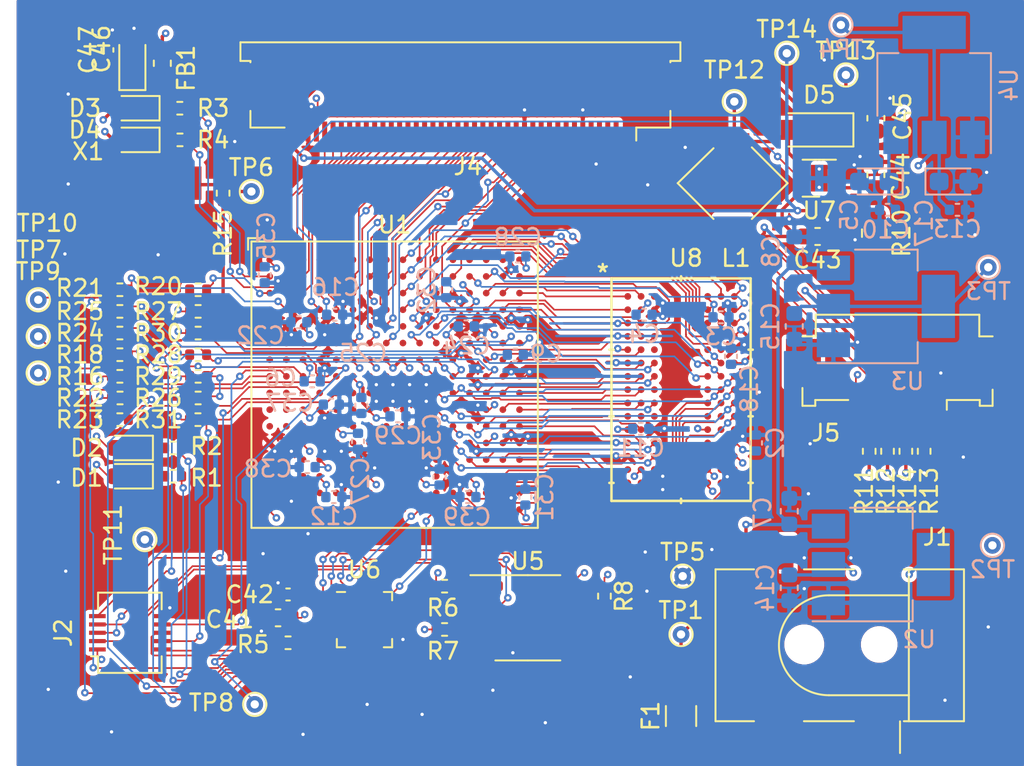
<source format=kicad_pcb>
(kicad_pcb (version 20171130) (host pcbnew 5.1.8-db9833491~88~ubuntu20.04.1)
  (layers (0 F.Cu signal) (1 In1.Cu power) (2 In2.Cu power) (31 B.Cu signal) (34 B.Paste user) (35 F.Paste user) (36 B.SilkS user) (37 F.SilkS user) (38 B.Mask user) (39 F.Mask user) (44 Edge.Cuts user))
  (net 0 "")
  (net 1 GND)
  (net 2 +3V3)
  (net 3 +5V)
  (net 4 +1V2)
  (net 5 +2V5)
  (net 6 "Net-(C44-Pad1)")
  (net 7 /JuliaLCD/LED+)
  (net 8 "Net-(C46-Pad1)")
  (net 9 "Net-(D1-Pad1)")
  (net 10 "Net-(D2-Pad1)")
  (net 11 "Net-(D3-Pad1)")
  (net 12 "Net-(D4-Pad1)")
  (net 13 "Net-(D5-Pad2)")
  (net 14 "Net-(F1-Pad1)")
  (net 15 /JuliaFPGA/TDI)
  (net 16 /JuliaConfig/C2D)
  (net 17 /JuliaFPGA/TMS)
  (net 18 /JuliaConfig/C2CK)
  (net 19 /JuliaFPGA/TDO)
  (net 20 /JuliaConfig/UART0_RX)
  (net 21 /JuliaFPGA/TCK)
  (net 22 /JuliaConfig/UART0_TX)
  (net 23 /JuliaLCD/LED-)
  (net 24 /JuliaFPGA/RGB0)
  (net 25 /JuliaFPGA/RGB1)
  (net 26 /JuliaFPGA/RGB2)
  (net 27 /JuliaFPGA/RGB3)
  (net 28 /JuliaFPGA/RGB4)
  (net 29 /JuliaFPGA/RGB5)
  (net 30 /JuliaFPGA/RGB6)
  (net 31 /JuliaFPGA/RGB7)
  (net 32 /JuliaFPGA/RGB8)
  (net 33 /JuliaFPGA/RGB9)
  (net 34 /JuliaFPGA/RGB10)
  (net 35 /JuliaFPGA/RGB11)
  (net 36 /JuliaFPGA/RGB12)
  (net 37 /JuliaFPGA/RGB13)
  (net 38 /JuliaFPGA/RGB14)
  (net 39 /JuliaFPGA/RGB15)
  (net 40 /JuliaFPGA/RGB16)
  (net 41 /JuliaFPGA/RGB17)
  (net 42 /JuliaFPGA/RGB18)
  (net 43 /JuliaFPGA/RGB19)
  (net 44 /JuliaFPGA/RGB20)
  (net 45 /JuliaFPGA/RGB21)
  (net 46 /JuliaFPGA/RGB22)
  (net 47 /JuliaFPGA/RGB23)
  (net 48 /JuliaFPGA/LCDCLK)
  (net 49 /JuliaFPGA/STBYB)
  (net 50 /JuliaFPGA/HSD)
  (net 51 /JuliaFPGA/VSD)
  (net 52 /JuliaFPGA/DEN)
  (net 53 /JuliaFPGA/TOUCH_RSTN)
  (net 54 /JuliaFPGA/TOUCH_INTN)
  (net 55 /JuliaFPGA/SDA)
  (net 56 /JuliaFPGA/SCL)
  (net 57 /JuliaConfig/MCU_LED1)
  (net 58 /JuliaConfig/MCU_LED2)
  (net 59 /JuliaFPGA/FPGA_LED1)
  (net 60 /JuliaFPGA/FPGA_LED2)
  (net 61 /JuliaConfig/SPI_CS_N)
  (net 62 /JuliaConfig/WP_N)
  (net 63 /JuliaConfig/HOLD_N)
  (net 64 "Net-(R15-Pad2)")
  (net 65 /JuliaFPGA/GCLK)
  (net 66 /JuliaConfig/DCLK)
  (net 67 "Net-(R16-Pad1)")
  (net 68 "Net-(R18-Pad2)")
  (net 69 "Net-(R20-Pad2)")
  (net 70 "Net-(R21-Pad2)")
  (net 71 /JuliaConfig/nCONFIG)
  (net 72 "Net-(R23-Pad1)")
  (net 73 "Net-(R24-Pad1)")
  (net 74 "Net-(R25-Pad1)")
  (net 75 "Net-(R26-Pad1)")
  (net 76 /JuliaConfig/nSTATUS)
  (net 77 /JuliaConfig/CONF_DONE)
  (net 78 /JuliaConfig/DATA0)
  (net 79 /JuliaFPGA/DQ23)
  (net 80 /JuliaFPGA/DQ12)
  (net 81 /JuliaFPGA/DQ16)
  (net 82 /JuliaFPGA/DQ30)
  (net 83 /JuliaFPGA/DQ22)
  (net 84 /JuliaFPGA/DQ29)
  (net 85 /JuliaFPGA/BA1)
  (net 86 /JuliaFPGA/DQ17)
  (net 87 /JuliaFPGA/DQ20)
  (net 88 /JuliaFPGA/DQ10)
  (net 89 /JuliaFPGA/DQ9)
  (net 90 /JuliaFPGA/BA0)
  (net 91 /JuliaFPGA/DQM1)
  (net 92 /JuliaSDRAM/CLK)
  (net 93 /JuliaFPGA/DQ21)
  (net 94 /JuliaFPGA/DQ31)
  (net 95 /JuliaFPGA/DQ15)
  (net 96 /JuliaFPGA/DQ11)
  (net 97 /JuliaFPGA/DQ25)
  (net 98 /JuliaFPGA/DQ26)
  (net 99 /JuliaFPGA/DQ14)
  (net 100 /JuliaFPGA/DQ19)
  (net 101 /JuliaFPGA/DQM0)
  (net 102 /JuliaFPGA/DQM2)
  (net 103 /JuliaFPGA/SDRAM_WE_N)
  (net 104 /JuliaSDRAM/CKE)
  (net 105 /JuliaFPGA/A9)
  (net 106 /JuliaFPGA/A8)
  (net 107 /JuliaFPGA/A7)
  (net 108 /JuliaFPGA/A6)
  (net 109 /JuliaFPGA/DQM3)
  (net 110 /JuliaSDRAM/CS_N)
  (net 111 /JuliaFPGA/DQ18)
  (net 112 /JuliaFPGA/DQ13)
  (net 113 /JuliaFPGA/DQ28)
  (net 114 /JuliaFPGA/DQ27)
  (net 115 /JuliaFPGA/DQ24)
  (net 116 /JuliaFPGA/A0)
  (net 117 /JuliaFPGA/A1)
  (net 118 /JuliaFPGA/DQ6)
  (net 119 /JuliaFPGA/A2)
  (net 120 /JuliaFPGA/A4)
  (net 121 /JuliaFPGA/A10)
  (net 122 /JuliaFPGA/A3)
  (net 123 /JuliaFPGA/A5)
  (net 124 /JuliaFPGA/A11)
  (net 125 /JuliaFPGA/CAS_N)
  (net 126 /JuliaFPGA/RAS_N)
  (net 127 /JuliaConfig/UART1_RX)
  (net 128 /JuliaConfig/UART1_TX)
  (net 129 /JuliaFPGA/DQ8)
  (net 130 /JuliaFPGA/DQ7)
  (net 131 /JuliaFPGA/DQ5)
  (net 132 /JuliaFPGA/DQ2)
  (net 133 /JuliaFPGA/DQ4)
  (net 134 /JuliaFPGA/DQ3)
  (net 135 /JuliaFPGA/DQ1)
  (net 136 /JuliaFPGA/LIGHT)
  (net 137 /JuliaFPGA/DQ0)
  (net 138 /JuliaConfig/SPI_SCK)
  (net 139 /JuliaConfig/SPI_MOSI)
  (net 140 /JuliaConfig/SPI_MISO)
  (module Package_BGA:BGA-256_17.0x17.0mm_Layout16x16_P1.0mm_Ball0.5mm_Pad0.4mm_NSMD (layer F.Cu) (at 101.1 109.9)
    (fp_text reference U1 (at 0 -9.6) (layer F.SilkS))
    (fp_text value EP4CE6F17)
    (pad H16 smd circle (at 7.5 -0.5) (size 0.4 0.4) (layers F.Cu F.Paste F.Mask) (net 1 GND))
    (pad J16 smd circle (at 7.5 0.5) (size 0.4 0.4) (layers F.Cu F.Paste F.Mask) (net 107 /JuliaFPGA/A7))
    (pad K16 smd circle (at 7.5 1.5) (size 0.4 0.4) (layers F.Cu F.Paste F.Mask) (net 104 /JuliaSDRAM/CKE))
    (pad L16 smd circle (at 7.5 2.5) (size 0.4 0.4) (layers F.Cu F.Paste F.Mask) (net 88 /JuliaFPGA/DQ10))
    (pad M16 smd circle (at 7.5 3.5) (size 0.4 0.4) (layers F.Cu F.Paste F.Mask) (net 1 GND))
    (pad N16 smd circle (at 7.5 4.5) (size 0.4 0.4) (layers F.Cu F.Paste F.Mask) (net 112 /JuliaFPGA/DQ13))
    (pad P16 smd circle (at 7.5 5.5) (size 0.4 0.4) (layers F.Cu F.Paste F.Mask) (net 110 /JuliaSDRAM/CS_N))
    (pad R16 smd circle (at 7.5 6.5) (size 0.4 0.4) (layers F.Cu F.Paste F.Mask) (net 130 /JuliaFPGA/DQ7))
    (pad T16 smd circle (at 7.5 7.5) (size 0.4 0.4) (layers F.Cu F.Paste F.Mask) (net 2 +3V3))
    (pad N12 smd circle (at 3.5 4.5) (size 0.4 0.4) (layers F.Cu F.Paste F.Mask) (net 99 /JuliaFPGA/DQ14))
    (pad M12 smd circle (at 3.5 3.5) (size 0.4 0.4) (layers F.Cu F.Paste F.Mask) (net 89 /JuliaFPGA/DQ9))
    (pad L12 smd circle (at 3.5 2.5) (size 0.4 0.4) (layers F.Cu F.Paste F.Mask) (net 101 /JuliaFPGA/DQM0))
    (pad K12 smd circle (at 3.5 1.5) (size 0.4 0.4) (layers F.Cu F.Paste F.Mask) (net 105 /JuliaFPGA/A9))
    (pad K11 smd circle (at 2.5 1.5) (size 0.4 0.4) (layers F.Cu F.Paste F.Mask) (net 124 /JuliaFPGA/A11))
    (pad L11 smd circle (at 2.5 2.5) (size 0.4 0.4) (layers F.Cu F.Paste F.Mask))
    (pad M11 smd circle (at 2.5 3.5) (size 0.4 0.4) (layers F.Cu F.Paste F.Mask))
    (pad N11 smd circle (at 2.5 4.5) (size 0.4 0.4) (layers F.Cu F.Paste F.Mask))
    (pad T15 smd circle (at 6.5 7.5) (size 0.4 0.4) (layers F.Cu F.Paste F.Mask) (net 131 /JuliaFPGA/DQ5))
    (pad R15 smd circle (at 6.5 6.5) (size 0.4 0.4) (layers F.Cu F.Paste F.Mask) (net 1 GND))
    (pad P15 smd circle (at 6.5 5.5) (size 0.4 0.4) (layers F.Cu F.Paste F.Mask) (net 90 /JuliaFPGA/BA0))
    (pad N15 smd circle (at 6.5 4.5) (size 0.4 0.4) (layers F.Cu F.Paste F.Mask) (net 96 /JuliaFPGA/DQ11))
    (pad M15 smd circle (at 6.5 3.5) (size 0.4 0.4) (layers F.Cu F.Paste F.Mask) (net 1 GND))
    (pad L15 smd circle (at 6.5 2.5) (size 0.4 0.4) (layers F.Cu F.Paste F.Mask) (net 129 /JuliaFPGA/DQ8))
    (pad K15 smd circle (at 6.5 1.5) (size 0.4 0.4) (layers F.Cu F.Paste F.Mask) (net 92 /JuliaSDRAM/CLK))
    (pad J15 smd circle (at 6.5 0.5) (size 0.4 0.4) (layers F.Cu F.Paste F.Mask) (net 123 /JuliaFPGA/A5))
    (pad H15 smd circle (at 6.5 -0.5) (size 0.4 0.4) (layers F.Cu F.Paste F.Mask) (net 1 GND))
    (pad H14 smd circle (at 5.5 -0.5) (size 0.4 0.4) (layers F.Cu F.Paste F.Mask) (net 77 /JuliaConfig/CONF_DONE))
    (pad J14 smd circle (at 5.5 0.5) (size 0.4 0.4) (layers F.Cu F.Paste F.Mask) (net 120 /JuliaFPGA/A4))
    (pad K14 smd circle (at 5.5 1.5) (size 0.4 0.4) (layers F.Cu F.Paste F.Mask) (net 2 +3V3))
    (pad L14 smd circle (at 5.5 2.5) (size 0.4 0.4) (layers F.Cu F.Paste F.Mask) (net 91 /JuliaFPGA/DQM1))
    (pad M14 smd circle (at 5.5 3.5) (size 0.4 0.4) (layers F.Cu F.Paste F.Mask) (net 2 +3V3))
    (pad N14 smd circle (at 5.5 4.5) (size 0.4 0.4) (layers F.Cu F.Paste F.Mask) (net 80 /JuliaFPGA/DQ12))
    (pad P14 smd circle (at 5.5 5.5) (size 0.4 0.4) (layers F.Cu F.Paste F.Mask) (net 125 /JuliaFPGA/CAS_N))
    (pad R14 smd circle (at 5.5 6.5) (size 0.4 0.4) (layers F.Cu F.Paste F.Mask) (net 103 /JuliaFPGA/SDRAM_WE_N))
    (pad T14 smd circle (at 5.5 7.5) (size 0.4 0.4) (layers F.Cu F.Paste F.Mask) (net 135 /JuliaFPGA/DQ1))
    (pad N10 smd circle (at 1.5 4.5) (size 0.4 0.4) (layers F.Cu F.Paste F.Mask) (net 1 GND))
    (pad M10 smd circle (at 1.5 3.5) (size 0.4 0.4) (layers F.Cu F.Paste F.Mask))
    (pad L10 smd circle (at 1.5 2.5) (size 0.4 0.4) (layers F.Cu F.Paste F.Mask))
    (pad K10 smd circle (at 1.5 1.5) (size 0.4 0.4) (layers F.Cu F.Paste F.Mask))
    (pad K9 smd circle (at 0.5 1.5) (size 0.4 0.4) (layers F.Cu F.Paste F.Mask))
    (pad L9 smd circle (at 0.5 2.5) (size 0.4 0.4) (layers F.Cu F.Paste F.Mask))
    (pad M9 smd circle (at 0.5 3.5) (size 0.4 0.4) (layers F.Cu F.Paste F.Mask))
    (pad N9 smd circle (at 0.5 4.5) (size 0.4 0.4) (layers F.Cu F.Paste F.Mask))
    (pad T13 smd circle (at 4.5 7.5) (size 0.4 0.4) (layers F.Cu F.Paste F.Mask) (net 137 /JuliaFPGA/DQ0))
    (pad R13 smd circle (at 4.5 6.5) (size 0.4 0.4) (layers F.Cu F.Paste F.Mask) (net 118 /JuliaFPGA/DQ6))
    (pad P13 smd circle (at 4.5 5.5) (size 0.4 0.4) (layers F.Cu F.Paste F.Mask) (net 2 +3V3))
    (pad N13 smd circle (at 4.5 4.5) (size 0.4 0.4) (layers F.Cu F.Paste F.Mask) (net 95 /JuliaFPGA/DQ15))
    (pad M13 smd circle (at 4.5 3.5) (size 0.4 0.4) (layers F.Cu F.Paste F.Mask) (net 1 GND))
    (pad L13 smd circle (at 4.5 2.5) (size 0.4 0.4) (layers F.Cu F.Paste F.Mask) (net 126 /JuliaFPGA/RAS_N))
    (pad K13 smd circle (at 4.5 1.5) (size 0.4 0.4) (layers F.Cu F.Paste F.Mask) (net 1 GND))
    (pad J13 smd circle (at 4.5 0.5) (size 0.4 0.4) (layers F.Cu F.Paste F.Mask) (net 106 /JuliaFPGA/A8))
    (pad H13 smd circle (at 4.5 -0.5) (size 0.4 0.4) (layers F.Cu F.Paste F.Mask) (net 1 GND))
    (pad J12 smd circle (at 3.5 0.5) (size 0.4 0.4) (layers F.Cu F.Paste F.Mask) (net 117 /JuliaFPGA/A1))
    (pad J11 smd circle (at 2.5 0.5) (size 0.4 0.4) (layers F.Cu F.Paste F.Mask) (net 85 /JuliaFPGA/BA1))
    (pad J10 smd circle (at 1.5 0.5) (size 0.4 0.4) (layers F.Cu F.Paste F.Mask) (net 1 GND))
    (pad H12 smd circle (at 3.5 -0.5) (size 0.4 0.4) (layers F.Cu F.Paste F.Mask) (net 68 "Net-(R18-Pad2)"))
    (pad H11 smd circle (at 2.5 -0.5) (size 0.4 0.4) (layers F.Cu F.Paste F.Mask) (net 2 +3V3))
    (pad H10 smd circle (at 1.5 -0.5) (size 0.4 0.4) (layers F.Cu F.Paste F.Mask) (net 1 GND))
    (pad H9 smd circle (at 0.5 -0.5) (size 0.4 0.4) (layers F.Cu F.Paste F.Mask) (net 1 GND))
    (pad T12 smd circle (at 3.5 7.5) (size 0.4 0.4) (layers F.Cu F.Paste F.Mask) (net 133 /JuliaFPGA/DQ4))
    (pad R12 smd circle (at 3.5 6.5) (size 0.4 0.4) (layers F.Cu F.Paste F.Mask) (net 134 /JuliaFPGA/DQ3))
    (pad G9 smd circle (at 0.5 -1.5) (size 0.4 0.4) (layers F.Cu F.Paste F.Mask) (net 2 +3V3))
    (pad G10 smd circle (at 1.5 -1.5) (size 0.4 0.4) (layers F.Cu F.Paste F.Mask) (net 2 +3V3))
    (pad G11 smd circle (at 2.5 -1.5) (size 0.4 0.4) (layers F.Cu F.Paste F.Mask) (net 108 /JuliaFPGA/A6))
    (pad G12 smd circle (at 3.5 -1.5) (size 0.4 0.4) (layers F.Cu F.Paste F.Mask) (net 1 GND))
    (pad J9 smd circle (at 0.5 0.5) (size 0.4 0.4) (layers F.Cu F.Paste F.Mask) (net 1 GND))
    (pad F12 smd circle (at 3.5 -2.5) (size 0.4 0.4) (layers F.Cu F.Paste F.Mask) (net 5 +2V5))
    (pad F11 smd circle (at 2.5 -2.5) (size 0.4 0.4) (layers F.Cu F.Paste F.Mask) (net 121 /JuliaFPGA/A10))
    (pad F10 smd circle (at 1.5 -2.5) (size 0.4 0.4) (layers F.Cu F.Paste F.Mask) (net 116 /JuliaFPGA/A0))
    (pad F9 smd circle (at 0.5 -2.5) (size 0.4 0.4) (layers F.Cu F.Paste F.Mask))
    (pad P12 smd circle (at 3.5 5.5) (size 0.4 0.4) (layers F.Cu F.Paste F.Mask) (net 1 GND))
    (pad E12 smd circle (at 3.5 -3.5) (size 0.4 0.4) (layers F.Cu F.Paste F.Mask) (net 1 GND))
    (pad E11 smd circle (at 2.5 -3.5) (size 0.4 0.4) (layers F.Cu F.Paste F.Mask) (net 119 /JuliaFPGA/A2))
    (pad E10 smd circle (at 1.5 -3.5) (size 0.4 0.4) (layers F.Cu F.Paste F.Mask) (net 102 /JuliaFPGA/DQM2))
    (pad E9 smd circle (at 0.5 -3.5) (size 0.4 0.4) (layers F.Cu F.Paste F.Mask))
    (pad N8 smd circle (at -0.5 4.5) (size 0.4 0.4) (layers F.Cu F.Paste F.Mask))
    (pad T11 smd circle (at 2.5 7.5) (size 0.4 0.4) (layers F.Cu F.Paste F.Mask) (net 127 /JuliaConfig/UART1_RX))
    (pad T10 smd circle (at 1.5 7.5) (size 0.4 0.4) (layers F.Cu F.Paste F.Mask) (net 128 /JuliaConfig/UART1_TX))
    (pad T9 smd circle (at 0.5 7.5) (size 0.4 0.4) (layers F.Cu F.Paste F.Mask))
    (pad T8 smd circle (at -0.5 7.5) (size 0.4 0.4) (layers F.Cu F.Paste F.Mask))
    (pad T7 smd circle (at -1.5 7.5) (size 0.4 0.4) (layers F.Cu F.Paste F.Mask))
    (pad R11 smd circle (at 2.5 6.5) (size 0.4 0.4) (layers F.Cu F.Paste F.Mask) (net 132 /JuliaFPGA/DQ2))
    (pad R10 smd circle (at 1.5 6.5) (size 0.4 0.4) (layers F.Cu F.Paste F.Mask))
    (pad R9 smd circle (at 0.5 6.5) (size 0.4 0.4) (layers F.Cu F.Paste F.Mask))
    (pad R8 smd circle (at -0.5 6.5) (size 0.4 0.4) (layers F.Cu F.Paste F.Mask))
    (pad R7 smd circle (at -1.5 6.5) (size 0.4 0.4) (layers F.Cu F.Paste F.Mask))
    (pad P7 smd circle (at -1.5 5.5) (size 0.4 0.4) (layers F.Cu F.Paste F.Mask) (net 2 +3V3))
    (pad P8 smd circle (at -0.5 5.5) (size 0.4 0.4) (layers F.Cu F.Paste F.Mask))
    (pad P9 smd circle (at 0.5 5.5) (size 0.4 0.4) (layers F.Cu F.Paste F.Mask))
    (pad P10 smd circle (at 1.5 5.5) (size 0.4 0.4) (layers F.Cu F.Paste F.Mask) (net 2 +3V3))
    (pad P11 smd circle (at 2.5 5.5) (size 0.4 0.4) (layers F.Cu F.Paste F.Mask))
    (pad N7 smd circle (at -1.5 4.5) (size 0.4 0.4) (layers F.Cu F.Paste F.Mask) (net 1 GND))
    (pad N6 smd circle (at -2.5 4.5) (size 0.4 0.4) (layers F.Cu F.Paste F.Mask))
    (pad N5 smd circle (at -3.5 4.5) (size 0.4 0.4) (layers F.Cu F.Paste F.Mask))
    (pad M8 smd circle (at -0.5 3.5) (size 0.4 0.4) (layers F.Cu F.Paste F.Mask))
    (pad T6 smd circle (at -2.5 7.5) (size 0.4 0.4) (layers F.Cu F.Paste F.Mask))
    (pad T5 smd circle (at -3.5 7.5) (size 0.4 0.4) (layers F.Cu F.Paste F.Mask))
    (pad R6 smd circle (at -2.5 6.5) (size 0.4 0.4) (layers F.Cu F.Paste F.Mask))
    (pad R5 smd circle (at -3.5 6.5) (size 0.4 0.4) (layers F.Cu F.Paste F.Mask))
    (pad P6 smd circle (at -2.5 5.5) (size 0.4 0.4) (layers F.Cu F.Paste F.Mask))
    (pad P5 smd circle (at -3.5 5.5) (size 0.4 0.4) (layers F.Cu F.Paste F.Mask) (net 1 GND))
    (pad M7 smd circle (at -1.5 3.5) (size 0.4 0.4) (layers F.Cu F.Paste F.Mask))
    (pad M6 smd circle (at -2.5 3.5) (size 0.4 0.4) (layers F.Cu F.Paste F.Mask))
    (pad M5 smd circle (at -3.5 3.5) (size 0.4 0.4) (layers F.Cu F.Paste F.Mask) (net 1 GND))
    (pad L8 smd circle (at -0.5 2.5) (size 0.4 0.4) (layers F.Cu F.Paste F.Mask))
    (pad L7 smd circle (at -1.5 2.5) (size 0.4 0.4) (layers F.Cu F.Paste F.Mask))
    (pad L6 smd circle (at -2.5 2.5) (size 0.4 0.4) (layers F.Cu F.Paste F.Mask))
    (pad L5 smd circle (at -3.5 2.5) (size 0.4 0.4) (layers F.Cu F.Paste F.Mask) (net 5 +2V5))
    (pad K8 smd circle (at -0.5 1.5) (size 0.4 0.4) (layers F.Cu F.Paste F.Mask))
    (pad K7 smd circle (at -1.5 1.5) (size 0.4 0.4) (layers F.Cu F.Paste F.Mask) (net 2 +3V3))
    (pad K6 smd circle (at -2.5 1.5) (size 0.4 0.4) (layers F.Cu F.Paste F.Mask))
    (pad K5 smd circle (at -3.5 1.5) (size 0.4 0.4) (layers F.Cu F.Paste F.Mask))
    (pad J8 smd circle (at -0.5 0.5) (size 0.4 0.4) (layers F.Cu F.Paste F.Mask) (net 1 GND))
    (pad J7 smd circle (at -1.5 0.5) (size 0.4 0.4) (layers F.Cu F.Paste F.Mask) (net 1 GND))
    (pad J6 smd circle (at -2.5 0.5) (size 0.4 0.4) (layers F.Cu F.Paste F.Mask))
    (pad J5 smd circle (at -3.5 0.5) (size 0.4 0.4) (layers F.Cu F.Paste F.Mask) (net 17 /JuliaFPGA/TMS))
    (pad H8 smd circle (at -0.5 -0.5) (size 0.4 0.4) (layers F.Cu F.Paste F.Mask) (net 1 GND))
    (pad H7 smd circle (at -1.5 -0.5) (size 0.4 0.4) (layers F.Cu F.Paste F.Mask) (net 1 GND))
    (pad H6 smd circle (at -2.5 -0.5) (size 0.4 0.4) (layers F.Cu F.Paste F.Mask) (net 2 +3V3))
    (pad H5 smd circle (at -3.5 -0.5) (size 0.4 0.4) (layers F.Cu F.Paste F.Mask) (net 71 /JuliaConfig/nCONFIG))
    (pad G8 smd circle (at -0.5 -1.5) (size 0.4 0.4) (layers F.Cu F.Paste F.Mask) (net 2 +3V3))
    (pad G7 smd circle (at -1.5 -1.5) (size 0.4 0.4) (layers F.Cu F.Paste F.Mask) (net 2 +3V3))
    (pad G6 smd circle (at -2.5 -1.5) (size 0.4 0.4) (layers F.Cu F.Paste F.Mask) (net 2 +3V3))
    (pad G5 smd circle (at -3.5 -1.5) (size 0.4 0.4) (layers F.Cu F.Paste F.Mask))
    (pad F8 smd circle (at -0.5 -2.5) (size 0.4 0.4) (layers F.Cu F.Paste F.Mask) (net 47 /JuliaFPGA/RGB23))
    (pad F7 smd circle (at -1.5 -2.5) (size 0.4 0.4) (layers F.Cu F.Paste F.Mask) (net 39 /JuliaFPGA/RGB15))
    (pad F6 smd circle (at -2.5 -2.5) (size 0.4 0.4) (layers F.Cu F.Paste F.Mask) (net 37 /JuliaFPGA/RGB13))
    (pad F5 smd circle (at -3.5 -2.5) (size 0.4 0.4) (layers F.Cu F.Paste F.Mask))
    (pad E5 smd circle (at -3.5 -3.5) (size 0.4 0.4) (layers F.Cu F.Paste F.Mask))
    (pad E6 smd circle (at -2.5 -3.5) (size 0.4 0.4) (layers F.Cu F.Paste F.Mask))
    (pad E7 smd circle (at -1.5 -3.5) (size 0.4 0.4) (layers F.Cu F.Paste F.Mask))
    (pad E8 smd circle (at -0.5 -3.5) (size 0.4 0.4) (layers F.Cu F.Paste F.Mask) (net 45 /JuliaFPGA/RGB21))
    (pad T4 smd circle (at -4.5 7.5) (size 0.4 0.4) (layers F.Cu F.Paste F.Mask))
    (pad T3 smd circle (at -5.5 7.5) (size 0.4 0.4) (layers F.Cu F.Paste F.Mask))
    (pad T2 smd circle (at -6.5 7.5) (size 0.4 0.4) (layers F.Cu F.Paste F.Mask))
    (pad T1 smd circle (at -7.5 7.5) (size 0.4 0.4) (layers F.Cu F.Paste F.Mask) (net 2 +3V3))
    (pad R1 smd circle (at -7.5 6.5) (size 0.4 0.4) (layers F.Cu F.Paste F.Mask))
    (pad P1 smd circle (at -7.5 5.5) (size 0.4 0.4) (layers F.Cu F.Paste F.Mask))
    (pad N1 smd circle (at -7.5 4.5) (size 0.4 0.4) (layers F.Cu F.Paste F.Mask))
    (pad R2 smd circle (at -6.5 6.5) (size 0.4 0.4) (layers F.Cu F.Paste F.Mask) (net 1 GND))
    (pad P2 smd circle (at -6.5 5.5) (size 0.4 0.4) (layers F.Cu F.Paste F.Mask))
    (pad N2 smd circle (at -6.5 4.5) (size 0.4 0.4) (layers F.Cu F.Paste F.Mask))
    (pad N3 smd circle (at -5.5 4.5) (size 0.4 0.4) (layers F.Cu F.Paste F.Mask))
    (pad P3 smd circle (at -5.5 5.5) (size 0.4 0.4) (layers F.Cu F.Paste F.Mask))
    (pad R3 smd circle (at -5.5 6.5) (size 0.4 0.4) (layers F.Cu F.Paste F.Mask))
    (pad R4 smd circle (at -4.5 6.5) (size 0.4 0.4) (layers F.Cu F.Paste F.Mask))
    (pad P4 smd circle (at -4.5 5.5) (size 0.4 0.4) (layers F.Cu F.Paste F.Mask) (net 2 +3V3))
    (pad N4 smd circle (at -4.5 4.5) (size 0.4 0.4) (layers F.Cu F.Paste F.Mask) (net 4 +1V2))
    (pad M4 smd circle (at -4.5 3.5) (size 0.4 0.4) (layers F.Cu F.Paste F.Mask) (net 1 GND))
    (pad M3 smd circle (at -5.5 3.5) (size 0.4 0.4) (layers F.Cu F.Paste F.Mask) (net 2 +3V3))
    (pad M2 smd circle (at -6.5 3.5) (size 0.4 0.4) (layers F.Cu F.Paste F.Mask) (net 1 GND))
    (pad M1 smd circle (at -7.5 3.5) (size 0.4 0.4) (layers F.Cu F.Paste F.Mask) (net 1 GND))
    (pad L1 smd circle (at -7.5 2.5) (size 0.4 0.4) (layers F.Cu F.Paste F.Mask))
    (pad L2 smd circle (at -6.5 2.5) (size 0.4 0.4) (layers F.Cu F.Paste F.Mask))
    (pad L3 smd circle (at -5.5 2.5) (size 0.4 0.4) (layers F.Cu F.Paste F.Mask))
    (pad L4 smd circle (at -4.5 2.5) (size 0.4 0.4) (layers F.Cu F.Paste F.Mask))
    (pad K4 smd circle (at -4.5 1.5) (size 0.4 0.4) (layers F.Cu F.Paste F.Mask) (net 1 GND))
    (pad K3 smd circle (at -5.5 1.5) (size 0.4 0.4) (layers F.Cu F.Paste F.Mask) (net 2 +3V3))
    (pad K2 smd circle (at -6.5 1.5) (size 0.4 0.4) (layers F.Cu F.Paste F.Mask))
    (pad K1 smd circle (at -7.5 1.5) (size 0.4 0.4) (layers F.Cu F.Paste F.Mask))
    (pad J2 smd circle (at -6.5 0.5) (size 0.4 0.4) (layers F.Cu F.Paste F.Mask))
    (pad J3 smd circle (at -5.5 0.5) (size 0.4 0.4) (layers F.Cu F.Paste F.Mask) (net 72 "Net-(R23-Pad1)"))
    (pad J4 smd circle (at -4.5 0.5) (size 0.4 0.4) (layers F.Cu F.Paste F.Mask) (net 19 /JuliaFPGA/TDO))
    (pad H4 smd circle (at -4.5 -0.5) (size 0.4 0.4) (layers F.Cu F.Paste F.Mask) (net 15 /JuliaFPGA/TDI))
    (pad H3 smd circle (at -5.5 -0.5) (size 0.4 0.4) (layers F.Cu F.Paste F.Mask) (net 75 "Net-(R26-Pad1)"))
    (pad H2 smd circle (at -6.5 -0.5) (size 0.4 0.4) (layers F.Cu F.Paste F.Mask) (net 78 /JuliaConfig/DATA0))
    (pad G2 smd circle (at -6.5 -1.5) (size 0.4 0.4) (layers F.Cu F.Paste F.Mask))
    (pad G3 smd circle (at -5.5 -1.5) (size 0.4 0.4) (layers F.Cu F.Paste F.Mask) (net 2 +3V3))
    (pad G4 smd circle (at -4.5 -1.5) (size 0.4 0.4) (layers F.Cu F.Paste F.Mask) (net 1 GND))
    (pad F4 smd circle (at -4.5 -2.5) (size 0.4 0.4) (layers F.Cu F.Paste F.Mask) (net 76 /JuliaConfig/nSTATUS))
    (pad F3 smd circle (at -5.5 -2.5) (size 0.4 0.4) (layers F.Cu F.Paste F.Mask))
    (pad F2 smd circle (at -6.5 -2.5) (size 0.4 0.4) (layers F.Cu F.Paste F.Mask))
    (pad E16 smd circle (at 7.5 -3.5) (size 0.4 0.4) (layers F.Cu F.Paste F.Mask) (net 1 GND))
    (pad F16 smd circle (at 7.5 -2.5) (size 0.4 0.4) (layers F.Cu F.Paste F.Mask) (net 73 "Net-(R24-Pad1)"))
    (pad G16 smd circle (at 7.5 -1.5) (size 0.4 0.4) (layers F.Cu F.Paste F.Mask) (net 109 /JuliaFPGA/DQM3))
    (pad G15 smd circle (at 6.5 -1.5) (size 0.4 0.4) (layers F.Cu F.Paste F.Mask) (net 94 /JuliaFPGA/DQ31))
    (pad F15 smd circle (at 6.5 -2.5) (size 0.4 0.4) (layers F.Cu F.Paste F.Mask) (net 74 "Net-(R25-Pad1)"))
    (pad E15 smd circle (at 6.5 -3.5) (size 0.4 0.4) (layers F.Cu F.Paste F.Mask) (net 1 GND))
    (pad E14 smd circle (at 5.5 -3.5) (size 0.4 0.4) (layers F.Cu F.Paste F.Mask) (net 2 +3V3))
    (pad F14 smd circle (at 5.5 -2.5) (size 0.4 0.4) (layers F.Cu F.Paste F.Mask) (net 82 /JuliaFPGA/DQ30))
    (pad G14 smd circle (at 5.5 -1.5) (size 0.4 0.4) (layers F.Cu F.Paste F.Mask) (net 2 +3V3))
    (pad G13 smd circle (at 4.5 -1.5) (size 0.4 0.4) (layers F.Cu F.Paste F.Mask) (net 1 GND))
    (pad F13 smd circle (at 4.5 -2.5) (size 0.4 0.4) (layers F.Cu F.Paste F.Mask) (net 122 /JuliaFPGA/A3))
    (pad E13 smd circle (at 4.5 -3.5) (size 0.4 0.4) (layers F.Cu F.Paste F.Mask) (net 1 GND))
    (pad C16 smd circle (at 7.5 -5.5) (size 0.4 0.4) (layers F.Cu F.Paste F.Mask) (net 98 /JuliaFPGA/DQ26))
    (pad D16 smd circle (at 7.5 -4.5) (size 0.4 0.4) (layers F.Cu F.Paste F.Mask) (net 84 /JuliaFPGA/DQ29))
    (pad D15 smd circle (at 6.5 -4.5) (size 0.4 0.4) (layers F.Cu F.Paste F.Mask) (net 114 /JuliaFPGA/DQ27))
    (pad C15 smd circle (at 6.5 -5.5) (size 0.4 0.4) (layers F.Cu F.Paste F.Mask) (net 115 /JuliaFPGA/DQ24))
    (pad D13 smd circle (at 4.5 -4.5) (size 0.4 0.4) (layers F.Cu F.Paste F.Mask) (net 4 +1V2))
    (pad D14 smd circle (at 5.5 -4.5) (size 0.4 0.4) (layers F.Cu F.Paste F.Mask) (net 113 /JuliaFPGA/DQ28))
    (pad C14 smd circle (at 5.5 -5.5) (size 0.4 0.4) (layers F.Cu F.Paste F.Mask) (net 97 /JuliaFPGA/DQ25))
    (pad C13 smd circle (at 4.5 -5.5) (size 0.4 0.4) (layers F.Cu F.Paste F.Mask) (net 2 +3V3))
    (pad C12 smd circle (at 3.5 -5.5) (size 0.4 0.4) (layers F.Cu F.Paste F.Mask) (net 1 GND))
    (pad D12 smd circle (at 3.5 -4.5) (size 0.4 0.4) (layers F.Cu F.Paste F.Mask) (net 48 /JuliaFPGA/LCDCLK))
    (pad D11 smd circle (at 2.5 -4.5) (size 0.4 0.4) (layers F.Cu F.Paste F.Mask) (net 51 /JuliaFPGA/VSD))
    (pad C11 smd circle (at 2.5 -5.5) (size 0.4 0.4) (layers F.Cu F.Paste F.Mask))
    (pad D10 smd circle (at 1.5 -4.5) (size 0.4 0.4) (layers F.Cu F.Paste F.Mask) (net 1 GND))
    (pad C10 smd circle (at 1.5 -5.5) (size 0.4 0.4) (layers F.Cu F.Paste F.Mask) (net 2 +3V3))
    (pad E4 smd circle (at -4.5 -3.5) (size 0.4 0.4) (layers F.Cu F.Paste F.Mask) (net 1 GND))
    (pad E3 smd circle (at -5.5 -3.5) (size 0.4 0.4) (layers F.Cu F.Paste F.Mask) (net 2 +3V3))
    (pad E2 smd circle (at -6.5 -3.5) (size 0.4 0.4) (layers F.Cu F.Paste F.Mask) (net 1 GND))
    (pad D9 smd circle (at 0.5 -4.5) (size 0.4 0.4) (layers F.Cu F.Paste F.Mask) (net 56 /JuliaFPGA/SCL))
    (pad D8 smd circle (at -0.5 -4.5) (size 0.4 0.4) (layers F.Cu F.Paste F.Mask) (net 42 /JuliaFPGA/RGB18))
    (pad D7 smd circle (at -1.5 -4.5) (size 0.4 0.4) (layers F.Cu F.Paste F.Mask) (net 1 GND))
    (pad D6 smd circle (at -2.5 -4.5) (size 0.4 0.4) (layers F.Cu F.Paste F.Mask) (net 34 /JuliaFPGA/RGB10))
    (pad D5 smd circle (at -3.5 -4.5) (size 0.4 0.4) (layers F.Cu F.Paste F.Mask) (net 31 /JuliaFPGA/RGB7))
    (pad D4 smd circle (at -4.5 -4.5) (size 0.4 0.4) (layers F.Cu F.Paste F.Mask) (net 136 /JuliaFPGA/LIGHT))
    (pad D3 smd circle (at -5.5 -4.5) (size 0.4 0.4) (layers F.Cu F.Paste F.Mask) (net 25 /JuliaFPGA/RGB1))
    (pad D2 smd circle (at -6.5 -4.5) (size 0.4 0.4) (layers F.Cu F.Paste F.Mask) (net 70 "Net-(R21-Pad2)"))
    (pad C9 smd circle (at 0.5 -5.5) (size 0.4 0.4) (layers F.Cu F.Paste F.Mask) (net 55 /JuliaFPGA/SDA))
    (pad C8 smd circle (at -0.5 -5.5) (size 0.4 0.4) (layers F.Cu F.Paste F.Mask) (net 46 /JuliaFPGA/RGB22))
    (pad C7 smd circle (at -1.5 -5.5) (size 0.4 0.4) (layers F.Cu F.Paste F.Mask) (net 2 +3V3))
    (pad C6 smd circle (at -2.5 -5.5) (size 0.4 0.4) (layers F.Cu F.Paste F.Mask) (net 38 /JuliaFPGA/RGB14))
    (pad C5 smd circle (at -3.5 -5.5) (size 0.4 0.4) (layers F.Cu F.Paste F.Mask) (net 1 GND))
    (pad C4 smd circle (at -4.5 -5.5) (size 0.4 0.4) (layers F.Cu F.Paste F.Mask) (net 2 +3V3))
    (pad C3 smd circle (at -5.5 -5.5) (size 0.4 0.4) (layers F.Cu F.Paste F.Mask) (net 28 /JuliaFPGA/RGB4))
    (pad C2 smd circle (at -6.5 -5.5) (size 0.4 0.4) (layers F.Cu F.Paste F.Mask) (net 60 /JuliaFPGA/FPGA_LED2))
    (pad B4 smd circle (at -4.5 -6.5) (size 0.4 0.4) (layers F.Cu F.Paste F.Mask) (net 30 /JuliaFPGA/RGB6))
    (pad B3 smd circle (at -5.5 -6.5) (size 0.4 0.4) (layers F.Cu F.Paste F.Mask) (net 27 /JuliaFPGA/RGB3))
    (pad B2 smd circle (at -6.5 -6.5) (size 0.4 0.4) (layers F.Cu F.Paste F.Mask) (net 1 GND))
    (pad B5 smd circle (at -3.5 -6.5) (size 0.4 0.4) (layers F.Cu F.Paste F.Mask) (net 33 /JuliaFPGA/RGB9))
    (pad B6 smd circle (at -2.5 -6.5) (size 0.4 0.4) (layers F.Cu F.Paste F.Mask) (net 36 /JuliaFPGA/RGB12))
    (pad B7 smd circle (at -1.5 -6.5) (size 0.4 0.4) (layers F.Cu F.Paste F.Mask) (net 41 /JuliaFPGA/RGB17))
    (pad B8 smd circle (at -0.5 -6.5) (size 0.4 0.4) (layers F.Cu F.Paste F.Mask) (net 44 /JuliaFPGA/RGB20))
    (pad B9 smd circle (at 0.5 -6.5) (size 0.4 0.4) (layers F.Cu F.Paste F.Mask) (net 54 /JuliaFPGA/TOUCH_INTN))
    (pad B10 smd circle (at 1.5 -6.5) (size 0.4 0.4) (layers F.Cu F.Paste F.Mask) (net 50 /JuliaFPGA/HSD))
    (pad B11 smd circle (at 2.5 -6.5) (size 0.4 0.4) (layers F.Cu F.Paste F.Mask))
    (pad B12 smd circle (at 3.5 -6.5) (size 0.4 0.4) (layers F.Cu F.Paste F.Mask) (net 87 /JuliaFPGA/DQ20))
    (pad B13 smd circle (at 4.5 -6.5) (size 0.4 0.4) (layers F.Cu F.Paste F.Mask) (net 100 /JuliaFPGA/DQ19))
    (pad B14 smd circle (at 5.5 -6.5) (size 0.4 0.4) (layers F.Cu F.Paste F.Mask) (net 93 /JuliaFPGA/DQ21))
    (pad B15 smd circle (at 6.5 -6.5) (size 0.4 0.4) (layers F.Cu F.Paste F.Mask) (net 1 GND))
    (pad B16 smd circle (at 7.5 -6.5) (size 0.4 0.4) (layers F.Cu F.Paste F.Mask) (net 81 /JuliaFPGA/DQ16))
    (pad J1 smd circle (at -7.5 0.5) (size 0.4 0.4) (layers F.Cu F.Paste F.Mask))
    (pad H1 smd circle (at -7.5 -0.5) (size 0.4 0.4) (layers F.Cu F.Paste F.Mask) (net 67 "Net-(R16-Pad1)"))
    (pad G1 smd circle (at -7.5 -1.5) (size 0.4 0.4) (layers F.Cu F.Paste F.Mask))
    (pad F1 smd circle (at -7.5 -2.5) (size 0.4 0.4) (layers F.Cu F.Paste F.Mask))
    (pad E1 smd circle (at -7.5 -3.5) (size 0.4 0.4) (layers F.Cu F.Paste F.Mask) (net 65 /JuliaFPGA/GCLK))
    (pad D1 smd circle (at -7.5 -4.5) (size 0.4 0.4) (layers F.Cu F.Paste F.Mask))
    (pad C1 smd circle (at -7.5 -5.5) (size 0.4 0.4) (layers F.Cu F.Paste F.Mask) (net 69 "Net-(R20-Pad2)"))
    (pad B1 smd circle (at -7.5 -6.5) (size 0.4 0.4) (layers F.Cu F.Paste F.Mask) (net 59 /JuliaFPGA/FPGA_LED1))
    (pad A16 smd circle (at 7.5 -7.5) (size 0.4 0.4) (layers F.Cu F.Paste F.Mask) (net 2 +3V3))
    (pad A15 smd circle (at 6.5 -7.5) (size 0.4 0.4) (layers F.Cu F.Paste F.Mask) (net 86 /JuliaFPGA/DQ17))
    (pad A14 smd circle (at 5.5 -7.5) (size 0.4 0.4) (layers F.Cu F.Paste F.Mask) (net 111 /JuliaFPGA/DQ18))
    (pad A13 smd circle (at 4.5 -7.5) (size 0.4 0.4) (layers F.Cu F.Paste F.Mask) (net 83 /JuliaFPGA/DQ22))
    (pad A12 smd circle (at 3.5 -7.5) (size 0.4 0.4) (layers F.Cu F.Paste F.Mask) (net 79 /JuliaFPGA/DQ23))
    (pad A11 smd circle (at 2.5 -7.5) (size 0.4 0.4) (layers F.Cu F.Paste F.Mask) (net 52 /JuliaFPGA/DEN))
    (pad A10 smd circle (at 1.5 -7.5) (size 0.4 0.4) (layers F.Cu F.Paste F.Mask) (net 49 /JuliaFPGA/STBYB))
    (pad A9 smd circle (at 0.5 -7.5) (size 0.4 0.4) (layers F.Cu F.Paste F.Mask) (net 53 /JuliaFPGA/TOUCH_RSTN))
    (pad A8 smd circle (at -0.5 -7.5) (size 0.4 0.4) (layers F.Cu F.Paste F.Mask) (net 43 /JuliaFPGA/RGB19))
    (pad A7 smd circle (at -1.5 -7.5) (size 0.4 0.4) (layers F.Cu F.Paste F.Mask) (net 40 /JuliaFPGA/RGB16))
    (pad A6 smd circle (at -2.5 -7.5) (size 0.4 0.4) (layers F.Cu F.Paste F.Mask) (net 35 /JuliaFPGA/RGB11))
    (pad A5 smd circle (at -3.5 -7.5) (size 0.4 0.4) (layers F.Cu F.Paste F.Mask) (net 32 /JuliaFPGA/RGB8))
    (pad A4 smd circle (at -4.5 -7.5) (size 0.4 0.4) (layers F.Cu F.Paste F.Mask) (net 29 /JuliaFPGA/RGB5))
    (pad A3 smd circle (at -5.5 -7.5) (size 0.4 0.4) (layers F.Cu F.Paste F.Mask) (net 26 /JuliaFPGA/RGB2))
    (pad A2 smd circle (at -6.5 -7.5) (size 0.4 0.4) (layers F.Cu F.Paste F.Mask) (net 24 /JuliaFPGA/RGB0))
    (pad A1 smd circle (at -7.5 -7.5) (size 0.4 0.4) (layers F.Cu F.Paste F.Mask) (net 2 +3V3))
  )
  (module ik:AS4C4M32S-7BCN (layer F.Cu) (at 118.3 110.2)
    (fp_text reference U8 (at 0.3 -7.9) (layer F.SilkS))
    (fp_text value AS4C4M32S-7BCN hide)
    (fp_text user * (at -4.7 -7) (layer F.SilkS))
    (pad R9 smd circle (at 3.2 5.599999) (size 0.4064 0.4064) (layers F.Cu F.Paste F.Mask) (net 132 /JuliaFPGA/DQ2))
    (pad R8 smd circle (at 2.4 5.599999) (size 0.4064 0.4064) (layers F.Cu F.Paste F.Mask) (net 137 /JuliaFPGA/DQ0))
    (pad R7 smd circle (at 1.6 5.599999) (size 0.4064 0.4064) (layers F.Cu F.Paste F.Mask) (net 2 +3V3))
    (pad R3 smd circle (at -1.6 5.599999) (size 0.4064 0.4064) (layers F.Cu F.Paste F.Mask) (net 1 GND))
    (pad R2 smd circle (at -2.4 5.599999) (size 0.4064 0.4064) (layers F.Cu F.Paste F.Mask) (net 95 /JuliaFPGA/DQ15))
    (pad R1 smd circle (at -3.2 5.599999) (size 0.4064 0.4064) (layers F.Cu F.Paste F.Mask) (net 112 /JuliaFPGA/DQ13))
    (pad P9 smd circle (at 3.2 4.799999) (size 0.4064 0.4064) (layers F.Cu F.Paste F.Mask) (net 133 /JuliaFPGA/DQ4))
    (pad P8 smd circle (at 2.4 4.799999) (size 0.4064 0.4064) (layers F.Cu F.Paste F.Mask) (net 1 GND))
    (pad P7 smd circle (at 1.6 4.799999) (size 0.4064 0.4064) (layers F.Cu F.Paste F.Mask) (net 2 +3V3))
    (pad P3 smd circle (at -1.6 4.799999) (size 0.4064 0.4064) (layers F.Cu F.Paste F.Mask) (net 1 GND))
    (pad P2 smd circle (at -2.4 4.799999) (size 0.4064 0.4064) (layers F.Cu F.Paste F.Mask) (net 2 +3V3))
    (pad P1 smd circle (at -3.2 4.799999) (size 0.4064 0.4064) (layers F.Cu F.Paste F.Mask) (net 96 /JuliaFPGA/DQ11))
    (pad N9 smd circle (at 3.2 4) (size 0.4064 0.4064) (layers F.Cu F.Paste F.Mask) (net 2 +3V3))
    (pad N8 smd circle (at 2.4 4) (size 0.4064 0.4064) (layers F.Cu F.Paste F.Mask) (net 134 /JuliaFPGA/DQ3))
    (pad N7 smd circle (at 1.6 4) (size 0.4064 0.4064) (layers F.Cu F.Paste F.Mask) (net 135 /JuliaFPGA/DQ1))
    (pad N3 smd circle (at -1.6 4) (size 0.4064 0.4064) (layers F.Cu F.Paste F.Mask) (net 99 /JuliaFPGA/DQ14))
    (pad N2 smd circle (at -2.4 4) (size 0.4064 0.4064) (layers F.Cu F.Paste F.Mask) (net 80 /JuliaFPGA/DQ12))
    (pad N1 smd circle (at -3.2 4) (size 0.4064 0.4064) (layers F.Cu F.Paste F.Mask) (net 1 GND))
    (pad M9 smd circle (at 3.2 3.2) (size 0.4064 0.4064) (layers F.Cu F.Paste F.Mask) (net 2 +3V3))
    (pad M8 smd circle (at 2.4 3.2) (size 0.4064 0.4064) (layers F.Cu F.Paste F.Mask) (net 131 /JuliaFPGA/DQ5))
    (pad M7 smd circle (at 1.6 3.2) (size 0.4064 0.4064) (layers F.Cu F.Paste F.Mask) (net 118 /JuliaFPGA/DQ6))
    (pad M3 smd circle (at -1.6 3.2) (size 0.4064 0.4064) (layers F.Cu F.Paste F.Mask) (net 89 /JuliaFPGA/DQ9))
    (pad M2 smd circle (at -2.4 3.2) (size 0.4064 0.4064) (layers F.Cu F.Paste F.Mask) (net 88 /JuliaFPGA/DQ10))
    (pad M1 smd circle (at -3.2 3.2) (size 0.4064 0.4064) (layers F.Cu F.Paste F.Mask) (net 1 GND))
    (pad L9 smd circle (at 3.2 2.4) (size 0.4064 0.4064) (layers F.Cu F.Paste F.Mask) (net 1 GND))
    (pad L8 smd circle (at 2.4 2.4) (size 0.4064 0.4064) (layers F.Cu F.Paste F.Mask) (net 130 /JuliaFPGA/DQ7))
    (pad L7 smd circle (at 1.6 2.4) (size 0.4064 0.4064) (layers F.Cu F.Paste F.Mask) (net 2 +3V3))
    (pad L3 smd circle (at -1.6 2.4) (size 0.4064 0.4064) (layers F.Cu F.Paste F.Mask) (net 1 GND))
    (pad L2 smd circle (at -2.4 2.4) (size 0.4064 0.4064) (layers F.Cu F.Paste F.Mask) (net 129 /JuliaFPGA/DQ8))
    (pad L1 smd circle (at -3.2 2.4) (size 0.4064 0.4064) (layers F.Cu F.Paste F.Mask) (net 2 +3V3))
    (pad K9 smd circle (at 3.2 1.6) (size 0.4064 0.4064) (layers F.Cu F.Paste F.Mask) (net 101 /JuliaFPGA/DQM0))
    (pad K8 smd circle (at 2.4 1.6) (size 0.4064 0.4064) (layers F.Cu F.Paste F.Mask) (net 103 /JuliaFPGA/SDRAM_WE_N))
    (pad K7 smd circle (at 1.6 1.6) (size 0.4064 0.4064) (layers F.Cu F.Paste F.Mask) (net 125 /JuliaFPGA/CAS_N))
    (pad K3 smd circle (at -1.6 1.6) (size 0.4064 0.4064) (layers F.Cu F.Paste F.Mask))
    (pad K2 smd circle (at -2.4 1.6) (size 0.4064 0.4064) (layers F.Cu F.Paste F.Mask))
    (pad K1 smd circle (at -3.2 1.6) (size 0.4064 0.4064) (layers F.Cu F.Paste F.Mask) (net 91 /JuliaFPGA/DQM1))
    (pad J9 smd circle (at 3.2 0.8) (size 0.4064 0.4064) (layers F.Cu F.Paste F.Mask) (net 126 /JuliaFPGA/RAS_N))
    (pad J8 smd circle (at 2.4 0.8) (size 0.4064 0.4064) (layers F.Cu F.Paste F.Mask) (net 110 /JuliaSDRAM/CS_N))
    (pad J7 smd circle (at 1.6 0.8) (size 0.4064 0.4064) (layers F.Cu F.Paste F.Mask) (net 90 /JuliaFPGA/BA0))
    (pad J3 smd circle (at -1.6 0.8) (size 0.4064 0.4064) (layers F.Cu F.Paste F.Mask) (net 105 /JuliaFPGA/A9))
    (pad J2 smd circle (at -2.4 0.8) (size 0.4064 0.4064) (layers F.Cu F.Paste F.Mask) (net 104 /JuliaSDRAM/CKE))
    (pad J1 smd circle (at -3.2 0.8) (size 0.4064 0.4064) (layers F.Cu F.Paste F.Mask) (net 92 /JuliaSDRAM/CLK))
    (pad H9 smd circle (at 3.2 0) (size 0.4064 0.4064) (layers F.Cu F.Paste F.Mask) (net 124 /JuliaFPGA/A11))
    (pad H8 smd circle (at 2.4 0) (size 0.4064 0.4064) (layers F.Cu F.Paste F.Mask) (net 85 /JuliaFPGA/BA1))
    (pad H7 smd circle (at 1.6 0) (size 0.4064 0.4064) (layers F.Cu F.Paste F.Mask))
    (pad H3 smd circle (at -1.6 0) (size 0.4064 0.4064) (layers F.Cu F.Paste F.Mask))
    (pad H2 smd circle (at -2.4 0) (size 0.4064 0.4064) (layers F.Cu F.Paste F.Mask) (net 106 /JuliaFPGA/A8))
    (pad H1 smd circle (at -3.2 0) (size 0.4064 0.4064) (layers F.Cu F.Paste F.Mask) (net 107 /JuliaFPGA/A7))
    (pad G9 smd circle (at 3.2 -0.8) (size 0.4064 0.4064) (layers F.Cu F.Paste F.Mask) (net 117 /JuliaFPGA/A1))
    (pad G8 smd circle (at 2.4 -0.8) (size 0.4064 0.4064) (layers F.Cu F.Paste F.Mask) (net 116 /JuliaFPGA/A0))
    (pad G7 smd circle (at 1.6 -0.8) (size 0.4064 0.4064) (layers F.Cu F.Paste F.Mask) (net 121 /JuliaFPGA/A10))
    (pad G3 smd circle (at -1.6 -0.8) (size 0.4064 0.4064) (layers F.Cu F.Paste F.Mask) (net 108 /JuliaFPGA/A6))
    (pad G2 smd circle (at -2.4 -0.8) (size 0.4064 0.4064) (layers F.Cu F.Paste F.Mask) (net 123 /JuliaFPGA/A5))
    (pad G1 smd circle (at -3.2 -0.8) (size 0.4064 0.4064) (layers F.Cu F.Paste F.Mask) (net 120 /JuliaFPGA/A4))
    (pad F9 smd circle (at 3.2 -1.6) (size 0.4064 0.4064) (layers F.Cu F.Paste F.Mask) (net 2 +3V3))
    (pad F8 smd circle (at 2.4 -1.6) (size 0.4064 0.4064) (layers F.Cu F.Paste F.Mask) (net 102 /JuliaFPGA/DQM2))
    (pad F7 smd circle (at 1.6 -1.6) (size 0.4064 0.4064) (layers F.Cu F.Paste F.Mask) (net 119 /JuliaFPGA/A2))
    (pad F3 smd circle (at -1.6 -1.6) (size 0.4064 0.4064) (layers F.Cu F.Paste F.Mask) (net 122 /JuliaFPGA/A3))
    (pad F2 smd circle (at -2.4 -1.6) (size 0.4064 0.4064) (layers F.Cu F.Paste F.Mask) (net 109 /JuliaFPGA/DQM3))
    (pad F1 smd circle (at -3.2 -1.6) (size 0.4064 0.4064) (layers F.Cu F.Paste F.Mask) (net 1 GND))
    (pad E9 smd circle (at 3.2 -2.4) (size 0.4064 0.4064) (layers F.Cu F.Paste F.Mask) (net 1 GND))
    (pad E8 smd circle (at 2.4 -2.4) (size 0.4064 0.4064) (layers F.Cu F.Paste F.Mask) (net 81 /JuliaFPGA/DQ16))
    (pad E7 smd circle (at 1.6 -2.4) (size 0.4064 0.4064) (layers F.Cu F.Paste F.Mask))
    (pad E3 smd circle (at -1.6 -2.4) (size 0.4064 0.4064) (layers F.Cu F.Paste F.Mask))
    (pad E2 smd circle (at -2.4 -2.4) (size 0.4064 0.4064) (layers F.Cu F.Paste F.Mask) (net 94 /JuliaFPGA/DQ31))
    (pad E1 smd circle (at -3.2 -2.4) (size 0.4064 0.4064) (layers F.Cu F.Paste F.Mask) (net 2 +3V3))
    (pad D9 smd circle (at 3.2 -3.2) (size 0.4064 0.4064) (layers F.Cu F.Paste F.Mask) (net 2 +3V3))
    (pad D8 smd circle (at 2.4 -3.2) (size 0.4064 0.4064) (layers F.Cu F.Paste F.Mask) (net 111 /JuliaFPGA/DQ18))
    (pad D7 smd circle (at 1.6 -3.2) (size 0.4064 0.4064) (layers F.Cu F.Paste F.Mask) (net 86 /JuliaFPGA/DQ17))
    (pad D3 smd circle (at -1.6 -3.2) (size 0.4064 0.4064) (layers F.Cu F.Paste F.Mask) (net 82 /JuliaFPGA/DQ30))
    (pad D2 smd circle (at -2.4 -3.2) (size 0.4064 0.4064) (layers F.Cu F.Paste F.Mask) (net 84 /JuliaFPGA/DQ29))
    (pad D1 smd circle (at -3.2 -3.2) (size 0.4064 0.4064) (layers F.Cu F.Paste F.Mask) (net 1 GND))
    (pad C9 smd circle (at 3.2 -4) (size 0.4064 0.4064) (layers F.Cu F.Paste F.Mask) (net 2 +3V3))
    (pad C8 smd circle (at 2.4 -4) (size 0.4064 0.4064) (layers F.Cu F.Paste F.Mask) (net 87 /JuliaFPGA/DQ20))
    (pad C7 smd circle (at 1.6 -4) (size 0.4064 0.4064) (layers F.Cu F.Paste F.Mask) (net 83 /JuliaFPGA/DQ22))
    (pad C3 smd circle (at -1.6 -4) (size 0.4064 0.4064) (layers F.Cu F.Paste F.Mask) (net 97 /JuliaFPGA/DQ25))
    (pad C2 smd circle (at -2.4 -4) (size 0.4064 0.4064) (layers F.Cu F.Paste F.Mask) (net 114 /JuliaFPGA/DQ27))
    (pad C1 smd circle (at -3.2 -4) (size 0.4064 0.4064) (layers F.Cu F.Paste F.Mask) (net 1 GND))
    (pad B9 smd circle (at 3.2 -4.799999) (size 0.4064 0.4064) (layers F.Cu F.Paste F.Mask) (net 100 /JuliaFPGA/DQ19))
    (pad B8 smd circle (at 2.4 -4.799999) (size 0.4064 0.4064) (layers F.Cu F.Paste F.Mask) (net 1 GND))
    (pad B7 smd circle (at 1.6 -4.799999) (size 0.4064 0.4064) (layers F.Cu F.Paste F.Mask) (net 2 +3V3))
    (pad B3 smd circle (at -1.6 -4.799999) (size 0.4064 0.4064) (layers F.Cu F.Paste F.Mask) (net 1 GND))
    (pad B2 smd circle (at -2.4 -4.799999) (size 0.4064 0.4064) (layers F.Cu F.Paste F.Mask) (net 2 +3V3))
    (pad B1 smd circle (at -3.2 -4.799999) (size 0.4064 0.4064) (layers F.Cu F.Paste F.Mask) (net 113 /JuliaFPGA/DQ28))
    (pad A9 smd circle (at 3.2 -5.599999) (size 0.4064 0.4064) (layers F.Cu F.Paste F.Mask) (net 93 /JuliaFPGA/DQ21))
    (pad A8 smd circle (at 2.4 -5.599999) (size 0.4064 0.4064) (layers F.Cu F.Paste F.Mask) (net 79 /JuliaFPGA/DQ23))
    (pad A7 smd circle (at 1.6 -5.599999) (size 0.4064 0.4064) (layers F.Cu F.Paste F.Mask) (net 2 +3V3))
    (pad A3 smd circle (at -1.6 -5.599999) (size 0.4064 0.4064) (layers F.Cu F.Paste F.Mask) (net 1 GND))
    (pad A2 smd circle (at -2.4 -5.599999) (size 0.4064 0.4064) (layers F.Cu F.Paste F.Mask) (net 115 /JuliaFPGA/DQ24))
    (pad A1 smd circle (at -3.2 -5.599999) (size 0.4064 0.4064) (layers F.Cu F.Paste F.Mask) (net 98 /JuliaFPGA/DQ26))
  )
  (module Oscillator:Oscillator_SMD_EuroQuartz_XO91-4Pin_7.0x5.0mm (layer F.Cu) (at 86 99.9)
    (fp_text reference X1 (at -3.3 -4) (layer F.SilkS))
    (fp_text value 50MHz)
    (pad 4 smd rect (at -2.5 -2.1) (size 2 2) (layers F.Cu F.Paste F.Mask) (net 8 "Net-(C46-Pad1)"))
    (pad 3 smd rect (at 2.5 -2.1) (size 2 2) (layers F.Cu F.Paste F.Mask) (net 64 "Net-(R15-Pad2)"))
    (pad 2 smd rect (at 2.5 2.1) (size 2 2) (layers F.Cu F.Paste F.Mask) (net 1 GND))
    (pad 1 smd rect (at -2.5 2.1) (size 2 2) (layers F.Cu F.Paste F.Mask) (net 8 "Net-(C46-Pad1)"))
  )
  (module ik:TPS61165_WSON-6 (layer F.Cu) (at 126.6 97.5 180)
    (fp_text reference U7 (at 0 -1.95) (layer F.SilkS))
    (fp_text value TPS61165_WSON)
    (pad 1 smd roundrect (at -0.975 -0.65 180) (size 0.45 0.3) (layers F.Cu F.Paste F.Mask) (net 23 /JuliaLCD/LED-))
    (pad 2 smd roundrect (at -0.975 0 180) (size 0.45 0.3) (layers F.Cu F.Paste F.Mask) (net 6 "Net-(C44-Pad1)"))
    (pad 3 smd roundrect (at -0.975 0.65 180) (size 0.45 0.3) (layers F.Cu F.Paste F.Mask) (net 1 GND))
    (pad 4 smd roundrect (at 0.975 0.65 180) (size 0.45 0.3) (layers F.Cu F.Paste F.Mask) (net 13 "Net-(D5-Pad2)"))
    (pad 5 smd roundrect (at 0.975 0 180) (size 0.45 0.3) (layers F.Cu F.Paste F.Mask) (net 136 /JuliaFPGA/LIGHT))
    (pad 6 smd roundrect (at 0.975 -0.65 180) (size 0.45 0.3) (layers F.Cu F.Paste F.Mask) (net 3 +5V))
    (pad 7 smd rect (at 0 0 180) (size 1 1.6) (layers F.Cu F.Mask) (net 1 GND))
    (pad 7 thru_hole circle (at 0 -0.55 180) (size 0.5 0.5) (drill 0.2) (layers *.Cu) (net 1 GND))
    (pad 7 thru_hole circle (at 0 0.55 180) (size 0.5 0.5) (drill 0.2) (layers *.Cu) (net 1 GND))
    (pad 7 smd rect (at 0 0 180) (size 0.5 1.6) (layers B.Cu) (net 1 GND))
  )
  (module Package_DFN_QFN:SiliconLabs_QFN-20-1EP_3x3mm_P0.5mm_EP1.8x1.8mm (layer F.Cu) (at 99.29 124.01)
    (fp_text reference U6 (at 0 -3) (layer F.SilkS))
    (fp_text value EFM8BB21F16I-C-QFN20)
    (pad 21 smd rect (at 0 0) (size 1.8 1.8) (layers F.Cu F.Mask) (net 1 GND))
    (pad 20 smd rect (at -0.75 -1.55 90) (size 0.9 0.3) (layers F.Cu F.Paste F.Mask) (net 139 /JuliaConfig/SPI_MOSI))
    (pad 19 smd rect (at -0.25 -1.55 90) (size 0.9 0.3) (layers F.Cu F.Paste F.Mask) (net 128 /JuliaConfig/UART1_TX))
    (pad 18 smd rect (at 0.25 -1.55 90) (size 0.9 0.3) (layers F.Cu F.Paste F.Mask) (net 22 /JuliaConfig/UART0_TX))
    (pad 17 smd rect (at 0.75 -1.55 90) (size 0.9 0.3) (layers F.Cu F.Paste F.Mask) (net 20 /JuliaConfig/UART0_RX))
    (pad 16 smd rect (at 1.25 -1.25) (size 0.3 0.3) (layers F.Cu F.Paste F.Mask) (net 127 /JuliaConfig/UART1_RX))
    (pad 15 smd rect (at 1.55 -0.75) (size 0.9 0.3) (layers F.Cu F.Paste F.Mask) (net 61 /JuliaConfig/SPI_CS_N))
    (pad 14 smd rect (at 1.55 -0.25) (size 0.9 0.3) (layers F.Cu F.Paste F.Mask) (net 77 /JuliaConfig/CONF_DONE))
    (pad 13 smd rect (at 1.55 0.25) (size 0.9 0.3) (layers F.Cu F.Paste F.Mask) (net 76 /JuliaConfig/nSTATUS))
    (pad 12 smd rect (at 1.55 0.75) (size 0.9 0.3) (layers F.Cu F.Paste F.Mask) (net 1 GND))
    (pad 11 smd rect (at 1.25 1.25) (size 0.3 0.3) (layers F.Cu F.Paste F.Mask) (net 71 /JuliaConfig/nCONFIG))
    (pad 10 smd rect (at 0.75 1.55 90) (size 0.9 0.3) (layers F.Cu F.Paste F.Mask) (net 57 /JuliaConfig/MCU_LED1))
    (pad 9 smd rect (at 0.25 1.55 90) (size 0.9 0.3) (layers F.Cu F.Paste F.Mask) (net 58 /JuliaConfig/MCU_LED2))
    (pad 8 smd rect (at -0.25 1.55 90) (size 0.9 0.3) (layers F.Cu F.Paste F.Mask) (net 66 /JuliaConfig/DCLK))
    (pad 7 smd rect (at -0.75 1.55 90) (size 0.9 0.3) (layers F.Cu F.Paste F.Mask) (net 78 /JuliaConfig/DATA0))
    (pad 6 smd rect (at -1.25 1.25) (size 0.3 0.3) (layers F.Cu F.Paste F.Mask) (net 16 /JuliaConfig/C2D))
    (pad 5 smd rect (at -1.55 0.75) (size 0.9 0.3) (layers F.Cu F.Paste F.Mask) (net 18 /JuliaConfig/C2CK))
    (pad 4 smd rect (at -1.55 0.25) (size 0.9 0.3) (layers F.Cu F.Paste F.Mask) (net 2 +3V3))
    (pad 3 smd rect (at -1.55 -0.25) (size 0.9 0.3) (layers F.Cu F.Paste F.Mask) (net 1 GND))
    (pad 2 smd rect (at -1.55 -0.75) (size 0.9 0.3) (layers F.Cu F.Paste F.Mask) (net 138 /JuliaConfig/SPI_SCK))
    (pad 1 smd rect (at -1.25 -1.25) (size 0.3 0.3) (layers F.Cu F.Paste F.Mask) (net 140 /JuliaConfig/SPI_MISO))
  )
  (module Package_SO:SOIC-8_3.9x4.9mm_P1.27mm (layer F.Cu) (at 109.1 123.9)
    (fp_text reference U5 (at 0 -3.4) (layer F.SilkS))
    (fp_text value W25Q80DVSNIG)
    (pad 8 smd roundrect (at 2.475 -1.905) (size 1.95 0.6) (layers F.Cu F.Paste F.Mask) (net 2 +3V3))
    (pad 7 smd roundrect (at 2.475 -0.635) (size 1.95 0.6) (layers F.Cu F.Paste F.Mask) (net 63 /JuliaConfig/HOLD_N))
    (pad 6 smd roundrect (at 2.475 0.635) (size 1.95 0.6) (layers F.Cu F.Paste F.Mask) (net 138 /JuliaConfig/SPI_SCK))
    (pad 5 smd roundrect (at 2.475 1.905) (size 1.95 0.6) (layers F.Cu F.Paste F.Mask) (net 139 /JuliaConfig/SPI_MOSI))
    (pad 4 smd roundrect (at -2.475 1.905) (size 1.95 0.6) (layers F.Cu F.Paste F.Mask) (net 1 GND))
    (pad 3 smd roundrect (at -2.475 0.635) (size 1.95 0.6) (layers F.Cu F.Paste F.Mask) (net 62 /JuliaConfig/WP_N))
    (pad 2 smd roundrect (at -2.475 -0.635) (size 1.95 0.6) (layers F.Cu F.Paste F.Mask) (net 140 /JuliaConfig/SPI_MISO))
    (pad 1 smd roundrect (at -2.475 -1.905) (size 1.95 0.6) (layers F.Cu F.Paste F.Mask) (net 61 /JuliaConfig/SPI_CS_N))
  )
  (module Package_TO_SOT_SMD:SOT-223-3_TabPin2 (layer B.Cu) (at 133.5 91.9 90)
    (fp_text reference U4 (at 0 4.5 90) (layer B.SilkS) (effects (justify mirror)))
    (fp_text value NCP565ST12T3G)
    (pad 1 smd rect (at -3.15 2.3 90) (size 2 1.5) (layers B.Cu B.Paste B.Mask) (net 1 GND))
    (pad 3 smd rect (at -3.15 -2.3 90) (size 2 1.5) (layers B.Cu B.Paste B.Mask) (net 2 +3V3))
    (pad 2 smd rect (at -3.15 0 90) (size 2 1.5) (layers B.Cu B.Paste B.Mask) (net 4 +1V2))
    (pad 2 smd rect (at 3.15 0 90) (size 2 3.8) (layers B.Cu B.Paste B.Mask) (net 4 +1V2))
  )
  (module Package_TO_SOT_SMD:SOT-223-3_TabPin2 (layer B.Cu) (at 130.6 105.2)
    (fp_text reference U3 (at 1.3 4.5) (layer B.SilkS) (effects (justify mirror)))
    (fp_text value AZ1117-2.5)
    (pad 1 smd rect (at -3.15 2.3) (size 2 1.5) (layers B.Cu B.Paste B.Mask) (net 1 GND))
    (pad 3 smd rect (at -3.15 -2.3) (size 2 1.5) (layers B.Cu B.Paste B.Mask) (net 3 +5V))
    (pad 2 smd rect (at -3.15 0) (size 2 1.5) (layers B.Cu B.Paste B.Mask) (net 5 +2V5))
    (pad 2 smd rect (at 3.15 0) (size 2 3.8) (layers B.Cu B.Paste B.Mask) (net 5 +2V5))
  )
  (module Package_TO_SOT_SMD:SOT-223-3_TabPin2 (layer B.Cu) (at 130.3 120.7)
    (fp_text reference U2 (at 2.3 4.5) (layer B.SilkS) (effects (justify mirror)))
    (fp_text value AZ1117-3.3)
    (pad 1 smd rect (at -3.15 2.3) (size 2 1.5) (layers B.Cu B.Paste B.Mask) (net 1 GND))
    (pad 3 smd rect (at -3.15 -2.3) (size 2 1.5) (layers B.Cu B.Paste B.Mask) (net 3 +5V))
    (pad 2 smd rect (at -3.15 0) (size 2 1.5) (layers B.Cu B.Paste B.Mask) (net 2 +3V3))
    (pad 2 smd rect (at 3.15 0) (size 2 3.8) (layers B.Cu B.Paste B.Mask) (net 2 +3V3))
  )
  (module TestPoint:TestPoint_THTPad_D1.0mm_Drill0.5mm (layer F.Cu) (at 124.65 90)
    (fp_text reference TP14 (at 0 -1.448) (layer F.SilkS))
    (fp_text value TestPoint)
    (pad 1 thru_hole circle (at 0 0) (size 1 1) (drill 0.5) (layers *.Cu *.Mask) (net 23 /JuliaLCD/LED-))
  )
  (module TestPoint:TestPoint_THTPad_D1.0mm_Drill0.5mm (layer F.Cu) (at 128.2 91.3)
    (fp_text reference TP13 (at 0 -1.448) (layer F.SilkS))
    (fp_text value TestPoint)
    (pad 1 thru_hole circle (at 0 0) (size 1 1) (drill 0.5) (layers *.Cu *.Mask) (net 7 /JuliaLCD/LED+))
  )
  (module TestPoint:TestPoint_THTPad_D1.0mm_Drill0.5mm (layer F.Cu) (at 121.5 92.9 180)
    (fp_text reference TP12 (at 0 1.9) (layer F.SilkS))
    (fp_text value TestPoint)
    (pad 1 thru_hole circle (at 0 0 180) (size 1 1) (drill 0.5) (layers *.Cu *.Mask) (net 13 "Net-(D5-Pad2)"))
  )
  (module TestPoint:TestPoint_THTPad_D1.0mm_Drill0.5mm (layer F.Cu) (at 86.1 119.2)
    (fp_text reference TP11 (at -1.9 -0.3 90) (layer F.SilkS))
    (fp_text value TestPoint)
    (pad 1 thru_hole circle (at 0 0) (size 1 1) (drill 0.5) (layers *.Cu *.Mask) (net 77 /JuliaConfig/CONF_DONE))
  )
  (module TestPoint:TestPoint_THTPad_D1.0mm_Drill0.5mm (layer F.Cu) (at 79.7 104.8 90)
    (fp_text reference TP10 (at 4.6 0.55) (layer F.SilkS))
    (fp_text value TestPoint)
    (pad 1 thru_hole circle (at 0 0 90) (size 1 1) (drill 0.5) (layers *.Cu *.Mask) (net 76 /JuliaConfig/nSTATUS))
  )
  (module TestPoint:TestPoint_THTPad_D1.0mm_Drill0.5mm (layer F.Cu) (at 79.7 109.2)
    (fp_text reference TP9 (at 0 -6.1 180) (layer F.SilkS))
    (fp_text value TestPoint)
    (pad 1 thru_hole circle (at 0 0) (size 1 1) (drill 0.5) (layers *.Cu *.Mask) (net 71 /JuliaConfig/nCONFIG))
  )
  (module TestPoint:TestPoint_THTPad_D1.0mm_Drill0.5mm (layer F.Cu) (at 92.7 129.1)
    (fp_text reference TP8 (at -2.6 -0.1) (layer F.SilkS))
    (fp_text value TestPoint)
    (pad 1 thru_hole circle (at 0 0) (size 1 1) (drill 0.5) (layers *.Cu *.Mask) (net 78 /JuliaConfig/DATA0))
  )
  (module TestPoint:TestPoint_THTPad_D1.0mm_Drill0.5mm (layer F.Cu) (at 79.7 107)
    (fp_text reference TP7 (at 0.05 -5.2 180) (layer F.SilkS))
    (fp_text value TestPoint)
    (pad 1 thru_hole circle (at 0 0) (size 1 1) (drill 0.5) (layers *.Cu *.Mask) (net 67 "Net-(R16-Pad1)"))
  )
  (module TestPoint:TestPoint_THTPad_D1.0mm_Drill0.5mm (layer F.Cu) (at 92.5 98.3)
    (fp_text reference TP6 (at 0 -1.448) (layer F.SilkS))
    (fp_text value TestPoint)
    (pad 1 thru_hole circle (at 0 0) (size 1 1) (drill 0.5) (layers *.Cu *.Mask) (net 65 /JuliaFPGA/GCLK))
  )
  (module TestPoint:TestPoint_THTPad_D1.0mm_Drill0.5mm (layer F.Cu) (at 118.4 121.4)
    (fp_text reference TP5 (at 0 -1.448) (layer F.SilkS))
    (fp_text value TestPoint)
    (pad 1 thru_hole circle (at 0 0) (size 1 1) (drill 0.5) (layers *.Cu *.Mask) (net 1 GND))
  )
  (module TestPoint:TestPoint_THTPad_D1.0mm_Drill0.5mm (layer B.Cu) (at 127.9 88.3)
    (fp_text reference TP4 (at 0 1.448) (layer B.SilkS) (effects (justify mirror)))
    (fp_text value TestPoint)
    (pad 1 thru_hole circle (at 0 0) (size 1 1) (drill 0.5) (layers *.Cu *.Mask) (net 4 +1V2))
  )
  (module TestPoint:TestPoint_THTPad_D1.0mm_Drill0.5mm (layer B.Cu) (at 136.75 102.85)
    (fp_text reference TP3 (at 0 1.448) (layer B.SilkS) (effects (justify mirror)))
    (fp_text value TestPoint)
    (pad 1 thru_hole circle (at 0 0) (size 1 1) (drill 0.5) (layers *.Cu *.Mask) (net 5 +2V5))
  )
  (module TestPoint:TestPoint_THTPad_D1.0mm_Drill0.5mm (layer B.Cu) (at 137 119.55)
    (fp_text reference TP2 (at 0 1.448) (layer B.SilkS) (effects (justify mirror)))
    (fp_text value TestPoint)
    (pad 1 thru_hole circle (at 0 0) (size 1 1) (drill 0.5) (layers *.Cu *.Mask) (net 2 +3V3))
  )
  (module TestPoint:TestPoint_THTPad_D1.0mm_Drill0.5mm (layer F.Cu) (at 118.3 124.9)
    (fp_text reference TP1 (at 0 -1.448) (layer F.SilkS))
    (fp_text value TestPoint)
    (pad 1 thru_hole circle (at 0 0) (size 1 1) (drill 0.5) (layers *.Cu *.Mask) (net 3 +5V))
  )
  (module Resistor_SMD:R_0402_1005Metric (layer F.Cu) (at 89.29 112)
    (fp_text reference R31 (at -2.39 0) (layer F.SilkS))
    (fp_text value 1k)
    (pad 2 smd roundrect (at 0.51 0) (size 0.54 0.64) (layers F.Cu F.Paste F.Mask) (net 17 /JuliaFPGA/TMS))
    (pad 1 smd roundrect (at -0.51 0) (size 0.54 0.64) (layers F.Cu F.Paste F.Mask) (net 2 +3V3))
  )
  (module Resistor_SMD:R_0402_1005Metric (layer F.Cu) (at 89.3 106.8)
    (fp_text reference R30 (at -2.4 0) (layer F.SilkS))
    (fp_text value 1k)
    (pad 2 smd roundrect (at 0.51 0) (size 0.54 0.64) (layers F.Cu F.Paste F.Mask) (net 15 /JuliaFPGA/TDI))
    (pad 1 smd roundrect (at -0.51 0) (size 0.54 0.64) (layers F.Cu F.Paste F.Mask) (net 2 +3V3))
  )
  (module Resistor_SMD:R_0402_1005Metric (layer F.Cu) (at 89.3 109.4)
    (fp_text reference R29 (at -2.4 0) (layer F.SilkS))
    (fp_text value 27)
    (pad 2 smd roundrect (at 0.51 0) (size 0.54 0.64) (layers F.Cu F.Paste F.Mask) (net 75 "Net-(R26-Pad1)"))
    (pad 1 smd roundrect (at -0.51 0) (size 0.54 0.64) (layers F.Cu F.Paste F.Mask) (net 21 /JuliaFPGA/TCK))
  )
  (module Resistor_SMD:R_0402_1005Metric (layer F.Cu) (at 89.3 108.1)
    (fp_text reference R28 (at -2.39 0) (layer F.SilkS))
    (fp_text value 10k)
    (pad 2 smd roundrect (at 0.51 0) (size 0.54 0.64) (layers F.Cu F.Paste F.Mask) (net 77 /JuliaConfig/CONF_DONE))
    (pad 1 smd roundrect (at -0.51 0) (size 0.54 0.64) (layers F.Cu F.Paste F.Mask) (net 2 +3V3))
  )
  (module Resistor_SMD:R_0402_1005Metric (layer F.Cu) (at 89.3 105.5)
    (fp_text reference R27 (at -2.4 0) (layer F.SilkS))
    (fp_text value 10k)
    (pad 2 smd roundrect (at 0.51 0) (size 0.54 0.64) (layers F.Cu F.Paste F.Mask) (net 76 /JuliaConfig/nSTATUS))
    (pad 1 smd roundrect (at -0.51 0) (size 0.54 0.64) (layers F.Cu F.Paste F.Mask) (net 2 +3V3))
  )
  (module Resistor_SMD:R_0402_1005Metric (layer F.Cu) (at 89.3 110.7 180)
    (fp_text reference R26 (at 2.4 0) (layer F.SilkS))
    (fp_text value 1k)
    (pad 2 smd roundrect (at 0.51 0 180) (size 0.54 0.64) (layers F.Cu F.Paste F.Mask) (net 1 GND))
    (pad 1 smd roundrect (at -0.51 0 180) (size 0.54 0.64) (layers F.Cu F.Paste F.Mask) (net 75 "Net-(R26-Pad1)"))
  )
  (module Resistor_SMD:R_0402_1005Metric (layer F.Cu) (at 84.6 105.5 180)
    (fp_text reference R25 (at 2.4 0) (layer F.SilkS))
    (fp_text value 0)
    (pad 2 smd roundrect (at 0.51 0 180) (size 0.54 0.64) (layers F.Cu F.Paste F.Mask) (net 1 GND))
    (pad 1 smd roundrect (at -0.51 0 180) (size 0.54 0.64) (layers F.Cu F.Paste F.Mask) (net 74 "Net-(R25-Pad1)"))
  )
  (module Resistor_SMD:R_0402_1005Metric (layer F.Cu) (at 84.6 106.8 180)
    (fp_text reference R24 (at 2.4 0) (layer F.SilkS))
    (fp_text value 0-DNP)
    (pad 2 smd roundrect (at 0.51 0 180) (size 0.54 0.64) (layers F.Cu F.Paste F.Mask))
    (pad 1 smd roundrect (at -0.51 0 180) (size 0.54 0.64) (layers F.Cu F.Paste F.Mask) (net 73 "Net-(R24-Pad1)"))
  )
  (module Resistor_SMD:R_0402_1005Metric (layer F.Cu) (at 84.6 112 180)
    (fp_text reference R23 (at 2.4 0) (layer F.SilkS))
    (fp_text value 0)
    (pad 2 smd roundrect (at 0.51 0 180) (size 0.54 0.64) (layers F.Cu F.Paste F.Mask) (net 1 GND))
    (pad 1 smd roundrect (at -0.51 0 180) (size 0.54 0.64) (layers F.Cu F.Paste F.Mask) (net 72 "Net-(R23-Pad1)"))
  )
  (module Resistor_SMD:R_0402_1005Metric (layer F.Cu) (at 84.61 110.7)
    (fp_text reference R22 (at -2.41 0) (layer F.SilkS))
    (fp_text value 10k)
    (pad 2 smd roundrect (at 0.51 0) (size 0.54 0.64) (layers F.Cu F.Paste F.Mask) (net 71 /JuliaConfig/nCONFIG))
    (pad 1 smd roundrect (at -0.51 0) (size 0.54 0.64) (layers F.Cu F.Paste F.Mask) (net 2 +3V3))
  )
  (module Resistor_SMD:R_0402_1005Metric (layer F.Cu) (at 84.6 104.2)
    (fp_text reference R21 (at -2.4 -0.1) (layer F.SilkS))
    (fp_text value 0-DNP)
    (pad 2 smd roundrect (at 0.51 0) (size 0.54 0.64) (layers F.Cu F.Paste F.Mask) (net 70 "Net-(R21-Pad2)"))
    (pad 1 smd roundrect (at -0.51 0) (size 0.54 0.64) (layers F.Cu F.Paste F.Mask))
  )
  (module Resistor_SMD:R_0402_1005Metric (layer F.Cu) (at 89.3 104.2)
    (fp_text reference R20 (at -2.4 -0.2) (layer F.SilkS))
    (fp_text value 0-DNP)
    (pad 2 smd roundrect (at 0.51 0) (size 0.54 0.64) (layers F.Cu F.Paste F.Mask) (net 69 "Net-(R20-Pad2)"))
    (pad 1 smd roundrect (at -0.51 0) (size 0.54 0.64) (layers F.Cu F.Paste F.Mask))
  )
  (module Resistor_SMD:R_0402_1005Metric (layer F.Cu) (at 84.6 108.1)
    (fp_text reference R18 (at -2.4 0) (layer F.SilkS))
    (fp_text value 0)
    (pad 2 smd roundrect (at 0.51 0) (size 0.54 0.64) (layers F.Cu F.Paste F.Mask) (net 68 "Net-(R18-Pad2)"))
    (pad 1 smd roundrect (at -0.51 0) (size 0.54 0.64) (layers F.Cu F.Paste F.Mask) (net 1 GND))
  )
  (module Resistor_SMD:R_0402_1005Metric (layer F.Cu) (at 84.6 109.4 180)
    (fp_text reference R16 (at 2.4 0) (layer F.SilkS))
    (fp_text value 27)
    (pad 2 smd roundrect (at 0.51 0 180) (size 0.54 0.64) (layers F.Cu F.Paste F.Mask) (net 66 /JuliaConfig/DCLK))
    (pad 1 smd roundrect (at -0.51 0 180) (size 0.54 0.64) (layers F.Cu F.Paste F.Mask) (net 67 "Net-(R16-Pad1)"))
  )
  (module Resistor_SMD:R_0402_1005Metric (layer F.Cu) (at 90.8 98.4 90)
    (fp_text reference R15 (at -2.4 0 90) (layer F.SilkS))
    (fp_text value 27)
    (pad 2 smd roundrect (at 0.51 0 90) (size 0.54 0.64) (layers F.Cu F.Paste F.Mask) (net 64 "Net-(R15-Pad2)"))
    (pad 1 smd roundrect (at -0.51 0 90) (size 0.54 0.64) (layers F.Cu F.Paste F.Mask) (net 65 /JuliaFPGA/GCLK))
  )
  (module Resistor_SMD:R_0402_1005Metric (layer F.Cu) (at 131.8 113.9 90)
    (fp_text reference R14 (at -2.4 0.1 90) (layer F.SilkS))
    (fp_text value 10k)
    (pad 2 smd roundrect (at 0.51 0 90) (size 0.54 0.64) (layers F.Cu F.Paste F.Mask) (net 54 /JuliaFPGA/TOUCH_INTN))
    (pad 1 smd roundrect (at -0.51 0 90) (size 0.54 0.64) (layers F.Cu F.Paste F.Mask) (net 2 +3V3))
  )
  (module Resistor_SMD:R_0402_1005Metric (layer F.Cu) (at 132.9 113.9 270)
    (fp_text reference R13 (at 2.4 -0.3 90) (layer F.SilkS))
    (fp_text value 10k)
    (pad 2 smd roundrect (at 0.51 0 270) (size 0.54 0.64) (layers F.Cu F.Paste F.Mask) (net 1 GND))
    (pad 1 smd roundrect (at -0.51 0 270) (size 0.54 0.64) (layers F.Cu F.Paste F.Mask) (net 53 /JuliaFPGA/TOUCH_RSTN))
  )
  (module Resistor_SMD:R_0402_1005Metric (layer F.Cu) (at 130.7 113.9 90)
    (fp_text reference R12 (at -2.4 -0.1 90) (layer F.SilkS))
    (fp_text value 10k)
    (pad 2 smd roundrect (at 0.51 0 90) (size 0.54 0.64) (layers F.Cu F.Paste F.Mask) (net 55 /JuliaFPGA/SDA))
    (pad 1 smd roundrect (at -0.51 0 90) (size 0.54 0.64) (layers F.Cu F.Paste F.Mask) (net 2 +3V3))
  )
  (module Resistor_SMD:R_0402_1005Metric (layer F.Cu) (at 129.6 113.9 90)
    (fp_text reference R11 (at -2.4 -0.3 90) (layer F.SilkS))
    (fp_text value 10k)
    (pad 2 smd roundrect (at 0.51 0 90) (size 0.54 0.64) (layers F.Cu F.Paste F.Mask) (net 56 /JuliaFPGA/SCL))
    (pad 1 smd roundrect (at -0.51 0 90) (size 0.54 0.64) (layers F.Cu F.Paste F.Mask) (net 2 +3V3))
  )
  (module Resistor_SMD:R_0805_2012Metric (layer F.Cu) (at 129.9 100.8 270)
    (fp_text reference R10 (at 0 -1.65 90) (layer F.SilkS))
    (fp_text value 3.3)
    (pad 2 smd roundrect (at 0.9125 0 270) (size 1.025 1.4) (layers F.Cu F.Paste F.Mask) (roundrect_rratio 0.243902) (net 1 GND))
    (pad 1 smd roundrect (at -0.9125 0 270) (size 1.025 1.4) (layers F.Cu F.Paste F.Mask) (roundrect_rratio 0.243902) (net 23 /JuliaLCD/LED-))
  )
  (module Resistor_SMD:R_0402_1005Metric (layer F.Cu) (at 113.7 122.6 270)
    (fp_text reference R8 (at 0 -1.17 90) (layer F.SilkS))
    (fp_text value 10k)
    (pad 2 smd roundrect (at 0.51 0 270) (size 0.54 0.64) (layers F.Cu F.Paste F.Mask) (net 63 /JuliaConfig/HOLD_N))
    (pad 1 smd roundrect (at -0.51 0 270) (size 0.54 0.64) (layers F.Cu F.Paste F.Mask) (net 2 +3V3))
  )
  (module Resistor_SMD:R_0402_1005Metric (layer F.Cu) (at 104.1 124.6)
    (fp_text reference R7 (at -0.1 1.3) (layer F.SilkS))
    (fp_text value 10k)
    (pad 2 smd roundrect (at 0.51 0) (size 0.54 0.64) (layers F.Cu F.Paste F.Mask) (net 62 /JuliaConfig/WP_N))
    (pad 1 smd roundrect (at -0.51 0) (size 0.54 0.64) (layers F.Cu F.Paste F.Mask) (net 2 +3V3))
  )
  (module Resistor_SMD:R_0402_1005Metric (layer F.Cu) (at 104.1 122)
    (fp_text reference R6 (at -0.1 1.3) (layer F.SilkS))
    (fp_text value 10k)
    (pad 2 smd roundrect (at 0.51 0) (size 0.54 0.64) (layers F.Cu F.Paste F.Mask) (net 61 /JuliaConfig/SPI_CS_N))
    (pad 1 smd roundrect (at -0.51 0) (size 0.54 0.64) (layers F.Cu F.Paste F.Mask) (net 2 +3V3))
  )
  (module Resistor_SMD:R_0402_1005Metric (layer F.Cu) (at 94.7 125.4)
    (fp_text reference R5 (at -2.1 0.1) (layer F.SilkS))
    (fp_text value 10k)
    (pad 2 smd roundrect (at 0.51 0) (size 0.54 0.64) (layers F.Cu F.Paste F.Mask) (net 18 /JuliaConfig/C2CK))
    (pad 1 smd roundrect (at -0.51 0) (size 0.54 0.64) (layers F.Cu F.Paste F.Mask) (net 2 +3V3))
  )
  (module Resistor_SMD:R_0402_1005Metric (layer F.Cu) (at 88.21 95.2)
    (fp_text reference R4 (at 1.99 0) (layer F.SilkS))
    (fp_text value 470)
    (pad 2 smd roundrect (at 0.51 0) (size 0.54 0.64) (layers F.Cu F.Paste F.Mask) (net 60 /JuliaFPGA/FPGA_LED2))
    (pad 1 smd roundrect (at -0.51 0) (size 0.54 0.64) (layers F.Cu F.Paste F.Mask) (net 12 "Net-(D4-Pad1)"))
  )
  (module Resistor_SMD:R_0402_1005Metric (layer F.Cu) (at 88.2 93.3)
    (fp_text reference R3 (at 2 0) (layer F.SilkS))
    (fp_text value 470)
    (pad 2 smd roundrect (at 0.51 0) (size 0.54 0.64) (layers F.Cu F.Paste F.Mask) (net 59 /JuliaFPGA/FPGA_LED1))
    (pad 1 smd roundrect (at -0.51 0) (size 0.54 0.64) (layers F.Cu F.Paste F.Mask) (net 11 "Net-(D3-Pad1)"))
  )
  (module Resistor_SMD:R_0402_1005Metric (layer F.Cu) (at 87.8 113.7)
    (fp_text reference R2 (at 2 -0.1) (layer F.SilkS))
    (fp_text value 470)
    (pad 2 smd roundrect (at 0.51 0) (size 0.54 0.64) (layers F.Cu F.Paste F.Mask) (net 58 /JuliaConfig/MCU_LED2))
    (pad 1 smd roundrect (at -0.51 0) (size 0.54 0.64) (layers F.Cu F.Paste F.Mask) (net 10 "Net-(D2-Pad1)"))
  )
  (module Resistor_SMD:R_0402_1005Metric (layer F.Cu) (at 87.8 115.4)
    (fp_text reference R1 (at 2 0.1) (layer F.SilkS))
    (fp_text value 470)
    (pad 2 smd roundrect (at 0.51 0) (size 0.54 0.64) (layers F.Cu F.Paste F.Mask) (net 57 /JuliaConfig/MCU_LED1))
    (pad 1 smd roundrect (at -0.51 0) (size 0.54 0.64) (layers F.Cu F.Paste F.Mask) (net 9 "Net-(D1-Pad1)"))
  )
  (module ik:Murata_D53LC_A915AY-100M (layer F.Cu) (at 121.4 97.8 90)
    (fp_text reference L1 (at -4.5 0.2 180) (layer F.SilkS))
    (fp_text value 10uH)
    (pad 1 smd rect (at -2.5 0 90) (size 1 2) (layers F.Cu F.Paste F.Mask) (net 3 +5V))
    (pad 2 smd rect (at 2.5 0 90) (size 1 2) (layers F.Cu F.Paste F.Mask) (net 13 "Net-(D5-Pad2)"))
  )
  (module ik:Molex_52271-0679_1x06-1MP_P1.00mm_Horizontal (layer F.Cu) (at 131.3 110 180)
    (fp_text reference J5 (at 4.3 -2.8) (layer F.SilkS))
    (fp_text value "Molex 0522710679")
    (pad MP smd rect (at -5.65 1.45 180) (size 2.1 2.8) (layers F.Cu F.Paste F.Mask))
    (pad MP smd rect (at 5.65 1.45 180) (size 2.1 2.8) (layers F.Cu F.Paste F.Mask))
    (pad 6 smd rect (at -2.5 -0.91 180) (size 0.6 1.9) (layers F.Cu F.Paste F.Mask) (net 1 GND))
    (pad 5 smd rect (at -1.5 -0.91 180) (size 0.6 1.9) (layers F.Cu F.Paste F.Mask) (net 53 /JuliaFPGA/TOUCH_RSTN))
    (pad 4 smd rect (at -0.5 -0.91 180) (size 0.6 1.9) (layers F.Cu F.Paste F.Mask) (net 54 /JuliaFPGA/TOUCH_INTN))
    (pad 3 smd rect (at 0.5 -0.91 180) (size 0.6 1.9) (layers F.Cu F.Paste F.Mask) (net 55 /JuliaFPGA/SDA))
    (pad 2 smd rect (at 1.5 -0.91 180) (size 0.6 1.9) (layers F.Cu F.Paste F.Mask) (net 56 /JuliaFPGA/SCL))
    (pad 1 smd rect (at 2.5 -0.91 180) (size 0.6 1.9) (layers F.Cu F.Paste F.Mask) (net 2 +3V3))
  )
  (module ik:Molex_54104-4031_1x40-P0.5mm_Horizontal (layer F.Cu) (at 105.7 91.3)
    (fp_text reference J4 (at -0.2 5.5 180) (layer F.SilkS))
    (fp_text value "Molex 0541044031")
    (pad MP smd rect (at -12.9 0.3 180) (size 2.4 1.6) (layers F.Cu F.Paste F.Mask))
    (pad MP smd rect (at 10.8 0.3 180) (size 2.4 1.6) (layers F.Cu F.Paste F.Mask))
    (pad MP smd rect (at -12.5 0.7 180) (size 1.6 2.4) (layers F.Cu F.Paste F.Mask))
    (pad MP smd rect (at 10.4 0.7 180) (size 1.6 2.4) (layers F.Cu F.Paste F.Mask))
    (pad 1 smd rect (at -10.8 3.4 180) (size 0.3 1.2) (layers F.Cu F.Paste F.Mask) (net 23 /JuliaLCD/LED-))
    (pad 2 smd rect (at -10.3 3.4 180) (size 0.3 1.2) (layers F.Cu F.Paste F.Mask) (net 7 /JuliaLCD/LED+))
    (pad 3 smd rect (at -9.8 3.4 180) (size 0.3 1.2) (layers F.Cu F.Paste F.Mask) (net 1 GND))
    (pad 4 smd rect (at -9.3 3.4 180) (size 0.3 1.2) (layers F.Cu F.Paste F.Mask) (net 2 +3V3))
    (pad 5 smd rect (at -8.8 3.4 180) (size 0.3 1.2) (layers F.Cu F.Paste F.Mask) (net 24 /JuliaFPGA/RGB0))
    (pad 6 smd rect (at -8.3 3.4 180) (size 0.3 1.2) (layers F.Cu F.Paste F.Mask) (net 25 /JuliaFPGA/RGB1))
    (pad 7 smd rect (at -7.8 3.4 180) (size 0.3 1.2) (layers F.Cu F.Paste F.Mask) (net 26 /JuliaFPGA/RGB2))
    (pad 8 smd rect (at -7.3 3.4 180) (size 0.3 1.2) (layers F.Cu F.Paste F.Mask) (net 27 /JuliaFPGA/RGB3))
    (pad 9 smd rect (at -6.8 3.4 180) (size 0.3 1.2) (layers F.Cu F.Paste F.Mask) (net 28 /JuliaFPGA/RGB4))
    (pad 10 smd rect (at -6.3 3.4 180) (size 0.3 1.2) (layers F.Cu F.Paste F.Mask) (net 29 /JuliaFPGA/RGB5))
    (pad 11 smd rect (at -5.8 3.4 180) (size 0.3 1.2) (layers F.Cu F.Paste F.Mask) (net 30 /JuliaFPGA/RGB6))
    (pad 12 smd rect (at -5.3 3.4 180) (size 0.3 1.2) (layers F.Cu F.Paste F.Mask) (net 31 /JuliaFPGA/RGB7))
    (pad 13 smd rect (at -4.8 3.4 180) (size 0.3 1.2) (layers F.Cu F.Paste F.Mask) (net 32 /JuliaFPGA/RGB8))
    (pad 14 smd rect (at -4.3 3.4 180) (size 0.3 1.2) (layers F.Cu F.Paste F.Mask) (net 33 /JuliaFPGA/RGB9))
    (pad 15 smd rect (at -3.8 3.4 180) (size 0.3 1.2) (layers F.Cu F.Paste F.Mask) (net 34 /JuliaFPGA/RGB10))
    (pad 16 smd rect (at -3.3 3.4 180) (size 0.3 1.2) (layers F.Cu F.Paste F.Mask) (net 35 /JuliaFPGA/RGB11))
    (pad 17 smd rect (at -2.8 3.4 180) (size 0.3 1.2) (layers F.Cu F.Paste F.Mask) (net 36 /JuliaFPGA/RGB12))
    (pad 18 smd rect (at -2.3 3.4 180) (size 0.3 1.2) (layers F.Cu F.Paste F.Mask) (net 37 /JuliaFPGA/RGB13))
    (pad 19 smd rect (at -1.8 3.4 180) (size 0.3 1.2) (layers F.Cu F.Paste F.Mask) (net 38 /JuliaFPGA/RGB14))
    (pad 20 smd rect (at -1.3 3.4 180) (size 0.3 1.2) (layers F.Cu F.Paste F.Mask) (net 39 /JuliaFPGA/RGB15))
    (pad 21 smd rect (at -0.8 3.4 180) (size 0.3 1.2) (layers F.Cu F.Paste F.Mask) (net 40 /JuliaFPGA/RGB16))
    (pad 22 smd rect (at -0.3 3.4 180) (size 0.3 1.2) (layers F.Cu F.Paste F.Mask) (net 41 /JuliaFPGA/RGB17))
    (pad 23 smd rect (at 0.2 3.4 180) (size 0.3 1.2) (layers F.Cu F.Paste F.Mask) (net 42 /JuliaFPGA/RGB18))
    (pad 24 smd rect (at 0.7 3.4 180) (size 0.3 1.2) (layers F.Cu F.Paste F.Mask) (net 43 /JuliaFPGA/RGB19))
    (pad 25 smd rect (at 1.2 3.4 180) (size 0.3 1.2) (layers F.Cu F.Paste F.Mask) (net 44 /JuliaFPGA/RGB20))
    (pad 26 smd rect (at 1.7 3.4 180) (size 0.3 1.2) (layers F.Cu F.Paste F.Mask) (net 45 /JuliaFPGA/RGB21))
    (pad 27 smd rect (at 2.2 3.4 180) (size 0.3 1.2) (layers F.Cu F.Paste F.Mask) (net 46 /JuliaFPGA/RGB22))
    (pad 28 smd rect (at 2.7 3.4 180) (size 0.3 1.2) (layers F.Cu F.Paste F.Mask) (net 47 /JuliaFPGA/RGB23))
    (pad 29 smd rect (at 3.2 3.4 180) (size 0.3 1.2) (layers F.Cu F.Paste F.Mask) (net 1 GND))
    (pad 30 smd rect (at 3.7 3.4 180) (size 0.3 1.2) (layers F.Cu F.Paste F.Mask) (net 48 /JuliaFPGA/LCDCLK))
    (pad 31 smd rect (at 4.2 3.4 180) (size 0.3 1.2) (layers F.Cu F.Paste F.Mask) (net 49 /JuliaFPGA/STBYB))
    (pad 32 smd rect (at 4.7 3.4 180) (size 0.3 1.2) (layers F.Cu F.Paste F.Mask) (net 50 /JuliaFPGA/HSD))
    (pad 33 smd rect (at 5.2 3.4 180) (size 0.3 1.2) (layers F.Cu F.Paste F.Mask) (net 51 /JuliaFPGA/VSD))
    (pad 34 smd rect (at 5.7 3.4 180) (size 0.3 1.2) (layers F.Cu F.Paste F.Mask) (net 52 /JuliaFPGA/DEN))
    (pad 35 smd rect (at 6.2 3.4 180) (size 0.3 1.2) (layers F.Cu F.Paste F.Mask))
    (pad 36 smd rect (at 6.7 3.4 180) (size 0.3 1.2) (layers F.Cu F.Paste F.Mask) (net 1 GND))
    (pad 37 smd rect (at 7.2 3.4 180) (size 0.3 1.2) (layers F.Cu F.Paste F.Mask))
    (pad 38 smd rect (at 7.7 3.4 180) (size 0.3 1.2) (layers F.Cu F.Paste F.Mask))
    (pad 39 smd rect (at 8.2 3.4 180) (size 0.3 1.2) (layers F.Cu F.Paste F.Mask))
    (pad 40 smd rect (at 8.7 3.4 180) (size 0.3 1.2) (layers F.Cu F.Paste F.Mask))
  )
  (module ik:Hirose_DF23_DF23C-10DP-0.5V_2x05_P0.50mm_Vertical (layer F.Cu) (at 85.2 124.8 90)
    (fp_text reference J2 (at 0 -4 90) (layer F.SilkS))
    (fp_text value "JTAG/C2/UART Header")
    (pad 10 smd rect (at 1 1.95 90) (size 0.25 1) (layers F.Cu F.Paste F.Mask) (net 1 GND))
    (pad 9 smd rect (at 0.5 1.95 90) (size 0.25 1) (layers F.Cu F.Paste F.Mask) (net 15 /JuliaFPGA/TDI))
    (pad 8 smd rect (at 0 1.95 90) (size 0.25 1) (layers F.Cu F.Paste F.Mask) (net 16 /JuliaConfig/C2D))
    (pad 7 smd rect (at -0.5 1.95 90) (size 0.25 1) (layers F.Cu F.Paste F.Mask) (net 17 /JuliaFPGA/TMS))
    (pad 6 smd rect (at -1 1.95 90) (size 0.25 1) (layers F.Cu F.Paste F.Mask) (net 18 /JuliaConfig/C2CK))
    (pad 5 smd rect (at 1 -1.95 90) (size 0.25 1) (layers F.Cu F.Paste F.Mask) (net 19 /JuliaFPGA/TDO))
    (pad 4 smd rect (at 0.5 -1.95 90) (size 0.25 1) (layers F.Cu F.Paste F.Mask) (net 20 /JuliaConfig/UART0_RX))
    (pad 3 smd rect (at 0 -1.95 90) (size 0.25 1) (layers F.Cu F.Paste F.Mask) (net 21 /JuliaFPGA/TCK))
    (pad 2 smd rect (at -0.5 -1.95 90) (size 0.25 1) (layers F.Cu F.Paste F.Mask) (net 22 /JuliaConfig/UART0_TX))
    (pad 1 smd rect (at -1 -1.95 90) (size 0.25 1) (layers F.Cu F.Paste F.Mask) (net 2 +3V3))
  )
  (module ik:BarrelJack_GCT_DCJ200-05-A-K1-A_SMD_Horizontal (layer F.Cu) (at 135.2 125.5 180)
    (fp_text reference J1 (at 1.52 6.45 180) (layer F.SilkS))
    (fp_text value Barrel_Jack_Switch)
    (pad "" np_thru_hole circle (at 9.5 0 270) (size 1.9 1.9) (drill 1.9) (layers *.Cu *.Mask))
    (pad "" np_thru_hole circle (at 5 0 270) (size 1.7 1.7) (drill 1.7) (layers *.Cu *.Mask))
    (pad 1 smd rect (at 5 -5.5 270) (size 2 2) (layers F.Cu F.Paste F.Mask) (net 14 "Net-(F1-Pad1)"))
    (pad 1 smd rect (at 11.15 -5.5 270) (size 2 2) (layers F.Cu F.Paste F.Mask) (net 14 "Net-(F1-Pad1)"))
    (pad 2 smd rect (at 5 5.5 270) (size 2 2) (layers F.Cu F.Paste F.Mask) (net 1 GND))
    (pad 3 smd rect (at 11.15 5.5 270) (size 2 2) (layers F.Cu F.Paste F.Mask) (net 1 GND))
  )
  (module Inductor_SMD:L_0603_1608Metric (layer F.Cu) (at 87.15 90.6 270)
    (fp_text reference FB1 (at 0.3 -1.43 90) (layer F.SilkS))
    (fp_text value 600R/1A)
    (pad 2 smd roundrect (at 0.7875 0 270) (size 0.875 0.95) (layers F.Cu F.Paste F.Mask) (net 8 "Net-(C46-Pad1)"))
    (pad 1 smd roundrect (at -0.7875 0 270) (size 0.875 0.95) (layers F.Cu F.Paste F.Mask) (net 2 +3V3))
  )
  (module Fuse:Fuse_1206_3216Metric (layer F.Cu) (at 118.3 129.8 90)
    (fp_text reference F1 (at 0 -1.82 90) (layer F.SilkS))
    (fp_text value Fuse_Small)
    (pad 2 smd roundrect (at 1.4 0 90) (size 1.25 1.75) (layers F.Cu F.Paste F.Mask) (roundrect_rratio 0.2) (net 3 +5V))
    (pad 1 smd roundrect (at -1.4 0 90) (size 1.25 1.75) (layers F.Cu F.Paste F.Mask) (roundrect_rratio 0.2) (net 14 "Net-(F1-Pad1)"))
  )
  (module Diode_SMD:D_SOD-123 (layer F.Cu) (at 126.4 94.6 180)
    (fp_text reference D5 (at -0.2 2.1) (layer F.SilkS))
    (fp_text value MBR0540)
    (pad 2 smd rect (at 1.65 0 180) (size 0.9 1.2) (layers F.Cu F.Paste F.Mask) (net 13 "Net-(D5-Pad2)"))
    (pad 1 smd rect (at -1.65 0 180) (size 0.9 1.2) (layers F.Cu F.Paste F.Mask) (net 7 /JuliaLCD/LED+))
  )
  (module LED_SMD:LED_0603_1608Metric (layer F.Cu) (at 85.5 95.2 180)
    (fp_text reference D4 (at 3 0.6) (layer F.SilkS))
    (fp_text value red)
    (pad 2 smd roundrect (at 0.7875 0 180) (size 0.875 0.95) (layers F.Cu F.Paste F.Mask) (net 2 +3V3))
    (pad 1 smd roundrect (at -0.7875 0 180) (size 0.875 0.95) (layers F.Cu F.Paste F.Mask) (net 12 "Net-(D4-Pad1)"))
  )
  (module LED_SMD:LED_0603_1608Metric (layer F.Cu) (at 85.5 93.3 180)
    (fp_text reference D3 (at 3 0) (layer F.SilkS))
    (fp_text value green)
    (pad 2 smd roundrect (at 0.7875 0 180) (size 0.875 0.95) (layers F.Cu F.Paste F.Mask) (net 2 +3V3))
    (pad 1 smd roundrect (at -0.7875 0 180) (size 0.875 0.95) (layers F.Cu F.Paste F.Mask) (net 11 "Net-(D3-Pad1)"))
  )
  (module LED_SMD:LED_0603_1608Metric (layer F.Cu) (at 85.1 113.7 180)
    (fp_text reference D2 (at 2.5 0) (layer F.SilkS))
    (fp_text value red)
    (pad 2 smd roundrect (at 0.7875 0 180) (size 0.875 0.95) (layers F.Cu F.Paste F.Mask) (net 2 +3V3))
    (pad 1 smd roundrect (at -0.7875 0 180) (size 0.875 0.95) (layers F.Cu F.Paste F.Mask) (net 10 "Net-(D2-Pad1)"))
  )
  (module LED_SMD:LED_0603_1608Metric (layer F.Cu) (at 85.1 115.4 180)
    (fp_text reference D1 (at 2.5 -0.1) (layer F.SilkS))
    (fp_text value green)
    (pad 2 smd roundrect (at 0.7875 0 180) (size 0.875 0.95) (layers F.Cu F.Paste F.Mask) (net 2 +3V3))
    (pad 1 smd roundrect (at -0.7875 0 180) (size 0.875 0.95) (layers F.Cu F.Paste F.Mask) (net 9 "Net-(D1-Pad1)"))
  )
  (module Capacitor_SMD:C_0402_1005Metric (layer F.Cu) (at 83.85 89.8 90)
    (fp_text reference C47 (at 0 -1.16 90) (layer F.SilkS))
    (fp_text value 0.1uF)
    (pad 2 smd roundrect (at 0.48 0 90) (size 0.56 0.62) (layers F.Cu F.Paste F.Mask) (net 1 GND))
    (pad 1 smd roundrect (at -0.48 0 90) (size 0.56 0.62) (layers F.Cu F.Paste F.Mask) (net 8 "Net-(C46-Pad1)"))
  )
  (module Capacitor_Tantalum_SMD:CP_EIA-2012-15_AVX-P (layer F.Cu) (at 85.35 90.5 90)
    (fp_text reference C46 (at 0.75 -1.85 90) (layer F.SilkS))
    (fp_text value 4.7uF)
    (pad 2 smd roundrect (at 0.8875 0 90) (size 1.125 1.05) (layers F.Cu F.Paste F.Mask) (roundrect_rratio 0.238095) (net 1 GND))
    (pad 1 smd roundrect (at -0.8875 0 90) (size 1.125 1.05) (layers F.Cu F.Paste F.Mask) (roundrect_rratio 0.238095) (net 8 "Net-(C46-Pad1)"))
  )
  (module Capacitor_SMD:C_0603_1608Metric (layer F.Cu) (at 130 93.9 90)
    (fp_text reference C45 (at 0.1 1.6 270) (layer F.SilkS))
    (fp_text value 1uF)
    (pad 2 smd roundrect (at 0.775 0 90) (size 0.9 0.95) (layers F.Cu F.Paste F.Mask) (net 1 GND))
    (pad 1 smd roundrect (at -0.775 0 90) (size 0.9 0.95) (layers F.Cu F.Paste F.Mask) (net 7 /JuliaLCD/LED+))
  )
  (module Capacitor_SMD:C_0603_1608Metric (layer F.Cu) (at 130 97.3 90)
    (fp_text reference C44 (at -0.1 1.5 90) (layer F.SilkS))
    (fp_text value 220nF)
    (pad 2 smd roundrect (at 0.775 0 90) (size 0.9 0.95) (layers F.Cu F.Paste F.Mask) (net 1 GND))
    (pad 1 smd roundrect (at -0.775 0 90) (size 0.9 0.95) (layers F.Cu F.Paste F.Mask) (net 6 "Net-(C44-Pad1)"))
  )
  (module Capacitor_SMD:C_0603_1608Metric (layer F.Cu) (at 126.5 101)
    (fp_text reference C43 (at 0 1.4) (layer F.SilkS))
    (fp_text value 4.7uF)
    (pad 2 smd roundrect (at 0.775 0) (size 0.9 0.95) (layers F.Cu F.Paste F.Mask) (net 1 GND))
    (pad 1 smd roundrect (at -0.775 0) (size 0.9 0.95) (layers F.Cu F.Paste F.Mask) (net 3 +5V))
  )
  (module Capacitor_SMD:C_0402_1005Metric (layer F.Cu) (at 94.7 122.5 180)
    (fp_text reference C42 (at 2.3 0) (layer F.SilkS))
    (fp_text value 0.1uF)
    (pad 2 smd roundrect (at 0.48 0 180) (size 0.56 0.62) (layers F.Cu F.Paste F.Mask) (net 1 GND))
    (pad 1 smd roundrect (at -0.48 0 180) (size 0.56 0.62) (layers F.Cu F.Paste F.Mask) (net 2 +3V3))
  )
  (module Capacitor_SMD:C_0603_1608Metric (layer F.Cu) (at 94.1 123.9 180)
    (fp_text reference C41 (at 2.9 -0.1) (layer F.SilkS))
    (fp_text value 1uF)
    (pad 2 smd roundrect (at 0.775 0 180) (size 0.9 0.95) (layers F.Cu F.Paste F.Mask) (net 1 GND))
    (pad 1 smd roundrect (at -0.775 0 180) (size 0.9 0.95) (layers F.Cu F.Paste F.Mask) (net 2 +3V3))
  )
  (module Capacitor_SMD:C_0402_1005Metric (layer B.Cu) (at 105.5 116.65 180)
    (fp_text reference C39 (at 0.05 -1.2) (layer B.SilkS) (effects (justify mirror)))
    (fp_text value 0.1uF)
    (pad 2 smd roundrect (at 0.48 0 180) (size 0.56 0.62) (layers B.Cu B.Paste B.Mask) (net 1 GND))
    (pad 1 smd roundrect (at -0.48 0 180) (size 0.56 0.62) (layers B.Cu B.Paste B.Mask) (net 2 +3V3))
  )
  (module Capacitor_SMD:C_0402_1005Metric (layer B.Cu) (at 95.85 114.85 180)
    (fp_text reference C38 (at 2.35 -0.1) (layer B.SilkS) (effects (justify mirror)))
    (fp_text value 0.1uF)
    (pad 2 smd roundrect (at 0.48 0 180) (size 0.56 0.62) (layers B.Cu B.Paste B.Mask) (net 1 GND))
    (pad 1 smd roundrect (at -0.48 0 180) (size 0.56 0.62) (layers B.Cu B.Paste B.Mask) (net 4 +1V2))
  )
  (module Capacitor_SMD:C_0402_1005Metric (layer B.Cu) (at 97.3 111.1)
    (fp_text reference C37 (at -2.5 -0.1) (layer B.SilkS) (effects (justify mirror)))
    (fp_text value 0.1uF)
    (pad 2 smd roundrect (at 0.48 0) (size 0.56 0.62) (layers B.Cu B.Paste B.Mask) (net 1 GND))
    (pad 1 smd roundrect (at -0.48 0) (size 0.56 0.62) (layers B.Cu B.Paste B.Mask) (net 2 +3V3))
  )
  (module Capacitor_SMD:C_0402_1005Metric (layer B.Cu) (at 93.3 103.3 270)
    (fp_text reference C35 (at -2.35 -0.1 90) (layer B.SilkS) (effects (justify mirror)))
    (fp_text value 0.1uF)
    (pad 2 smd roundrect (at 0.48 0 270) (size 0.56 0.62) (layers B.Cu B.Paste B.Mask) (net 1 GND))
    (pad 1 smd roundrect (at -0.48 0 270) (size 0.56 0.62) (layers B.Cu B.Paste B.Mask) (net 2 +3V3))
  )
  (module Capacitor_SMD:C_0402_1005Metric (layer B.Cu) (at 103.8 115.45 90)
    (fp_text reference C33 (at 2.4 -0.45 90) (layer B.SilkS) (effects (justify mirror)))
    (fp_text value 0.1uF)
    (pad 2 smd roundrect (at 0.48 0 90) (size 0.56 0.62) (layers B.Cu B.Paste B.Mask) (net 1 GND))
    (pad 1 smd roundrect (at -0.48 0 90) (size 0.56 0.62) (layers B.Cu B.Paste B.Mask) (net 2 +3V3))
  )
  (module Capacitor_SMD:C_0402_1005Metric (layer B.Cu) (at 104.2 104.2 270)
    (fp_text reference C32 (at 0 1.16 90) (layer B.SilkS) (effects (justify mirror)))
    (fp_text value 0.1uF)
    (pad 2 smd roundrect (at 0.48 0 270) (size 0.56 0.62) (layers B.Cu B.Paste B.Mask) (net 1 GND))
    (pad 1 smd roundrect (at -0.48 0 270) (size 0.56 0.62) (layers B.Cu B.Paste B.Mask) (net 4 +1V2))
  )
  (module Capacitor_SMD:C_0402_1005Metric (layer B.Cu) (at 108.95 116.65 90)
    (fp_text reference C31 (at 0 1.16 90) (layer B.SilkS) (effects (justify mirror)))
    (fp_text value 0.1uF)
    (pad 2 smd roundrect (at 0.48 0 90) (size 0.56 0.62) (layers B.Cu B.Paste B.Mask) (net 1 GND))
    (pad 1 smd roundrect (at -0.48 0 90) (size 0.56 0.62) (layers B.Cu B.Paste B.Mask) (net 2 +3V3))
  )
  (module Capacitor_SMD:C_0402_1005Metric (layer B.Cu) (at 101.3 111.8)
    (fp_text reference C29 (at 0 1.16) (layer B.SilkS) (effects (justify mirror)))
    (fp_text value 0.1uF)
    (pad 2 smd roundrect (at 0.48 0) (size 0.56 0.62) (layers B.Cu B.Paste B.Mask) (net 1 GND))
    (pad 1 smd roundrect (at -0.48 0) (size 0.56 0.62) (layers B.Cu B.Paste B.Mask) (net 2 +3V3))
  )
  (module Capacitor_SMD:C_0402_1005Metric (layer B.Cu) (at 108.5 102.2 180)
    (fp_text reference C28 (at 0 1.16) (layer B.SilkS) (effects (justify mirror)))
    (fp_text value 0.1uF)
    (pad 2 smd roundrect (at 0.48 0 180) (size 0.56 0.62) (layers B.Cu B.Paste B.Mask) (net 1 GND))
    (pad 1 smd roundrect (at -0.48 0 180) (size 0.56 0.62) (layers B.Cu B.Paste B.Mask) (net 2 +3V3))
  )
  (module Capacitor_SMD:C_0402_1005Metric (layer B.Cu) (at 98.9 113.3 270)
    (fp_text reference C27 (at 2.4 -0.15 90) (layer B.SilkS) (effects (justify mirror)))
    (fp_text value 0.1uF)
    (pad 2 smd roundrect (at 0.48 0 270) (size 0.56 0.62) (layers B.Cu B.Paste B.Mask) (net 1 GND))
    (pad 1 smd roundrect (at -0.48 0 270) (size 0.56 0.62) (layers B.Cu B.Paste B.Mask) (net 5 +2V5))
  )
  (module Capacitor_SMD:C_0402_1005Metric (layer B.Cu) (at 99.1 111.15 270)
    (fp_text reference C25 (at -3.15 -0.1 180) (layer B.SilkS) (effects (justify mirror)))
    (fp_text value 0.1uF)
    (pad 2 smd roundrect (at 0.48 0 270) (size 0.56 0.62) (layers B.Cu B.Paste B.Mask) (net 1 GND))
    (pad 1 smd roundrect (at -0.48 0 270) (size 0.56 0.62) (layers B.Cu B.Paste B.Mask) (net 2 +3V3))
  )
  (module Capacitor_SMD:C_0402_1005Metric (layer B.Cu) (at 105.4 106.4)
    (fp_text reference C24 (at 0 1.16) (layer B.SilkS) (effects (justify mirror)))
    (fp_text value 0.1uF)
    (pad 2 smd roundrect (at 0.48 0) (size 0.56 0.62) (layers B.Cu B.Paste B.Mask) (net 1 GND))
    (pad 1 smd roundrect (at -0.48 0) (size 0.56 0.62) (layers B.Cu B.Paste B.Mask) (net 5 +2V5))
  )
  (module Capacitor_SMD:C_0402_1005Metric (layer B.Cu) (at 95.35 106.15 180)
    (fp_text reference C22 (at 2.3 -0.8) (layer B.SilkS) (effects (justify mirror)))
    (fp_text value 0.1uF)
    (pad 2 smd roundrect (at 0.48 0 180) (size 0.56 0.62) (layers B.Cu B.Paste B.Mask) (net 1 GND))
    (pad 1 smd roundrect (at -0.48 0 180) (size 0.56 0.62) (layers B.Cu B.Paste B.Mask) (net 2 +3V3))
  )
  (module Capacitor_SMD:C_0402_1005Metric (layer B.Cu) (at 121.3 108.2 90)
    (fp_text reference C18 (at -1.95 1.1 90) (layer B.SilkS) (effects (justify mirror)))
    (fp_text value 0.1uF)
    (pad 2 smd roundrect (at 0.48 0 90) (size 0.56 0.62) (layers B.Cu B.Paste B.Mask) (net 1 GND))
    (pad 1 smd roundrect (at -0.48 0 90) (size 0.56 0.62) (layers B.Cu B.Paste B.Mask) (net 2 +3V3))
  )
  (module Capacitor_Tantalum_SMD:CP_EIA-2012-15_AVX-P (layer B.Cu) (at 134.6875 97.7)
    (fp_text reference C17 (at -1.7875 2.5 -90) (layer B.SilkS) (effects (justify mirror)))
    (fp_text value 4.7uF)
    (pad 2 smd roundrect (at 0.8875 0) (size 1.125 1.05) (layers B.Cu B.Paste B.Mask) (roundrect_rratio 0.238095) (net 1 GND))
    (pad 1 smd roundrect (at -0.8875 0) (size 1.125 1.05) (layers B.Cu B.Paste B.Mask) (roundrect_rratio 0.238095) (net 4 +1V2))
  )
  (module Capacitor_SMD:C_0402_1005Metric (layer B.Cu) (at 97.5 105.7)
    (fp_text reference C16 (at 0.05 -1.65) (layer B.SilkS) (effects (justify mirror)))
    (fp_text value 0.1uF)
    (pad 2 smd roundrect (at 0.48 0) (size 0.56 0.62) (layers B.Cu B.Paste B.Mask) (net 1 GND))
    (pad 1 smd roundrect (at -0.48 0) (size 0.56 0.62) (layers B.Cu B.Paste B.Mask) (net 2 +3V3))
  )
  (module Capacitor_SMD:C_0603_1608Metric (layer B.Cu) (at 125.1 106.4 270)
    (fp_text reference C15 (at 0 1.43 270) (layer B.SilkS) (effects (justify mirror)))
    (fp_text value 22uF)
    (pad 2 smd roundrect (at 0.775 0 270) (size 0.9 0.95) (layers B.Cu B.Paste B.Mask) (net 1 GND))
    (pad 1 smd roundrect (at -0.775 0 270) (size 0.9 0.95) (layers B.Cu B.Paste B.Mask) (net 5 +2V5))
  )
  (module Capacitor_SMD:C_0603_1608Metric (layer B.Cu) (at 124.8 122.1 270)
    (fp_text reference C14 (at 0 1.43 270) (layer B.SilkS) (effects (justify mirror)))
    (fp_text value 22uF)
    (pad 2 smd roundrect (at 0.775 0 270) (size 0.9 0.95) (layers B.Cu B.Paste B.Mask) (net 1 GND))
    (pad 1 smd roundrect (at -0.775 0 270) (size 0.9 0.95) (layers B.Cu B.Paste B.Mask) (net 2 +3V3))
  )
  (module Capacitor_SMD:C_0402_1005Metric (layer B.Cu) (at 134.9 99.4)
    (fp_text reference C13 (at 0 1.16 180) (layer B.SilkS) (effects (justify mirror)))
    (fp_text value 0.1uF)
    (pad 2 smd roundrect (at 0.48 0) (size 0.56 0.62) (layers B.Cu B.Paste B.Mask) (net 1 GND))
    (pad 1 smd roundrect (at -0.48 0) (size 0.56 0.62) (layers B.Cu B.Paste B.Mask) (net 4 +1V2))
  )
  (module Capacitor_SMD:C_0402_1005Metric (layer B.Cu) (at 97.45 116.65)
    (fp_text reference C12 (at 0 1.16) (layer B.SilkS) (effects (justify mirror)))
    (fp_text value 0.1uF)
    (pad 2 smd roundrect (at 0.48 0) (size 0.56 0.62) (layers B.Cu B.Paste B.Mask) (net 1 GND))
    (pad 1 smd roundrect (at -0.48 0) (size 0.56 0.62) (layers B.Cu B.Paste B.Mask) (net 2 +3V3))
  )
  (module Capacitor_SMD:C_0402_1005Metric (layer B.Cu) (at 115.88 112.55)
    (fp_text reference C11 (at 0 1.16) (layer B.SilkS) (effects (justify mirror)))
    (fp_text value 0.1uF)
    (pad 2 smd roundrect (at 0.48 0) (size 0.56 0.62) (layers B.Cu B.Paste B.Mask) (net 1 GND))
    (pad 1 smd roundrect (at -0.48 0) (size 0.56 0.62) (layers B.Cu B.Paste B.Mask) (net 2 +3V3))
  )
  (module Capacitor_SMD:C_0402_1005Metric (layer B.Cu) (at 130.7 99.4 180)
    (fp_text reference C10 (at 0.1 -1.2) (layer B.SilkS) (effects (justify mirror)))
    (fp_text value 0.1uF)
    (pad 2 smd roundrect (at 0.48 0 180) (size 0.56 0.62) (layers B.Cu B.Paste B.Mask) (net 1 GND))
    (pad 1 smd roundrect (at -0.48 0 180) (size 0.56 0.62) (layers B.Cu B.Paste B.Mask) (net 2 +3V3))
  )
  (module Capacitor_SMD:C_0402_1005Metric (layer B.Cu) (at 108.35 108.1)
    (fp_text reference C9 (at 1.85 -0.05) (layer B.SilkS) (effects (justify mirror)))
    (fp_text value 0.1uF)
    (pad 2 smd roundrect (at 0.48 0) (size 0.56 0.62) (layers B.Cu B.Paste B.Mask) (net 1 GND))
    (pad 1 smd roundrect (at -0.48 0) (size 0.56 0.62) (layers B.Cu B.Paste B.Mask) (net 2 +3V3))
  )
  (module Capacitor_SMD:C_0603_1608Metric (layer B.Cu) (at 125.1 101.8 90)
    (fp_text reference C8 (at -0.1 -1.4 -90) (layer B.SilkS) (effects (justify mirror)))
    (fp_text value 10uF)
    (pad 2 smd roundrect (at 0.775 0 90) (size 0.9 0.95) (layers B.Cu B.Paste B.Mask) (net 1 GND))
    (pad 1 smd roundrect (at -0.775 0 90) (size 0.9 0.95) (layers B.Cu B.Paste B.Mask) (net 3 +5V))
  )
  (module Capacitor_SMD:C_0603_1608Metric (layer B.Cu) (at 124.8 117.5 90)
    (fp_text reference C7 (at -0.1 -1.6 270) (layer B.SilkS) (effects (justify mirror)))
    (fp_text value 10uF)
    (pad 2 smd roundrect (at 0.775 0 90) (size 0.9 0.95) (layers B.Cu B.Paste B.Mask) (net 1 GND))
    (pad 1 smd roundrect (at -0.775 0 90) (size 0.9 0.95) (layers B.Cu B.Paste B.Mask) (net 3 +5V))
  )
  (module Capacitor_SMD:C_0402_1005Metric (layer B.Cu) (at 96.15 109.7)
    (fp_text reference C6 (at -1.9 -0.2) (layer B.SilkS) (effects (justify mirror)))
    (fp_text value 0.1uF)
    (pad 2 smd roundrect (at 0.48 0) (size 0.56 0.62) (layers B.Cu B.Paste B.Mask) (net 1 GND))
    (pad 1 smd roundrect (at -0.48 0) (size 0.56 0.62) (layers B.Cu B.Paste B.Mask) (net 2 +3V3))
  )
  (module Capacitor_Tantalum_SMD:CP_EIA-2012-15_AVX-P (layer B.Cu) (at 129.9 97.7 180)
    (fp_text reference C5 (at 1.5 -2 -90) (layer B.SilkS) (effects (justify mirror)))
    (fp_text value 4.7uF)
    (pad 2 smd roundrect (at 0.8875 0 180) (size 1.125 1.05) (layers B.Cu B.Paste B.Mask) (roundrect_rratio 0.238095) (net 1 GND))
    (pad 1 smd roundrect (at -0.8875 0 180) (size 1.125 1.05) (layers B.Cu B.Paste B.Mask) (roundrect_rratio 0.238095) (net 2 +3V3))
  )
  (module Capacitor_SMD:C_0402_1005Metric (layer B.Cu) (at 116.08 105.7)
    (fp_text reference C4 (at 0 1.16) (layer B.SilkS) (effects (justify mirror)))
    (fp_text value 0.1uF)
    (pad 2 smd roundrect (at 0.48 0) (size 0.56 0.62) (layers B.Cu B.Paste B.Mask) (net 1 GND))
    (pad 1 smd roundrect (at -0.48 0) (size 0.56 0.62) (layers B.Cu B.Paste B.Mask) (net 2 +3V3))
  )
  (module Capacitor_SMD:C_0402_1005Metric (layer B.Cu) (at 120.7 105.85)
    (fp_text reference C3 (at 0 1.16) (layer B.SilkS) (effects (justify mirror)))
    (fp_text value 0.1uF)
    (pad 2 smd roundrect (at 0.48 0) (size 0.56 0.62) (layers B.Cu B.Paste B.Mask) (net 1 GND))
    (pad 1 smd roundrect (at -0.48 0) (size 0.56 0.62) (layers B.Cu B.Paste B.Mask) (net 2 +3V3))
  )
  (module Capacitor_SMD:C_0402_1005Metric (layer B.Cu) (at 122.8 113.4 90)
    (fp_text reference C2 (at 0 1.16 90) (layer B.SilkS) (effects (justify mirror)))
    (fp_text value 0.1uF)
    (pad 2 smd roundrect (at 0.48 0 90) (size 0.56 0.62) (layers B.Cu B.Paste B.Mask) (net 1 GND))
    (pad 1 smd roundrect (at -0.48 0 90) (size 0.56 0.62) (layers B.Cu B.Paste B.Mask) (net 2 +3V3))
  )
  (via (at 94.9 106.9) (size 0.45) (drill 0.2) (layers F.Cu B.Cu) (net 1))
  (segment (start 94.6 106.6) (end 94.9 106.9) (width 0.1016) (layer F.Cu) (net 1))
  (segment (start 94.6 106.4) (end 94.6 106.6) (width 0.1016) (layer F.Cu) (net 1))
  (via (at 96.9 106.9) (size 0.45) (drill 0.2) (layers F.Cu B.Cu) (net 1))
  (segment (start 96.6 106.6) (end 96.9 106.9) (width 0.1016) (layer F.Cu) (net 1))
  (segment (start 96.6 106.4) (end 96.6 106.6) (width 0.1016) (layer F.Cu) (net 1))
  (via (at 96.9 108.9) (size 0.45) (drill 0.2) (layers F.Cu B.Cu) (net 1))
  (segment (start 96.6 108.6) (end 96.9 108.9) (width 0.1016) (layer F.Cu) (net 1))
  (segment (start 96.6 108.4) (end 96.6 108.6) (width 0.1016) (layer F.Cu) (net 1))
  (via (at 96.9 111.9) (size 0.45) (drill 0.2) (layers F.Cu B.Cu) (net 1))
  (segment (start 96.6 111.6) (end 96.9 111.9) (width 0.1016) (layer F.Cu) (net 1))
  (segment (start 96.6 111.4) (end 96.6 111.6) (width 0.1016) (layer F.Cu) (net 1))
  (via (at 96.9 113.9) (size 0.45) (drill 0.2) (layers F.Cu B.Cu) (net 1))
  (segment (start 96.6 113.6) (end 96.9 113.9) (width 0.1016) (layer F.Cu) (net 1))
  (segment (start 96.6 113.4) (end 96.6 113.6) (width 0.1016) (layer F.Cu) (net 1))
  (via (at 97.9 113.9) (size 0.45) (drill 0.2) (layers F.Cu B.Cu) (net 1))
  (segment (start 97.6 113.6) (end 97.9 113.9) (width 0.1016) (layer F.Cu) (net 1))
  (segment (start 97.6 113.4) (end 97.6 113.6) (width 0.1016) (layer F.Cu) (net 1))
  (via (at 94.9 113.9) (size 0.45) (drill 0.2) (layers F.Cu B.Cu) (net 1))
  (segment (start 94.6 113.6) (end 94.9 113.9) (width 0.1016) (layer F.Cu) (net 1))
  (segment (start 94.6 113.4) (end 94.6 113.6) (width 0.1016) (layer F.Cu) (net 1))
  (segment (start 93.6 113.6) (end 93.9 113.9) (width 0.1016) (layer F.Cu) (net 1))
  (via (at 93.9 113.9) (size 0.45) (drill 0.2) (layers F.Cu B.Cu) (net 1))
  (segment (start 93.6 113.4) (end 93.6 113.6) (width 0.1016) (layer F.Cu) (net 1))
  (via (at 94.9 116.9) (size 0.45) (drill 0.2) (layers F.Cu B.Cu) (net 1))
  (segment (start 94.6 116.6) (end 94.9 116.9) (width 0.1016) (layer F.Cu) (net 1))
  (segment (start 94.6 116.4) (end 94.6 116.6) (width 0.1016) (layer F.Cu) (net 1))
  (via (at 97.9 115.9) (size 0.45) (drill 0.2) (layers F.Cu B.Cu) (net 1))
  (segment (start 97.6 115.6) (end 97.9 115.9) (width 0.1016) (layer F.Cu) (net 1))
  (segment (start 97.6 115.4) (end 97.6 115.6) (width 0.1016) (layer F.Cu) (net 1))
  (via (at 99.9 114.9) (size 0.45) (drill 0.2) (layers F.Cu B.Cu) (net 1))
  (segment (start 99.6 114.6) (end 99.9 114.9) (width 0.1016) (layer F.Cu) (net 1))
  (segment (start 99.6 114.4) (end 99.6 114.6) (width 0.1016) (layer F.Cu) (net 1))
  (via (at 100 109.9) (size 0.45) (drill 0.2) (layers F.Cu B.Cu) (net 1))
  (segment (start 99.6 109.5) (end 100 109.9) (width 0.1016) (layer F.Cu) (net 1))
  (segment (start 99.6 109.4) (end 99.6 109.5) (width 0.1016) (layer F.Cu) (net 1))
  (via (at 100 110.9) (size 0.45) (drill 0.2) (layers F.Cu B.Cu) (net 1))
  (segment (start 99.6 110.5) (end 100 110.9) (width 0.1016) (layer F.Cu) (net 1))
  (segment (start 99.6 110.4) (end 99.6 110.5) (width 0.1016) (layer F.Cu) (net 1))
  (segment (start 100.6 109.5) (end 101 109.9) (width 0.1016) (layer F.Cu) (net 1))
  (via (at 101 109.9) (size 0.45) (drill 0.2) (layers F.Cu B.Cu) (net 1))
  (segment (start 100.6 109.4) (end 100.6 109.5) (width 0.1016) (layer F.Cu) (net 1))
  (via (at 101 110.9) (size 0.45) (drill 0.2) (layers F.Cu B.Cu) (net 1))
  (segment (start 100.6 110.5) (end 101 110.9) (width 0.1016) (layer F.Cu) (net 1))
  (segment (start 100.6 110.4) (end 100.6 110.5) (width 0.1016) (layer F.Cu) (net 1))
  (via (at 102 109.9) (size 0.45) (drill 0.2) (layers F.Cu B.Cu) (net 1))
  (segment (start 101.6 109.5) (end 102 109.9) (width 0.1016) (layer F.Cu) (net 1))
  (segment (start 101.6 109.4) (end 101.6 109.5) (width 0.1016) (layer F.Cu) (net 1))
  (via (at 102 110.9) (size 0.45) (drill 0.2) (layers F.Cu B.Cu) (net 1))
  (segment (start 101.6 110.5) (end 102 110.9) (width 0.1016) (layer F.Cu) (net 1))
  (segment (start 101.6 110.4) (end 101.6 110.5) (width 0.1016) (layer F.Cu) (net 1))
  (via (at 103 109.9) (size 0.45) (drill 0.2) (layers F.Cu B.Cu) (net 1))
  (segment (start 102.6 109.5) (end 103 109.9) (width 0.1016) (layer F.Cu) (net 1))
  (segment (start 102.6 109.4) (end 102.6 109.5) (width 0.1016) (layer F.Cu) (net 1))
  (via (at 103 110.9) (size 0.45) (drill 0.2) (layers F.Cu B.Cu) (net 1))
  (segment (start 102.6 110.5) (end 103 110.9) (width 0.1016) (layer F.Cu) (net 1))
  (segment (start 102.6 110.4) (end 102.6 110.5) (width 0.1016) (layer F.Cu) (net 1))
  (via (at 108.1 109.129801) (size 0.45) (drill 0.2) (layers F.Cu B.Cu) (net 1))
  (segment (start 107.829801 109.4) (end 108.1 109.129801) (width 0.1016) (layer F.Cu) (net 1))
  (segment (start 107.6 109.4) (end 107.829801 109.4) (width 0.1016) (layer F.Cu) (net 1))
  (via (at 109.2 109.129801) (size 0.45) (drill 0.2) (layers F.Cu B.Cu) (net 1))
  (segment (start 108.929801 109.4) (end 109.2 109.129801) (width 0.1016) (layer F.Cu) (net 1))
  (segment (start 108.6 109.4) (end 108.929801 109.4) (width 0.1016) (layer F.Cu) (net 1))
  (via (at 108.1 105.9) (size 0.45) (drill 0.2) (layers F.Cu B.Cu) (net 1))
  (segment (start 107.6 106.4) (end 108.1 105.9) (width 0.1016) (layer F.Cu) (net 1))
  (via (at 109.1 106) (size 0.45) (drill 0.2) (layers F.Cu B.Cu) (net 1))
  (segment (start 108.7 106.4) (end 109.1 106) (width 0.1016) (layer F.Cu) (net 1))
  (segment (start 108.6 106.4) (end 108.7 106.4) (width 0.1016) (layer F.Cu) (net 1))
  (via (at 105 104.9) (size 0.45) (drill 0.2) (layers F.Cu B.Cu) (net 1))
  (segment (start 104.6 104.5) (end 105 104.9) (width 0.1016) (layer F.Cu) (net 1))
  (segment (start 104.6 104.4) (end 104.6 104.5) (width 0.1016) (layer F.Cu) (net 1))
  (via (at 98 104.9) (size 0.45) (drill 0.2) (layers F.Cu B.Cu) (net 1))
  (segment (start 97.6 104.5) (end 98 104.9) (width 0.1016) (layer F.Cu) (net 1))
  (segment (start 97.6 104.4) (end 97.6 104.5) (width 0.1016) (layer F.Cu) (net 1))
  (via (at 100 105.9) (size 0.45) (drill 0.2) (layers F.Cu B.Cu) (net 1))
  (segment (start 99.6 105.5) (end 100 105.9) (width 0.1016) (layer F.Cu) (net 1))
  (segment (start 99.6 105.4) (end 99.6 105.5) (width 0.1016) (layer F.Cu) (net 1))
  (via (at 103 114.9) (size 0.45) (drill 0.2) (layers F.Cu B.Cu) (net 1))
  (segment (start 102.6 114.5) (end 103 114.9) (width 0.1016) (layer F.Cu) (net 1))
  (segment (start 102.6 114.4) (end 102.6 114.5) (width 0.1016) (layer F.Cu) (net 1))
  (via (at 105 115.9) (size 0.45) (drill 0.2) (layers F.Cu B.Cu) (net 1))
  (segment (start 104.6 115.5) (end 105 115.9) (width 0.1016) (layer F.Cu) (net 1))
  (segment (start 104.6 115.4) (end 104.6 115.5) (width 0.1016) (layer F.Cu) (net 1))
  (via (at 106 113.9) (size 0.45) (drill 0.2) (layers F.Cu B.Cu) (net 1))
  (segment (start 105.6 113.5) (end 106 113.9) (width 0.1016) (layer F.Cu) (net 1))
  (segment (start 105.6 113.4) (end 105.6 113.5) (width 0.1016) (layer F.Cu) (net 1))
  (via (at 109.1 113) (size 0.45) (drill 0.2) (layers F.Cu B.Cu) (net 1))
  (segment (start 108.7 113.4) (end 109.1 113) (width 0.1016) (layer F.Cu) (net 1))
  (segment (start 108.6 113.4) (end 108.7 113.4) (width 0.1016) (layer F.Cu) (net 1))
  (via (at 108.1 112.9) (size 0.45) (drill 0.2) (layers F.Cu B.Cu) (net 1))
  (segment (start 107.6 113.4) (end 108.1 112.9) (width 0.1016) (layer F.Cu) (net 1))
  (via (at 103 105.9) (size 0.45) (drill 0.2) (layers F.Cu B.Cu) (net 1))
  (segment (start 102.6 105.5) (end 103 105.9) (width 0.1016) (layer F.Cu) (net 1))
  (segment (start 102.6 105.4) (end 102.6 105.5) (width 0.1016) (layer F.Cu) (net 1))
  (via (at 96.1 93.2) (size 0.45) (drill 0.2) (layers F.Cu B.Cu) (net 1))
  (segment (start 95.9 93.4) (end 96.1 93.2) (width 0.1016) (layer F.Cu) (net 1))
  (segment (start 95.9 94.7) (end 95.9 93.4) (width 0.1016) (layer F.Cu) (net 1))
  (via (at 108.9 93.4) (size 0.45) (drill 0.2) (layers F.Cu B.Cu) (net 1))
  (segment (start 108.9 94.7) (end 108.9 93.4) (width 0.1016) (layer F.Cu) (net 1))
  (via (at 112.4 93.4) (size 0.45) (drill 0.2) (layers F.Cu B.Cu) (net 1))
  (segment (start 112.4 94.7) (end 112.4 93.4) (width 0.1016) (layer F.Cu) (net 1))
  (via (at 133.9 109.2) (size 0.45) (drill 0.2) (layers F.Cu B.Cu) (net 1))
  (segment (start 133.8 109.3) (end 133.9 109.2) (width 0.1016) (layer F.Cu) (net 1))
  (segment (start 133.8 110.91) (end 133.8 109.3) (width 0.1016) (layer F.Cu) (net 1))
  (via (at 117.2 105.8) (size 0.45) (drill 0.2) (layers F.Cu B.Cu) (net 1))
  (segment (start 116.800001 105.400001) (end 117.2 105.8) (width 0.1016) (layer F.Cu) (net 1))
  (segment (start 116.7 105.400001) (end 116.800001 105.400001) (width 0.1016) (layer F.Cu) (net 1))
  (via (at 117.2 105) (size 0.45) (drill 0.2) (layers F.Cu B.Cu) (net 1))
  (segment (start 116.800001 104.600001) (end 117.2 105) (width 0.1016) (layer F.Cu) (net 1))
  (segment (start 116.7 104.600001) (end 116.800001 104.600001) (width 0.1016) (layer F.Cu) (net 1))
  (via (at 117.2 115.4) (size 0.45) (drill 0.2) (layers F.Cu B.Cu) (net 1))
  (segment (start 116.799999 114.999999) (end 117.2 115.4) (width 0.1016) (layer F.Cu) (net 1))
  (segment (start 116.7 114.999999) (end 116.799999 114.999999) (width 0.1016) (layer F.Cu) (net 1))
  (via (at 117.2 116.2) (size 0.45) (drill 0.2) (layers F.Cu B.Cu) (net 1))
  (segment (start 116.799999 115.799999) (end 117.2 116.2) (width 0.1016) (layer F.Cu) (net 1))
  (segment (start 116.7 115.799999) (end 116.799999 115.799999) (width 0.1016) (layer F.Cu) (net 1))
  (via (at 114.4 113.378201) (size 0.45) (drill 0.2) (layers F.Cu B.Cu) (net 1))
  (segment (start 114.421799 113.4) (end 114.4 113.378201) (width 0.1016) (layer F.Cu) (net 1))
  (segment (start 115.1 113.4) (end 114.421799 113.4) (width 0.1016) (layer F.Cu) (net 1))
  (via (at 114.4 114.178201) (size 0.45) (drill 0.2) (layers F.Cu B.Cu) (net 1))
  (segment (start 114.421799 114.2) (end 114.4 114.178201) (width 0.1016) (layer F.Cu) (net 1))
  (segment (start 115.1 114.2) (end 114.421799 114.2) (width 0.1016) (layer F.Cu) (net 1))
  (segment (start 114.521799 106.2) (end 114.5 106.221799) (width 0.1016) (layer F.Cu) (net 1))
  (via (at 114.5 106.221799) (size 0.45) (drill 0.2) (layers F.Cu B.Cu) (net 1))
  (segment (start 115.1 106.2) (end 114.521799 106.2) (width 0.1016) (layer F.Cu) (net 1))
  (via (at 114.5 106.978201) (size 0.45) (drill 0.2) (layers F.Cu B.Cu) (net 1))
  (segment (start 114.521799 107) (end 114.5 106.978201) (width 0.1016) (layer F.Cu) (net 1))
  (segment (start 115.1 107) (end 114.521799 107) (width 0.1016) (layer F.Cu) (net 1))
  (via (at 122.1 107.5) (size 0.45) (drill 0.2) (layers F.Cu B.Cu) (net 1))
  (segment (start 121.8 107.8) (end 122.1 107.5) (width 0.1016) (layer F.Cu) (net 1))
  (segment (start 121.5 107.8) (end 121.8 107.8) (width 0.1016) (layer F.Cu) (net 1))
  (segment (start 105.829801 111.4) (end 106.1 111.129801) (width 0.1016) (layer F.Cu) (net 1))
  (via (at 106.1 111.129801) (size 0.45) (drill 0.2) (layers F.Cu B.Cu) (net 1))
  (segment (start 105.6 111.4) (end 105.829801 111.4) (width 0.1016) (layer F.Cu) (net 1))
  (segment (start 94.370199 103.4) (end 94.1 103.670199) (width 0.1016) (layer F.Cu) (net 1))
  (via (at 94.1 103.670199) (size 0.45) (drill 0.2) (layers F.Cu B.Cu) (net 1))
  (segment (start 94.6 103.4) (end 94.370199 103.4) (width 0.1016) (layer F.Cu) (net 1))
  (via (at 114.4 108.578201) (size 0.45) (drill 0.2) (layers F.Cu B.Cu) (net 1))
  (segment (start 114.421799 108.6) (end 114.4 108.578201) (width 0.1016) (layer F.Cu) (net 1))
  (segment (start 115.1 108.6) (end 114.421799 108.6) (width 0.1016) (layer F.Cu) (net 1))
  (via (at 121.1 105) (size 0.45) (drill 0.2) (layers F.Cu B.Cu) (net 1))
  (segment (start 120.7 105.4) (end 121.1 105) (width 0.1016) (layer F.Cu) (net 1))
  (segment (start 120.7 105.400001) (end 120.7 105.4) (width 0.1016) (layer F.Cu) (net 1))
  (via (at 122 113) (size 0.45) (drill 0.2) (layers F.Cu B.Cu) (net 1))
  (segment (start 121.6 112.6) (end 122 113) (width 0.1016) (layer F.Cu) (net 1))
  (segment (start 121.5 112.6) (end 121.6 112.6) (width 0.1016) (layer F.Cu) (net 1))
  (via (at 121.074627 115.425373) (size 0.45) (drill 0.2) (layers F.Cu B.Cu) (net 1))
  (segment (start 120.7 115.050746) (end 121.074627 115.425373) (width 0.1016) (layer F.Cu) (net 1))
  (segment (start 120.7 114.999999) (end 120.7 115.050746) (width 0.1016) (layer F.Cu) (net 1))
  (via (at 117.3 112.533) (size 0.45) (drill 0.2) (layers F.Cu B.Cu) (net 1))
  (segment (start 117.233 112.6) (end 117.3 112.533) (width 0.1016) (layer F.Cu) (net 1))
  (segment (start 116.7 112.6) (end 117.233 112.6) (width 0.1016) (layer F.Cu) (net 1))
  (via (at 94 102.9) (size 0.45) (drill 0.2) (layers F.Cu B.Cu) (net 2))
  (segment (start 93.6 102.5) (end 94 102.9) (width 0.1016) (layer F.Cu) (net 2))
  (segment (start 93.6 102.4) (end 93.6 102.5) (width 0.1016) (layer F.Cu) (net 2))
  (via (at 97 104.9) (size 0.45) (drill 0.2) (layers F.Cu B.Cu) (net 2))
  (segment (start 96.6 104.5) (end 97 104.9) (width 0.1016) (layer F.Cu) (net 2))
  (segment (start 96.6 104.4) (end 96.6 104.5) (width 0.1016) (layer F.Cu) (net 2))
  (via (at 96 106.9) (size 0.45) (drill 0.2) (layers F.Cu B.Cu) (net 2))
  (segment (start 95.6 106.5) (end 96 106.9) (width 0.1016) (layer F.Cu) (net 2))
  (segment (start 95.6 106.4) (end 95.6 106.5) (width 0.1016) (layer F.Cu) (net 2))
  (via (at 96 108.9) (size 0.45) (drill 0.2) (layers F.Cu B.Cu) (net 2))
  (segment (start 95.6 108.5) (end 96 108.9) (width 0.1016) (layer F.Cu) (net 2))
  (segment (start 95.6 108.4) (end 95.6 108.5) (width 0.1016) (layer F.Cu) (net 2))
  (via (at 96 111.9) (size 0.45) (drill 0.2) (layers F.Cu B.Cu) (net 2))
  (segment (start 95.6 111.5) (end 96 111.9) (width 0.1016) (layer F.Cu) (net 2))
  (segment (start 95.6 111.4) (end 95.6 111.5) (width 0.1016) (layer F.Cu) (net 2))
  (via (at 96 113.9) (size 0.45) (drill 0.2) (layers F.Cu B.Cu) (net 2))
  (segment (start 95.6 113.5) (end 96 113.9) (width 0.1016) (layer F.Cu) (net 2))
  (segment (start 95.6 113.4) (end 95.6 113.5) (width 0.1016) (layer F.Cu) (net 2))
  (via (at 97 115.9) (size 0.45) (drill 0.2) (layers F.Cu B.Cu) (net 2))
  (segment (start 96.6 115.5) (end 97 115.9) (width 0.1016) (layer F.Cu) (net 2))
  (segment (start 96.6 115.4) (end 96.6 115.5) (width 0.1016) (layer F.Cu) (net 2))
  (via (at 94 117.9) (size 0.45) (drill 0.2) (layers F.Cu B.Cu) (net 2))
  (segment (start 93.6 117.5) (end 94 117.9) (width 0.1016) (layer F.Cu) (net 2))
  (segment (start 93.6 117.4) (end 93.6 117.5) (width 0.1016) (layer F.Cu) (net 2))
  (via (at 100 115.9) (size 0.45) (drill 0.2) (layers F.Cu B.Cu) (net 2))
  (segment (start 99.6 115.5) (end 100 115.9) (width 0.1016) (layer F.Cu) (net 2))
  (segment (start 99.6 115.4) (end 99.6 115.5) (width 0.1016) (layer F.Cu) (net 2))
  (via (at 103 115.9) (size 0.45) (drill 0.2) (layers F.Cu B.Cu) (net 2))
  (segment (start 102.6 115.5) (end 103 115.9) (width 0.1016) (layer F.Cu) (net 2))
  (segment (start 102.6 115.4) (end 102.6 115.5) (width 0.1016) (layer F.Cu) (net 2))
  (via (at 106 115.9) (size 0.45) (drill 0.2) (layers F.Cu B.Cu) (net 2))
  (segment (start 105.6 115.5) (end 106 115.9) (width 0.1016) (layer F.Cu) (net 2))
  (segment (start 105.6 115.4) (end 105.6 115.5) (width 0.1016) (layer F.Cu) (net 2))
  (segment (start 108.6 117.5) (end 109 117.9) (width 0.1016) (layer F.Cu) (net 2))
  (via (at 109 117.9) (size 0.45) (drill 0.2) (layers F.Cu B.Cu) (net 2))
  (segment (start 108.6 117.4) (end 108.6 117.5) (width 0.1016) (layer F.Cu) (net 2))
  (via (at 107.1 113) (size 0.45) (drill 0.2) (layers F.Cu B.Cu) (net 2))
  (segment (start 106.7 113.4) (end 107.1 113) (width 0.1016) (layer F.Cu) (net 2))
  (segment (start 106.6 113.4) (end 106.7 113.4) (width 0.1016) (layer F.Cu) (net 2))
  (via (at 103 104.9) (size 0.45) (drill 0.2) (layers F.Cu B.Cu) (net 2))
  (segment (start 102.6 104.5) (end 103 104.9) (width 0.1016) (layer F.Cu) (net 2))
  (segment (start 102.6 104.4) (end 102.6 104.5) (width 0.1016) (layer F.Cu) (net 2))
  (via (at 99 108.9) (size 0.45) (drill 0.2) (layers F.Cu B.Cu) (net 2))
  (segment (start 98.6 108.5) (end 99 108.9) (width 0.1016) (layer F.Cu) (net 2))
  (segment (start 98.6 108.4) (end 98.6 108.5) (width 0.1016) (layer F.Cu) (net 2))
  (via (at 99 109.9) (size 0.45) (drill 0.2) (layers F.Cu B.Cu) (net 2))
  (segment (start 98.6 109.5) (end 99 109.9) (width 0.1016) (layer F.Cu) (net 2))
  (segment (start 98.6 109.4) (end 98.6 109.5) (width 0.1016) (layer F.Cu) (net 2))
  (via (at 100 108.9) (size 0.45) (drill 0.2) (layers F.Cu B.Cu) (net 2))
  (segment (start 99.6 108.5) (end 100 108.9) (width 0.1016) (layer F.Cu) (net 2))
  (segment (start 99.6 108.4) (end 99.6 108.5) (width 0.1016) (layer F.Cu) (net 2))
  (via (at 101 108.9) (size 0.45) (drill 0.2) (layers F.Cu B.Cu) (net 2))
  (segment (start 100.6 108.5) (end 101 108.9) (width 0.1016) (layer F.Cu) (net 2))
  (segment (start 100.6 108.4) (end 100.6 108.5) (width 0.1016) (layer F.Cu) (net 2))
  (via (at 102 108.9) (size 0.45) (drill 0.2) (layers F.Cu B.Cu) (net 2))
  (segment (start 101.6 108.5) (end 102 108.9) (width 0.1016) (layer F.Cu) (net 2))
  (segment (start 101.6 108.4) (end 101.6 108.5) (width 0.1016) (layer F.Cu) (net 2))
  (via (at 103 108.9) (size 0.45) (drill 0.2) (layers F.Cu B.Cu) (net 2))
  (segment (start 102.6 108.5) (end 103 108.9) (width 0.1016) (layer F.Cu) (net 2))
  (segment (start 102.6 108.4) (end 102.6 108.5) (width 0.1016) (layer F.Cu) (net 2))
  (segment (start 103.6 109.4) (end 103.6 109.5) (width 0.1016) (layer F.Cu) (net 2))
  (via (at 100 111.9) (size 0.45) (drill 0.2) (layers F.Cu B.Cu) (net 2))
  (segment (start 99.6 111.5) (end 100 111.9) (width 0.1016) (layer F.Cu) (net 2))
  (segment (start 99.6 111.4) (end 99.6 111.5) (width 0.1016) (layer F.Cu) (net 2))
  (via (at 96.4 92.7) (size 0.45) (drill 0.2) (layers F.Cu B.Cu) (net 2))
  (segment (start 96.477401 92.777401) (end 96.4 92.7) (width 0.1016) (layer F.Cu) (net 2))
  (segment (start 96.4 93.9984) (end 96.477401 93.920999) (width 0.1016) (layer F.Cu) (net 2))
  (segment (start 96.477401 93.920999) (end 96.477401 92.777401) (width 0.1016) (layer F.Cu) (net 2))
  (segment (start 96.4 94.7) (end 96.4 93.9984) (width 0.1016) (layer F.Cu) (net 2))
  (via (at 128.9 109.3) (size 0.45) (drill 0.2) (layers F.Cu B.Cu) (net 2))
  (segment (start 128.8 109.4) (end 128.9 109.3) (width 0.1016) (layer F.Cu) (net 2))
  (segment (start 128.8 110.91) (end 128.8 109.4) (width 0.1016) (layer F.Cu) (net 2))
  (via (at 122 114.6) (size 0.45) (drill 0.2) (layers F.Cu B.Cu) (net 2))
  (segment (start 121.6 114.2) (end 122 114.6) (width 0.1016) (layer F.Cu) (net 2))
  (segment (start 121.5 114.2) (end 121.6 114.2) (width 0.1016) (layer F.Cu) (net 2))
  (via (at 122 113.8) (size 0.45) (drill 0.2) (layers F.Cu B.Cu) (net 2))
  (segment (start 121.6 113.4) (end 122 113.8) (width 0.1016) (layer F.Cu) (net 2))
  (segment (start 121.5 113.4) (end 121.6 113.4) (width 0.1016) (layer F.Cu) (net 2))
  (segment (start 115.9 105.400001) (end 115.9 105.4) (width 0.1016) (layer F.Cu) (net 2))
  (via (at 114.5 107.733001) (size 0.45) (drill 0.2) (layers F.Cu B.Cu) (net 2))
  (segment (start 114.566999 107.8) (end 114.5 107.733001) (width 0.1016) (layer F.Cu) (net 2))
  (segment (start 115.1 107.8) (end 114.566999 107.8) (width 0.1016) (layer F.Cu) (net 2))
  (via (at 115.5 115.4) (size 0.45) (drill 0.2) (layers F.Cu B.Cu) (net 2))
  (segment (start 115.9 115) (end 115.5 115.4) (width 0.1016) (layer F.Cu) (net 2))
  (segment (start 115.9 114.999999) (end 115.9 115) (width 0.1016) (layer F.Cu) (net 2))
  (via (at 114.5 112.578201) (size 0.45) (drill 0.2) (layers F.Cu B.Cu) (net 2))
  (segment (start 114.521799 112.6) (end 114.5 112.578201) (width 0.1016) (layer F.Cu) (net 2))
  (segment (start 115.1 112.6) (end 114.521799 112.6) (width 0.1016) (layer F.Cu) (net 2))
  (via (at 122 105.8) (size 0.45) (drill 0.2) (layers F.Cu B.Cu) (net 2))
  (segment (start 121.6 106.2) (end 122 105.8) (width 0.1016) (layer F.Cu) (net 2))
  (segment (start 121.5 106.2) (end 121.6 106.2) (width 0.1016) (layer F.Cu) (net 2))
  (via (at 121.896282 106.596282) (size 0.45) (drill 0.2) (layers F.Cu B.Cu) (net 2))
  (segment (start 121.5 106.992564) (end 121.896282 106.596282) (width 0.1016) (layer F.Cu) (net 2))
  (segment (start 121.5 107) (end 121.5 106.992564) (width 0.1016) (layer F.Cu) (net 2))
  (via (at 122.142234 108.50636) (size 0.45) (drill 0.2) (layers F.Cu B.Cu) (net 2))
  (segment (start 122.048594 108.6) (end 122.142234 108.50636) (width 0.1016) (layer F.Cu) (net 2))
  (segment (start 121.5 108.6) (end 122.048594 108.6) (width 0.1016) (layer F.Cu) (net 2))
  (via (at 107.1 111.1) (size 0.45) (drill 0.2) (layers F.Cu B.Cu) (net 2))
  (segment (start 106.8 111.4) (end 107.1 111.1) (width 0.1016) (layer F.Cu) (net 2))
  (segment (start 106.6 111.4) (end 106.8 111.4) (width 0.1016) (layer F.Cu) (net 2))
  (via (at 107.1 108.2) (size 0.45) (drill 0.2) (layers F.Cu B.Cu) (net 2))
  (segment (start 106.9 108.4) (end 107.1 108.2) (width 0.1016) (layer F.Cu) (net 2))
  (segment (start 106.6 108.4) (end 106.9 108.4) (width 0.1016) (layer F.Cu) (net 2))
  (via (at 99.870199 104.9) (size 0.45) (drill 0.2) (layers F.Cu B.Cu) (net 2))
  (segment (start 99.6 104.629801) (end 99.870199 104.9) (width 0.1016) (layer F.Cu) (net 2))
  (segment (start 99.6 104.4) (end 99.6 104.629801) (width 0.1016) (layer F.Cu) (net 2))
  (via (at 120.276159 105.082119) (size 0.45) (drill 0.2) (layers F.Cu B.Cu) (net 2))
  (segment (start 119.958277 105.400001) (end 120.276159 105.082119) (width 0.1016) (layer F.Cu) (net 2))
  (segment (start 119.9 105.400001) (end 119.958277 105.400001) (width 0.1016) (layer F.Cu) (net 2))
  (via (at 119.3 112.533001) (size 0.45) (drill 0.2) (layers F.Cu B.Cu) (net 2))
  (segment (start 119.366999 112.6) (end 119.3 112.533001) (width 0.1016) (layer F.Cu) (net 2))
  (segment (start 119.9 112.6) (end 119.366999 112.6) (width 0.1016) (layer F.Cu) (net 2))
  (via (at 120.3 115.4) (size 0.45) (drill 0.2) (layers F.Cu B.Cu) (net 2))
  (segment (start 119.9 115) (end 120.3 115.4) (width 0.1016) (layer F.Cu) (net 2))
  (segment (start 119.9 114.999999) (end 119.9 115) (width 0.1016) (layer F.Cu) (net 2))
  (via (at 120.2 116.3) (size 0.45) (drill 0.2) (layers F.Cu B.Cu) (net 2))
  (segment (start 119.9 116) (end 120.2 116.3) (width 0.1016) (layer F.Cu) (net 2))
  (segment (start 119.9 115.799999) (end 119.9 116) (width 0.1016) (layer F.Cu) (net 2))
  (via (at 97.1 114.9) (size 0.45) (drill 0.2) (layers F.Cu B.Cu) (net 4))
  (segment (start 96.6 114.4) (end 97.1 114.9) (width 0.1016) (layer F.Cu) (net 4))
  (via (at 104.2 106.9) (size 0.45) (drill 0.2) (layers F.Cu B.Cu) (net 5))
  (segment (start 104.6 107.3) (end 104.2 106.9) (width 0.1016) (layer F.Cu) (net 5))
  (segment (start 104.6 107.4) (end 104.6 107.3) (width 0.1016) (layer F.Cu) (net 5))
  (via (at 98 112.9) (size 0.45) (drill 0.2) (layers F.Cu B.Cu) (net 5))
  (segment (start 97.6 112.5) (end 98 112.9) (width 0.1016) (layer F.Cu) (net 5))
  (segment (start 97.6 112.4) (end 97.6 112.5) (width 0.1016) (layer F.Cu) (net 5))
  (segment (start 97.044389 110.955611) (end 92.244389 110.955611) (width 0.1016) (layer F.Cu) (net 17))
  (segment (start 97.6 110.4) (end 97.044389 110.955611) (width 0.1016) (layer F.Cu) (net 17))
  (segment (start 96.247599 110.752401) (end 92.252401 110.752401) (width 0.1016) (layer F.Cu) (net 19))
  (segment (start 96.6 110.4) (end 96.247599 110.752401) (width 0.1016) (layer F.Cu) (net 19))
  (segment (start 100.247599 105.047599) (end 100.247599 101.252401) (width 0.1016) (layer F.Cu) (net 42))
  (segment (start 100.6 105.4) (end 100.247599 105.047599) (width 0.1016) (layer F.Cu) (net 42))
  (via (at 101 105.9) (size 0.45) (drill 0.2) (layers F.Cu B.Cu) (net 45))
  (segment (start 100.6 106.3) (end 101 105.9) (width 0.1016) (layer F.Cu) (net 45))
  (segment (start 100.6 106.4) (end 100.6 106.3) (width 0.1016) (layer F.Cu) (net 45))
  (segment (start 101 105.9) (end 101 101.1) (width 0.1016) (layer B.Cu) (net 45))
  (via (at 101 107) (size 0.45) (drill 0.2) (layers F.Cu B.Cu) (net 47))
  (segment (start 100.6 107.4) (end 101 107) (width 0.1016) (layer F.Cu) (net 47))
  (segment (start 101 107) (end 101.377401 106.622599) (width 0.1016) (layer B.Cu) (net 47))
  (segment (start 99.6 103.4) (end 99.952401 103.047599) (width 0.1016) (layer F.Cu) (net 41))
  (via (at 99 107) (size 0.45) (drill 0.2) (layers F.Cu B.Cu) (net 37))
  (segment (start 98.6 107.4) (end 99 107) (width 0.1016) (layer F.Cu) (net 37))
  (segment (start 99 107) (end 99 101.2) (width 0.1016) (layer B.Cu) (net 37))
  (via (at 100 106.9) (size 0.45) (drill 0.2) (layers F.Cu B.Cu) (net 39))
  (segment (start 99.6 107.3) (end 100 106.9) (width 0.1016) (layer F.Cu) (net 39))
  (segment (start 99.6 107.4) (end 99.6 107.3) (width 0.1016) (layer F.Cu) (net 39))
  (segment (start 93.6 103.4) (end 92.3 103.4) (width 0.1016) (layer F.Cu) (net 59))
  (segment (start 94.247599 104.047599) (end 92.247599 104.047599) (width 0.1016) (layer F.Cu) (net 60))
  (segment (start 94.6 104.4) (end 94.247599 104.047599) (width 0.1016) (layer F.Cu) (net 60))
  (segment (start 93.6 109.4) (end 92.4 109.4) (width 0.1016) (layer F.Cu) (net 67))
  (segment (start 95.247599 110.047599) (end 92.352401 110.047599) (width 0.1016) (layer F.Cu) (net 72))
  (segment (start 95.6 110.4) (end 95.247599 110.047599) (width 0.1016) (layer F.Cu) (net 72))
  (segment (start 94.247599 109.047599) (end 92.352401 109.047599) (width 0.1016) (layer F.Cu) (net 78))
  (segment (start 94.6 109.4) (end 94.247599 109.047599) (width 0.1016) (layer F.Cu) (net 78))
  (via (at 105.1 114.9) (size 0.45) (drill 0.2) (layers F.Cu B.Cu) (net 99))
  (segment (start 104.6 114.4) (end 105.1 114.9) (width 0.1016) (layer F.Cu) (net 99))
  (via (at 120.3 110.6) (size 0.45) (drill 0.2) (layers F.Cu B.Cu) (net 85))
  (segment (start 120.7 110.2) (end 120.3 110.6) (width 0.1016) (layer F.Cu) (net 85))
  (via (at 105.1 113.9) (size 0.45) (drill 0.2) (layers F.Cu B.Cu) (net 89))
  (segment (start 104.6 113.4) (end 105.1 113.9) (width 0.1016) (layer F.Cu) (net 89))
  (via (at 105 112.9) (size 0.45) (drill 0.2) (layers F.Cu B.Cu) (net 101))
  (segment (start 104.6 112.5) (end 105 112.9) (width 0.1016) (layer F.Cu) (net 101))
  (segment (start 104.6 112.4) (end 104.6 112.5) (width 0.1016) (layer F.Cu) (net 101))
  (via (at 105.1 111.8) (size 0.45) (drill 0.2) (layers F.Cu B.Cu) (net 105))
  (segment (start 104.7 111.4) (end 105.1 111.8) (width 0.1016) (layer F.Cu) (net 105))
  (segment (start 104.6 111.4) (end 104.7 111.4) (width 0.1016) (layer F.Cu) (net 105))
  (via (at 104.1 111.9) (size 0.45) (drill 0.2) (layers F.Cu B.Cu) (net 124))
  (segment (start 103.6 111.4) (end 104.1 111.9) (width 0.1016) (layer F.Cu) (net 124))
  (via (at 116.3 113.8) (size 0.45) (drill 0.2) (layers F.Cu B.Cu) (net 89))
  (segment (start 116.7 113.4) (end 116.3 113.8) (width 0.1016) (layer F.Cu) (net 89))
  (segment (start 107.952401 111.047599) (end 115.052401 111.047599) (width 0.1016) (layer F.Cu) (net 92))
  (segment (start 115.052401 111.047599) (end 115.1 111) (width 0.1016) (layer F.Cu) (net 92))
  (segment (start 107.6 111.4) (end 107.952401 111.047599) (width 0.1016) (layer F.Cu) (net 92))
  (via (at 116.3 114.6) (size 0.45) (drill 0.2) (layers F.Cu B.Cu) (net 99))
  (segment (start 116.7 114.2) (end 116.3 114.6) (width 0.1016) (layer F.Cu) (net 99))
  (via (at 121.1 112.2) (size 0.45) (drill 0.2) (layers F.Cu B.Cu) (net 101))
  (segment (start 121.5 111.8) (end 121.1 112.2) (width 0.1016) (layer F.Cu) (net 101))
  (via (at 116.3 111.4) (size 0.45) (drill 0.2) (layers F.Cu B.Cu) (net 105))
  (segment (start 116.7 111) (end 116.3 111.4) (width 0.1016) (layer F.Cu) (net 105))
  (via (at 116.3 109.8) (size 0.45) (drill 0.2) (layers F.Cu B.Cu) (net 108))
  (segment (start 116.7 109.4) (end 116.3 109.8) (width 0.1016) (layer F.Cu) (net 108))
  (via (at 106.1 112.9) (size 0.45) (drill 0.2) (layers F.Cu B.Cu) (net 126))
  (segment (start 105.6 112.4) (end 106.1 112.9) (width 0.1016) (layer F.Cu) (net 126))
  (via (at 105.1 110.1) (size 0.45) (drill 0.2) (layers F.Cu B.Cu) (net 117))
  (segment (start 104.8 110.4) (end 105.1 110.1) (width 0.1016) (layer F.Cu) (net 117))
  (segment (start 104.6 110.4) (end 104.8 110.4) (width 0.1016) (layer F.Cu) (net 117))
  (segment (start 115.9 104.600001) (end 115.544399 104.2444) (width 0.1016) (layer F.Cu) (net 115))
  (via (at 104.1 110.8) (size 0.45) (drill 0.2) (layers F.Cu B.Cu) (net 85))
  (segment (start 103.7 110.4) (end 104.1 110.8) (width 0.1016) (layer F.Cu) (net 85))
  (segment (start 103.6 110.4) (end 103.7 110.4) (width 0.1016) (layer F.Cu) (net 85))
  (via (at 121.1 109.8) (size 0.45) (drill 0.2) (layers F.Cu B.Cu) (net 117))
  (segment (start 121.5 109.4) (end 121.1 109.8) (width 0.1016) (layer F.Cu) (net 117))
  (via (at 104.1 108.9) (size 0.45) (drill 0.2) (layers F.Cu B.Cu) (net 108))
  (segment (start 103.6 108.4) (end 104.1 108.9) (width 0.1016) (layer F.Cu) (net 108))
  (via (at 116.3 109) (size 0.45) (drill 0.2) (layers F.Cu B.Cu) (net 122))
  (segment (start 116.7 108.6) (end 116.3 109) (width 0.1016) (layer F.Cu) (net 122))
  (segment (start 116.3 109) (end 113.7 109) (width 0.1016) (layer B.Cu) (net 122))
  (via (at 121.047403 110.599999) (size 0.45) (drill 0.2) (layers F.Cu B.Cu) (net 124))
  (segment (start 121.447402 110.2) (end 121.047403 110.599999) (width 0.1016) (layer F.Cu) (net 124))
  (segment (start 121.5 110.2) (end 121.447402 110.2) (width 0.1016) (layer F.Cu) (net 124))
  (via (at 121.1 111.4) (size 0.45) (drill 0.2) (layers F.Cu B.Cu) (net 126))
  (segment (start 121.5 111) (end 121.1 111.4) (width 0.1016) (layer F.Cu) (net 126))
  (segment (start 107.952401 104.047599) (end 110.047599 104.047599) (width 0.1016) (layer F.Cu) (net 115))
  (segment (start 107.6 104.4) (end 107.952401 104.047599) (width 0.1016) (layer F.Cu) (net 115))
  (via (at 96.1 104.9) (size 0.45) (drill 0.2) (layers F.Cu B.Cu) (net 136))
  (segment (start 96.6 105.4) (end 96.1 104.9) (width 0.1016) (layer F.Cu) (net 136))
  (via (at 104.1 105.9) (size 0.45) (drill 0.2) (layers F.Cu B.Cu) (net 119))
  (segment (start 103.6 106.4) (end 104.1 105.9) (width 0.1016) (layer F.Cu) (net 119))
  (segment (start 103.6 107.3) (end 103.2 106.9) (width 0.1016) (layer F.Cu) (net 121))
  (via (at 103.2 106.9) (size 0.45) (drill 0.2) (layers F.Cu B.Cu) (net 121))
  (segment (start 103.6 107.4) (end 103.6 107.3) (width 0.1016) (layer F.Cu) (net 121))
  (via (at 102.1 106.9) (size 0.45) (drill 0.2) (layers F.Cu B.Cu) (net 116))
  (segment (start 102.6 107.4) (end 102.1 106.9) (width 0.1016) (layer F.Cu) (net 116))
  (via (at 102.2 105.9) (size 0.45) (drill 0.2) (layers F.Cu B.Cu) (net 102))
  (segment (start 102.6 106.3) (end 102.2 105.9) (width 0.1016) (layer F.Cu) (net 102))
  (segment (start 102.6 106.4) (end 102.6 106.3) (width 0.1016) (layer F.Cu) (net 102))
  (via (at 120.3 109) (size 0.45) (drill 0.2) (layers F.Cu B.Cu) (net 116))
  (segment (start 120.7 109.4) (end 120.3 109) (width 0.1016) (layer F.Cu) (net 116))
  (via (at 108.1 103) (size 0.45) (drill 0.2) (layers F.Cu B.Cu) (net 1))
  (segment (start 107.7 103.4) (end 108.1 103) (width 0.1016) (layer F.Cu) (net 1))
  (segment (start 107.6 103.4) (end 107.7 103.4) (width 0.1016) (layer F.Cu) (net 1))
  (via (at 106.1 109.9) (size 0.45) (drill 0.2) (layers F.Cu B.Cu) (net 1))
  (segment (start 105.6 109.4) (end 106.1 109.9) (width 0.1016) (layer F.Cu) (net 1))
  (via (at 105.1 108) (size 0.45) (drill 0.2) (layers F.Cu B.Cu) (net 1))
  (segment (start 104.7 108.4) (end 105.1 108) (width 0.1016) (layer F.Cu) (net 1))
  (segment (start 104.6 108.4) (end 104.7 108.4) (width 0.1016) (layer F.Cu) (net 1))
  (via (at 109 102.9) (size 0.45) (drill 0.2) (layers F.Cu B.Cu) (net 2))
  (segment (start 108.6 102.5) (end 109 102.9) (width 0.1016) (layer F.Cu) (net 2))
  (segment (start 108.6 102.4) (end 108.6 102.5) (width 0.1016) (layer F.Cu) (net 2))
  (via (at 105.1 109) (size 0.45) (drill 0.2) (layers F.Cu B.Cu) (net 68))
  (segment (start 104.7 109.4) (end 105.1 109) (width 0.1016) (layer F.Cu) (net 68))
  (segment (start 104.6 109.4) (end 104.7 109.4) (width 0.1016) (layer F.Cu) (net 68))
  (segment (start 104.622599 108.522599) (end 91.977401 108.522599) (width 0.1016) (layer B.Cu) (net 68))
  (segment (start 105.1 109) (end 104.622599 108.522599) (width 0.1016) (layer B.Cu) (net 68))
  (via (at 106.1 103.8) (size 0.45) (drill 0.2) (layers F.Cu B.Cu) (net 100))
  (segment (start 105.7 103.4) (end 106.1 103.8) (width 0.1016) (layer F.Cu) (net 100))
  (segment (start 105.6 103.4) (end 105.7 103.4) (width 0.1016) (layer F.Cu) (net 100))
  (segment (start 109.975001 110.575001) (end 104.324999 110.575001) (width 0.1016) (layer B.Cu) (net 85))
  (segment (start 104.324999 110.575001) (end 104.1 110.8) (width 0.1016) (layer B.Cu) (net 85))
  (segment (start 110.3 110.9) (end 109.975001 110.575001) (width 0.1016) (layer B.Cu) (net 85))
  (segment (start 120 110.9) (end 110.3 110.9) (width 0.1016) (layer B.Cu) (net 85))
  (segment (start 120.3 110.6) (end 120 110.9) (width 0.1016) (layer B.Cu) (net 85))
  (segment (start 115.544399 110.555601) (end 115.9 110.2) (width 0.1016) (layer F.Cu) (net 106))
  (segment (start 113.511202 110.8) (end 113.755601 110.555601) (width 0.1016) (layer F.Cu) (net 106))
  (segment (start 107.478446 110.8) (end 113.511202 110.8) (width 0.1016) (layer F.Cu) (net 106))
  (segment (start 107.378446 110.7) (end 107.478446 110.8) (width 0.1016) (layer F.Cu) (net 106))
  (segment (start 113.755601 110.555601) (end 115.544399 110.555601) (width 0.1016) (layer F.Cu) (net 106))
  (segment (start 106.889045 110.752401) (end 106.941446 110.7) (width 0.1016) (layer F.Cu) (net 106))
  (segment (start 106.941446 110.7) (end 107.378446 110.7) (width 0.1016) (layer F.Cu) (net 106))
  (segment (start 105.952401 110.752401) (end 106.889045 110.752401) (width 0.1016) (layer F.Cu) (net 106))
  (segment (start 105.6 110.4) (end 105.952401 110.752401) (width 0.1016) (layer F.Cu) (net 106))
  (segment (start 113.8 110.2) (end 115.1 110.2) (width 0.1016) (layer F.Cu) (net 107))
  (segment (start 113.6 110.4) (end 113.8 110.2) (width 0.1016) (layer F.Cu) (net 107))
  (segment (start 108.6 110.4) (end 113.6 110.4) (width 0.1016) (layer F.Cu) (net 107))
  (segment (start 104.707202 109.507202) (end 104.1 108.9) (width 0.1016) (layer B.Cu) (net 108))
  (segment (start 109.892798 109.507202) (end 104.707202 109.507202) (width 0.1016) (layer B.Cu) (net 108))
  (segment (start 110.185596 109.8) (end 109.892798 109.507202) (width 0.1016) (layer B.Cu) (net 108))
  (segment (start 116.3 109.8) (end 110.185596 109.8) (width 0.1016) (layer B.Cu) (net 108))
  (via (at 107.1 103.1) (size 0.45) (drill 0.2) (layers F.Cu B.Cu) (net 93))
  (segment (start 106.8 103.4) (end 107.1 103.1) (width 0.1016) (layer F.Cu) (net 93))
  (segment (start 106.6 103.4) (end 106.8 103.4) (width 0.1016) (layer F.Cu) (net 93))
  (segment (start 120.722599 110.177401) (end 121.1 109.8) (width 0.1016) (layer B.Cu) (net 117))
  (segment (start 110.172597 110.177401) (end 120.722599 110.177401) (width 0.1016) (layer B.Cu) (net 117))
  (segment (start 110.024999 110.324999) (end 110.172597 110.177401) (width 0.1016) (layer B.Cu) (net 117))
  (segment (start 105.324999 110.324999) (end 110.024999 110.324999) (width 0.1016) (layer B.Cu) (net 117))
  (segment (start 105.1 110.1) (end 105.324999 110.324999) (width 0.1016) (layer B.Cu) (net 117))
  (segment (start 107.155611 109.844389) (end 106.6 110.4) (width 0.1016) (layer F.Cu) (net 120))
  (segment (start 113.255611 109.844389) (end 107.155611 109.844389) (width 0.1016) (layer F.Cu) (net 120))
  (segment (start 113.7 109.4) (end 113.255611 109.844389) (width 0.1016) (layer F.Cu) (net 120))
  (segment (start 115.1 109.4) (end 113.7 109.4) (width 0.1016) (layer F.Cu) (net 120))
  (via (at 106.1 108.9) (size 0.45) (drill 0.2) (layers F.Cu B.Cu) (net 1))
  (segment (start 105.6 108.4) (end 106.1 108.9) (width 0.1016) (layer F.Cu) (net 1))
  (segment (start 105.6 106.4) (end 105.6 106.5) (width 0.1016) (layer F.Cu) (net 1))
  (segment (start 104.6 106.4) (end 104.6 106.5) (width 0.1016) (layer F.Cu) (net 1))
  (via (at 108.1 116.7) (size 0.45) (drill 0.2) (layers F.Cu B.Cu) (net 1))
  (segment (start 107.8 116.4) (end 108.1 116.7) (width 0.1016) (layer F.Cu) (net 1))
  (segment (start 107.6 116.4) (end 107.8 116.4) (width 0.1016) (layer F.Cu) (net 1))
  (via (at 128.5 120.3) (size 0.45) (drill 0.2) (layers F.Cu B.Cu) (net 1))
  (segment (start 128.8 120) (end 128.5 120.3) (width 0.2032) (layer F.Cu) (net 1))
  (segment (start 130.2 120) (end 128.8 120) (width 0.2032) (layer F.Cu) (net 1))
  (via (at 125.7 120.3) (size 0.45) (drill 0.2) (layers F.Cu B.Cu) (net 1))
  (segment (start 125.4 120) (end 125.7 120.3) (width 0.2032) (layer F.Cu) (net 1))
  (segment (start 124.05 120) (end 125.4 120) (width 0.2032) (layer F.Cu) (net 1))
  (via (at 86.9 102.1) (size 0.45) (drill 0.2) (layers F.Cu B.Cu) (net 1))
  (segment (start 87 102) (end 86.9 102.1) (width 0.2032) (layer F.Cu) (net 1))
  (segment (start 88.5 102) (end 87 102) (width 0.2032) (layer F.Cu) (net 1))
  (via (at 132.9 115.2) (size 0.45) (drill 0.2) (layers F.Cu B.Cu) (net 1))
  (segment (start 132.9 114.41) (end 132.9 115.2) (width 0.2032) (layer F.Cu) (net 1))
  (via (at 88.1 110.5) (size 0.45) (drill 0.2) (layers F.Cu B.Cu) (net 1))
  (segment (start 88.3 110.7) (end 88.1 110.5) (width 0.1016) (layer F.Cu) (net 1))
  (segment (start 88.79 110.7) (end 88.3 110.7) (width 0.1016) (layer F.Cu) (net 1))
  (via (at 83.4 111.8) (size 0.45) (drill 0.2) (layers F.Cu B.Cu) (net 1))
  (segment (start 83.6 112) (end 83.4 111.8) (width 0.1016) (layer F.Cu) (net 1))
  (segment (start 84.09 112) (end 83.6 112) (width 0.1016) (layer F.Cu) (net 1))
  (via (at 83.4 105.4) (size 0.45) (drill 0.2) (layers F.Cu B.Cu) (net 1))
  (segment (start 83.5 105.5) (end 83.4 105.4) (width 0.1016) (layer F.Cu) (net 1))
  (segment (start 84.09 105.5) (end 83.5 105.5) (width 0.1016) (layer F.Cu) (net 1))
  (via (at 83.4 108) (size 0.45) (drill 0.2) (layers F.Cu B.Cu) (net 1))
  (segment (start 83.5 108.1) (end 83.4 108) (width 0.1016) (layer F.Cu) (net 1))
  (segment (start 84.09 108.1) (end 83.5 108.1) (width 0.1016) (layer F.Cu) (net 1))
  (via (at 85.45 88.5) (size 0.45) (drill 0.2) (layers F.Cu B.Cu) (net 1))
  (via (at 84.15 88.6) (size 0.45) (drill 0.2) (layers F.Cu B.Cu) (net 1))
  (segment (start 85.35 88.6) (end 85.45 88.5) (width 0.2032) (layer F.Cu) (net 1))
  (segment (start 85.35 89.6125) (end 85.35 88.6) (width 0.2032) (layer F.Cu) (net 1))
  (segment (start 83.85 88.9) (end 84.15 88.6) (width 0.2032) (layer F.Cu) (net 1))
  (segment (start 83.85 89.32) (end 83.85 88.9) (width 0.2032) (layer F.Cu) (net 1))
  (via (at 108.2 126) (size 0.45) (drill 0.2) (layers F.Cu B.Cu) (net 1))
  (segment (start 108.005 125.805) (end 108.2 126) (width 0.1016) (layer F.Cu) (net 1))
  (segment (start 106.625 125.805) (end 108.005 125.805) (width 0.1016) (layer F.Cu) (net 1))
  (segment (start 101.16 124.76) (end 101.6 125.2) (width 0.1016) (layer F.Cu) (net 1))
  (via (at 101.6 125.2) (size 0.45) (drill 0.2) (layers F.Cu B.Cu) (net 1))
  (segment (start 100.84 124.76) (end 101.16 124.76) (width 0.1016) (layer F.Cu) (net 1))
  (segment (start 100.04 124.76) (end 99.29 124.01) (width 0.1016) (layer F.Cu) (net 1))
  (segment (start 100.84 124.76) (end 100.04 124.76) (width 0.1016) (layer F.Cu) (net 1))
  (segment (start 99.04 123.76) (end 97.74 123.76) (width 0.1016) (layer F.Cu) (net 1))
  (segment (start 99.29 124.01) (end 99.04 123.76) (width 0.1016) (layer F.Cu) (net 1))
  (via (at 94.1 121.8) (size 0.45) (drill 0.2) (layers F.Cu B.Cu) (net 1))
  (segment (start 94.22 121.92) (end 94.1 121.8) (width 0.1016) (layer F.Cu) (net 1))
  (segment (start 94.22 122.5) (end 94.22 121.92) (width 0.1016) (layer F.Cu) (net 1))
  (via (at 93.1 124.7) (size 0.45) (drill 0.2) (layers F.Cu B.Cu) (net 1))
  (segment (start 93.325 124.475) (end 93.1 124.7) (width 0.1016) (layer F.Cu) (net 1))
  (segment (start 93.325 123.9) (end 93.325 124.475) (width 0.1016) (layer F.Cu) (net 1))
  (via (at 87.6 123.3) (size 0.45) (drill 0.2) (layers F.Cu B.Cu) (net 1))
  (segment (start 87.15 123.75) (end 87.6 123.3) (width 0.1016) (layer F.Cu) (net 1))
  (segment (start 87.15 123.8) (end 87.15 123.75) (width 0.1016) (layer F.Cu) (net 1))
  (via (at 106.307894 106.941984) (size 0.45) (drill 0.2) (layers F.Cu B.Cu) (net 1))
  (segment (start 105.76591 106.4) (end 106.307894 106.941984) (width 0.1016) (layer F.Cu) (net 1))
  (segment (start 105.6 106.4) (end 105.76591 106.4) (width 0.1016) (layer F.Cu) (net 1))
  (segment (start 104.6 106.4) (end 105.6 106.4) (width 0.1016) (layer F.Cu) (net 1))
  (segment (start 99.27 111.63) (end 100 110.9) (width 0.1016) (layer B.Cu) (net 1))
  (segment (start 99.1 111.63) (end 99.27 111.63) (width 0.1016) (layer B.Cu) (net 1))
  (segment (start 97.7 111.1) (end 97.78 111.1) (width 0.1016) (layer B.Cu) (net 1))
  (segment (start 96.9 111.9) (end 97.7 111.1) (width 0.1016) (layer B.Cu) (net 1))
  (segment (start 98.9 113.9) (end 99.9 114.9) (width 0.1016) (layer B.Cu) (net 1))
  (segment (start 98.9 113.78) (end 98.9 113.9) (width 0.1016) (layer B.Cu) (net 1))
  (segment (start 95.37 114.37) (end 94.9 113.9) (width 0.1016) (layer B.Cu) (net 1))
  (segment (start 95.37 114.85) (end 95.37 114.37) (width 0.1016) (layer B.Cu) (net 1))
  (segment (start 101.78 111.12) (end 102 110.9) (width 0.1016) (layer B.Cu) (net 1))
  (segment (start 101.78 111.8) (end 101.78 111.12) (width 0.1016) (layer B.Cu) (net 1))
  (segment (start 103.07 114.97) (end 103 114.9) (width 0.1016) (layer B.Cu) (net 1))
  (segment (start 103.8 114.97) (end 103.07 114.97) (width 0.1016) (layer B.Cu) (net 1))
  (segment (start 105.02 115.92) (end 105 115.9) (width 0.1016) (layer B.Cu) (net 1))
  (segment (start 105.02 116.65) (end 105.02 115.92) (width 0.1016) (layer B.Cu) (net 1))
  (segment (start 108.63 116.17) (end 108.1 116.7) (width 0.1016) (layer B.Cu) (net 1))
  (segment (start 108.95 116.17) (end 108.63 116.17) (width 0.1016) (layer B.Cu) (net 1))
  (via (at 109.8 107.35) (size 0.45) (drill 0.2) (layers F.Cu B.Cu) (net 1))
  (segment (start 109.05 108.1) (end 109.8 107.35) (width 0.1016) (layer B.Cu) (net 1))
  (segment (start 108.83 108.1) (end 109.05 108.1) (width 0.1016) (layer B.Cu) (net 1))
  (segment (start 96.9 109.43) (end 96.63 109.7) (width 0.1016) (layer B.Cu) (net 1))
  (segment (start 96.9 108.9) (end 96.9 109.43) (width 0.1016) (layer B.Cu) (net 1))
  (segment (start 104.78 104.68) (end 105 104.9) (width 0.1016) (layer B.Cu) (net 1))
  (segment (start 104.2 104.68) (end 104.78 104.68) (width 0.1016) (layer B.Cu) (net 1))
  (segment (start 108.02 102.92) (end 108.1 103) (width 0.1016) (layer B.Cu) (net 1))
  (segment (start 108.02 102.2) (end 108.02 102.92) (width 0.1016) (layer B.Cu) (net 1))
  (segment (start 117.1 105.7) (end 117.2 105.8) (width 0.1016) (layer B.Cu) (net 1))
  (segment (start 116.56 105.7) (end 117.1 105.7) (width 0.1016) (layer B.Cu) (net 1))
  (segment (start 121.18 105.08) (end 121.1 105) (width 0.1016) (layer B.Cu) (net 1))
  (segment (start 121.18 105.85) (end 121.18 105.08) (width 0.1016) (layer B.Cu) (net 1))
  (segment (start 121.88 107.72) (end 122.1 107.5) (width 0.1016) (layer B.Cu) (net 1))
  (segment (start 121.3 107.72) (end 121.88 107.72) (width 0.1016) (layer B.Cu) (net 1))
  (segment (start 122.08 112.92) (end 122 113) (width 0.1016) (layer B.Cu) (net 1))
  (segment (start 122.8 112.92) (end 122.08 112.92) (width 0.1016) (layer B.Cu) (net 1))
  (segment (start 117.283 112.55) (end 117.3 112.533) (width 0.1016) (layer B.Cu) (net 1))
  (segment (start 116.36 112.55) (end 117.283 112.55) (width 0.1016) (layer B.Cu) (net 1))
  (segment (start 124.925 123) (end 124.8 122.875) (width 0.2032) (layer B.Cu) (net 1))
  (segment (start 127.15 123) (end 124.925 123) (width 0.2032) (layer B.Cu) (net 1))
  (via (at 125.95 116.45) (size 0.45) (drill 0.2) (layers F.Cu B.Cu) (net 1))
  (segment (start 125.675 116.725) (end 125.95 116.45) (width 0.2032) (layer B.Cu) (net 1))
  (segment (start 124.8 116.725) (end 125.675 116.725) (width 0.2032) (layer B.Cu) (net 1))
  (via (at 125.7 122.15) (size 0.45) (drill 0.2) (layers F.Cu B.Cu) (net 1))
  (segment (start 124.975 122.875) (end 125.7 122.15) (width 0.2032) (layer B.Cu) (net 1))
  (segment (start 124.8 122.875) (end 124.975 122.875) (width 0.2032) (layer B.Cu) (net 1))
  (segment (start 125.425 107.5) (end 125.1 107.175) (width 0.2032) (layer B.Cu) (net 1))
  (segment (start 127.45 107.5) (end 125.425 107.5) (width 0.2032) (layer B.Cu) (net 1))
  (via (at 128.9 107.35) (size 0.45) (drill 0.2) (layers F.Cu B.Cu) (net 1))
  (segment (start 128.75 107.5) (end 128.9 107.35) (width 0.2032) (layer B.Cu) (net 1))
  (segment (start 127.45 107.5) (end 128.75 107.5) (width 0.2032) (layer B.Cu) (net 1))
  (via (at 124.8 99.95) (size 0.45) (drill 0.2) (layers F.Cu B.Cu) (net 1))
  (segment (start 125.1 100.25) (end 124.8 99.95) (width 0.2032) (layer B.Cu) (net 1))
  (segment (start 125.1 101.025) (end 125.1 100.25) (width 0.2032) (layer B.Cu) (net 1))
  (via (at 127.1 100) (size 0.45) (drill 0.2) (layers F.Cu B.Cu) (net 1))
  (segment (start 127.275 100.175) (end 127.1 100) (width 0.2032) (layer F.Cu) (net 1))
  (segment (start 127.275 101) (end 127.275 100.175) (width 0.2032) (layer F.Cu) (net 1))
  (via (at 128.75 101.2) (size 0.45) (drill 0.2) (layers F.Cu B.Cu) (net 1))
  (segment (start 129.2625 101.7125) (end 128.75 101.2) (width 0.2032) (layer F.Cu) (net 1))
  (segment (start 129.9 101.7125) (end 129.2625 101.7125) (width 0.2032) (layer F.Cu) (net 1))
  (segment (start 130.22 98.9075) (end 129.0125 97.7) (width 0.2032) (layer B.Cu) (net 1))
  (segment (start 130.22 99.4) (end 130.22 98.9075) (width 0.2032) (layer B.Cu) (net 1))
  (segment (start 126.8 97.7) (end 126.6 97.5) (width 0.2032) (layer B.Cu) (net 1))
  (segment (start 129.0125 97.7) (end 126.8 97.7) (width 0.2032) (layer B.Cu) (net 1))
  (segment (start 129.0125 97.0125) (end 128.7 96.7) (width 0.2032) (layer B.Cu) (net 1))
  (via (at 128.7 96.7) (size 0.45) (drill 0.2) (layers F.Cu B.Cu) (net 1))
  (segment (start 129.0125 97.7) (end 129.0125 97.0125) (width 0.2032) (layer B.Cu) (net 1))
  (via (at 129.05 96.2) (size 0.45) (drill 0.2) (layers F.Cu B.Cu) (net 1))
  (segment (start 129.375 96.525) (end 129.05 96.2) (width 0.2032) (layer F.Cu) (net 1))
  (segment (start 130 96.525) (end 129.375 96.525) (width 0.2032) (layer F.Cu) (net 1))
  (via (at 130.85 92.7) (size 0.45) (drill 0.2) (layers F.Cu B.Cu) (net 1))
  (segment (start 130.425 93.125) (end 130.85 92.7) (width 0.2032) (layer F.Cu) (net 1))
  (segment (start 130 93.125) (end 130.425 93.125) (width 0.2032) (layer F.Cu) (net 1))
  (via (at 136.65 97.15) (size 0.45) (drill 0.2) (layers F.Cu B.Cu) (net 1))
  (segment (start 136.1 97.7) (end 136.65 97.15) (width 0.2032) (layer B.Cu) (net 1))
  (segment (start 135.575 97.7) (end 136.1 97.7) (width 0.2032) (layer B.Cu) (net 1))
  (segment (start 135.38 97.895) (end 135.575 97.7) (width 0.2032) (layer B.Cu) (net 1))
  (segment (start 135.38 99.4) (end 135.38 97.895) (width 0.2032) (layer B.Cu) (net 1))
  (segment (start 135.575 95.275) (end 135.8 95.05) (width 0.2032) (layer B.Cu) (net 1))
  (segment (start 135.575 97.7) (end 135.575 95.275) (width 0.2032) (layer B.Cu) (net 1))
  (segment (start 126.7 96.85) (end 126.6 96.95) (width 0.2032) (layer F.Cu) (net 1))
  (segment (start 127.575 96.85) (end 126.7 96.85) (width 0.2032) (layer F.Cu) (net 1))
  (segment (start 97.9 116.62) (end 97.93 116.65) (width 0.1016) (layer B.Cu) (net 1))
  (segment (start 97.9 115.9) (end 97.9 116.62) (width 0.1016) (layer B.Cu) (net 1))
  (segment (start 98 105.68) (end 97.98 105.7) (width 0.1016) (layer B.Cu) (net 1))
  (segment (start 98 104.9) (end 98 105.68) (width 0.1016) (layer B.Cu) (net 1))
  (segment (start 94.87 106.87) (end 94.9 106.9) (width 0.1016) (layer B.Cu) (net 1))
  (segment (start 94.87 106.15) (end 94.87 106.87) (width 0.1016) (layer B.Cu) (net 1))
  (segment (start 93.990199 103.78) (end 94.1 103.670199) (width 0.1016) (layer B.Cu) (net 1))
  (segment (start 93.3 103.78) (end 93.990199 103.78) (width 0.1016) (layer B.Cu) (net 1))
  (via (at 113.2 96.65) (size 0.45) (drill 0.2) (layers F.Cu B.Cu) (net 1))
  (via (at 116.3 97.9) (size 0.45) (drill 0.2) (layers F.Cu B.Cu) (net 1))
  (via (at 118.55 95.65) (size 0.45) (drill 0.2) (layers F.Cu B.Cu) (net 1))
  (via (at 93.2 120.05) (size 0.45) (drill 0.2) (layers F.Cu B.Cu) (net 1))
  (via (at 95.9 118.85) (size 0.45) (drill 0.2) (layers F.Cu B.Cu) (net 1))
  (via (at 116.15 119.95) (size 0.45) (drill 0.2) (layers F.Cu B.Cu) (net 1))
  (via (at 116.25 122.3) (size 0.45) (drill 0.2) (layers F.Cu B.Cu) (net 1))
  (via (at 120.15 119.8) (size 0.45) (drill 0.2) (layers F.Cu B.Cu) (net 1))
  (via (at 123 110.35) (size 0.45) (drill 0.2) (layers F.Cu B.Cu) (net 1))
  (via (at 126.05 113.45) (size 0.45) (drill 0.2) (layers F.Cu B.Cu) (net 1))
  (via (at 135.25 114.25) (size 0.45) (drill 0.2) (layers F.Cu B.Cu) (net 1))
  (via (at 135.95 100.9) (size 0.45) (drill 0.2) (layers F.Cu B.Cu) (net 1))
  (via (at 126.9 90.4) (size 0.45) (drill 0.2) (layers F.Cu B.Cu) (net 1))
  (via (at 93.45 100) (size 0.45) (drill 0.2) (layers F.Cu B.Cu) (net 1))
  (via (at 93.6 96.9) (size 0.45) (drill 0.2) (layers F.Cu B.Cu) (net 1))
  (via (at 91.5 95.3) (size 0.45) (drill 0.2) (layers F.Cu B.Cu) (net 1))
  (via (at 81.3 102.05) (size 0.45) (drill 0.2) (layers F.Cu B.Cu) (net 1))
  (via (at 81.5 97.85) (size 0.45) (drill 0.2) (layers F.Cu B.Cu) (net 1))
  (via (at 81.5 92.45) (size 0.45) (drill 0.2) (layers F.Cu B.Cu) (net 1))
  (via (at 80.9 115.75) (size 0.45) (drill 0.2) (layers F.Cu B.Cu) (net 1))
  (via (at 81.35 121.1) (size 0.45) (drill 0.2) (layers F.Cu B.Cu) (net 1))
  (via (at 80.3 128.2) (size 0.45) (drill 0.2) (layers F.Cu B.Cu) (net 1))
  (via (at 84.1 130.75) (size 0.45) (drill 0.2) (layers F.Cu B.Cu) (net 1))
  (via (at 95.6 130.9) (size 0.45) (drill 0.2) (layers F.Cu B.Cu) (net 1))
  (via (at 102.75 129.7) (size 0.45) (drill 0.2) (layers F.Cu B.Cu) (net 1))
  (via (at 110.15 130.2) (size 0.45) (drill 0.2) (layers F.Cu B.Cu) (net 1))
  (via (at 115.25 127.45) (size 0.45) (drill 0.2) (layers F.Cu B.Cu) (net 1))
  (via (at 107 128.25) (size 0.45) (drill 0.2) (layers F.Cu B.Cu) (net 1))
  (via (at 99.45 129.1) (size 0.45) (drill 0.2) (layers F.Cu B.Cu) (net 1))
  (via (at 134.15 128.85) (size 0.45) (drill 0.2) (layers F.Cu B.Cu) (net 1))
  (via (at 136.75 124.45) (size 0.45) (drill 0.2) (layers F.Cu B.Cu) (net 1))
  (segment (start 106.6 106.4) (end 107.1 106.9) (width 0.1016) (layer F.Cu) (net 2))
  (via (at 107.1 106.9) (size 0.45) (drill 0.2) (layers F.Cu B.Cu) (net 2))
  (via (at 105.2 103.9) (size 0.45) (drill 0.2) (layers F.Cu B.Cu) (net 2))
  (segment (start 105.6 104.3) (end 105.2 103.9) (width 0.1016) (layer F.Cu) (net 2))
  (segment (start 105.6 104.4) (end 105.6 104.3) (width 0.1016) (layer F.Cu) (net 2))
  (via (at 83.6 94) (size 0.45) (drill 0.2) (layers F.Cu B.Cu) (net 2))
  (segment (start 84.3 93.3) (end 83.6 94) (width 0.2032) (layer F.Cu) (net 2))
  (segment (start 84.7125 93.3) (end 84.3 93.3) (width 0.2032) (layer F.Cu) (net 2))
  (via (at 83.7 94.7) (size 0.45) (drill 0.2) (layers F.Cu B.Cu) (net 2))
  (segment (start 84.2 95.2) (end 83.7 94.7) (width 0.2032) (layer F.Cu) (net 2))
  (segment (start 84.7125 95.2) (end 84.2 95.2) (width 0.2032) (layer F.Cu) (net 2))
  (via (at 129.6 115.2) (size 0.45) (drill 0.2) (layers F.Cu B.Cu) (net 2))
  (segment (start 129.6 114.41) (end 129.6 115.2) (width 0.2032) (layer F.Cu) (net 2))
  (via (at 130.7 115.2) (size 0.45) (drill 0.2) (layers F.Cu B.Cu) (net 2))
  (segment (start 130.7 114.41) (end 130.7 115.2) (width 0.2032) (layer F.Cu) (net 2))
  (via (at 131.8 115.2) (size 0.45) (drill 0.2) (layers F.Cu B.Cu) (net 2))
  (segment (start 131.8 114.41) (end 131.8 115.2) (width 0.2032) (layer F.Cu) (net 2))
  (via (at 88.1 105.4) (size 0.45) (drill 0.2) (layers F.Cu B.Cu) (net 2))
  (segment (start 88.2 105.5) (end 88.1 105.4) (width 0.1016) (layer F.Cu) (net 2))
  (segment (start 88.79 105.5) (end 88.2 105.5) (width 0.1016) (layer F.Cu) (net 2))
  (via (at 88.1 106.7) (size 0.45) (drill 0.2) (layers F.Cu B.Cu) (net 2))
  (segment (start 88.2 106.8) (end 88.1 106.7) (width 0.1016) (layer F.Cu) (net 2))
  (segment (start 88.79 106.8) (end 88.2 106.8) (width 0.1016) (layer F.Cu) (net 2))
  (via (at 88.1 108) (size 0.45) (drill 0.2) (layers F.Cu B.Cu) (net 2))
  (segment (start 88.2 108.1) (end 88.1 108) (width 0.1016) (layer F.Cu) (net 2))
  (segment (start 88.79 108.1) (end 88.2 108.1) (width 0.1016) (layer F.Cu) (net 2))
  (via (at 83.4 110.6) (size 0.45) (drill 0.2) (layers F.Cu B.Cu) (net 2))
  (segment (start 83.5 110.7) (end 83.4 110.6) (width 0.1016) (layer F.Cu) (net 2))
  (segment (start 84.1 110.7) (end 83.5 110.7) (width 0.1016) (layer F.Cu) (net 2))
  (via (at 88.1 111.8) (size 0.45) (drill 0.2) (layers F.Cu B.Cu) (net 2))
  (segment (start 88.3 112) (end 88.1 111.8) (width 0.1016) (layer F.Cu) (net 2))
  (segment (start 88.78 112) (end 88.3 112) (width 0.1016) (layer F.Cu) (net 2))
  (via (at 87.35 88.8) (size 0.45) (drill 0.2) (layers F.Cu B.Cu) (net 2))
  (segment (start 87.15 89) (end 87.35 88.8) (width 0.2032) (layer F.Cu) (net 2))
  (segment (start 87.15 89.8125) (end 87.15 89) (width 0.2032) (layer F.Cu) (net 2))
  (via (at 112.5 121.2) (size 0.45) (drill 0.2) (layers F.Cu B.Cu) (net 2))
  (segment (start 112.37 121.2) (end 112.5 121.2) (width 0.1016) (layer F.Cu) (net 2))
  (segment (start 111.575 121.995) (end 112.37 121.2) (width 0.1016) (layer F.Cu) (net 2))
  (segment (start 95.235 124.26) (end 94.875 123.9) (width 0.1016) (layer F.Cu) (net 2))
  (segment (start 97.74 124.26) (end 95.235 124.26) (width 0.1016) (layer F.Cu) (net 2))
  (segment (start 94.875 122.805) (end 95.18 122.5) (width 0.1016) (layer F.Cu) (net 2))
  (segment (start 94.875 123.9) (end 94.875 122.805) (width 0.1016) (layer F.Cu) (net 2))
  (segment (start 94.875 124.715) (end 94.19 125.4) (width 0.1016) (layer F.Cu) (net 2))
  (segment (start 94.875 123.9) (end 94.875 124.715) (width 0.1016) (layer F.Cu) (net 2))
  (via (at 103.7 121.2) (size 0.45) (drill 0.2) (layers F.Cu B.Cu) (net 2))
  (segment (start 103.59 121.31) (end 103.7 121.2) (width 0.1016) (layer F.Cu) (net 2))
  (segment (start 103.59 122) (end 103.59 121.31) (width 0.1016) (layer F.Cu) (net 2))
  (via (at 102.9 124.6) (size 0.45) (drill 0.2) (layers F.Cu B.Cu) (net 2))
  (segment (start 103.59 124.6) (end 102.9 124.6) (width 0.1016) (layer F.Cu) (net 2))
  (segment (start 113.7 121.5) (end 113.9 121.3) (width 0.1016) (layer F.Cu) (net 2))
  (via (at 113.9 121.3) (size 0.45) (drill 0.2) (layers F.Cu B.Cu) (net 2))
  (segment (start 113.7 122.09) (end 113.7 121.5) (width 0.1016) (layer F.Cu) (net 2))
  (via (at 83.2 113) (size 0.45) (drill 0.2) (layers F.Cu B.Cu) (net 2))
  (segment (start 83.9 113.7) (end 83.2 113) (width 0.1016) (layer F.Cu) (net 2))
  (segment (start 84.3125 113.7) (end 83.9 113.7) (width 0.1016) (layer F.Cu) (net 2))
  (via (at 83.2 114.7) (size 0.45) (drill 0.2) (layers F.Cu B.Cu) (net 2))
  (segment (start 83.9 115.4) (end 83.2 114.7) (width 0.1016) (layer F.Cu) (net 2))
  (segment (start 84.3125 115.4) (end 83.9 115.4) (width 0.1016) (layer F.Cu) (net 2))
  (via (at 95.7 123.7) (size 0.45) (drill 0.2) (layers F.Cu B.Cu) (net 2))
  (segment (start 95.5 123.9) (end 95.7 123.7) (width 0.1016) (layer F.Cu) (net 2))
  (segment (start 94.875 123.9) (end 95.5 123.9) (width 0.1016) (layer F.Cu) (net 2))
  (via (at 83.5 126.4) (size 0.45) (drill 0.2) (layers F.Cu B.Cu) (net 2))
  (segment (start 83.25 126.15) (end 83.5 126.4) (width 0.1016) (layer F.Cu) (net 2))
  (segment (start 83.25 125.8) (end 83.25 126.15) (width 0.1016) (layer F.Cu) (net 2))
  (segment (start 99 110.57) (end 99.1 110.67) (width 0.1016) (layer B.Cu) (net 2))
  (segment (start 99 109.9) (end 99 110.57) (width 0.1016) (layer B.Cu) (net 2))
  (segment (start 100.72 111.9) (end 100.82 111.8) (width 0.1016) (layer B.Cu) (net 2))
  (segment (start 100 111.9) (end 100.72 111.9) (width 0.1016) (layer B.Cu) (net 2))
  (segment (start 96.8 111.1) (end 96.82 111.1) (width 0.1016) (layer B.Cu) (net 2))
  (segment (start 96 111.9) (end 96.8 111.1) (width 0.1016) (layer B.Cu) (net 2))
  (segment (start 103.03 115.93) (end 103 115.9) (width 0.1016) (layer B.Cu) (net 2))
  (segment (start 103.8 115.93) (end 103.03 115.93) (width 0.1016) (layer B.Cu) (net 2))
  (segment (start 106 116.63) (end 105.98 116.65) (width 0.1016) (layer B.Cu) (net 2))
  (segment (start 106 115.9) (end 106 116.63) (width 0.1016) (layer B.Cu) (net 2))
  (segment (start 108.95 117.85) (end 109 117.9) (width 0.1016) (layer B.Cu) (net 2))
  (segment (start 108.95 117.13) (end 108.95 117.85) (width 0.1016) (layer B.Cu) (net 2))
  (segment (start 107.2 108.1) (end 107.1 108.2) (width 0.1016) (layer B.Cu) (net 2))
  (segment (start 107.87 108.1) (end 107.2 108.1) (width 0.1016) (layer B.Cu) (net 2))
  (segment (start 107.2 111.2) (end 107.1 111.1) (width 0.1016) (layer B.Cu) (net 2))
  (segment (start 96 109.37) (end 95.67 109.7) (width 0.1016) (layer B.Cu) (net 2))
  (segment (start 96 108.9) (end 96 109.37) (width 0.1016) (layer B.Cu) (net 2))
  (segment (start 108.98 102.88) (end 109 102.9) (width 0.1016) (layer B.Cu) (net 2))
  (segment (start 108.98 102.2) (end 108.98 102.88) (width 0.1016) (layer B.Cu) (net 2))
  (segment (start 120.22 105.138278) (end 120.276159 105.082119) (width 0.1016) (layer B.Cu) (net 2))
  (segment (start 120.22 105.85) (end 120.22 105.138278) (width 0.1016) (layer B.Cu) (net 2))
  (segment (start 121.968594 108.68) (end 122.142234 108.50636) (width 0.1016) (layer B.Cu) (net 2))
  (segment (start 121.3 108.68) (end 121.968594 108.68) (width 0.1016) (layer B.Cu) (net 2))
  (segment (start 122.08 113.88) (end 122 113.8) (width 0.1016) (layer B.Cu) (net 2))
  (segment (start 122.8 113.88) (end 122.08 113.88) (width 0.1016) (layer B.Cu) (net 2))
  (segment (start 114.528201 112.55) (end 114.5 112.578201) (width 0.1016) (layer B.Cu) (net 2))
  (segment (start 115.4 112.55) (end 114.528201 112.55) (width 0.1016) (layer B.Cu) (net 2))
  (segment (start 126.525 121.325) (end 124.8 121.325) (width 0.2032) (layer B.Cu) (net 2))
  (segment (start 127.15 120.7) (end 126.525 121.325) (width 0.2032) (layer B.Cu) (net 2))
  (via (at 128.65 121.2) (size 0.45) (drill 0.2) (layers F.Cu B.Cu) (net 2))
  (segment (start 128.15 120.7) (end 128.65 121.2) (width 0.2032) (layer B.Cu) (net 2))
  (segment (start 127.15 120.7) (end 128.15 120.7) (width 0.2032) (layer B.Cu) (net 2))
  (segment (start 132.6 120.7) (end 132 121.3) (width 0.2032) (layer B.Cu) (net 2))
  (via (at 132 121.3) (size 0.45) (drill 0.2) (layers F.Cu B.Cu) (net 2))
  (segment (start 133.45 120.7) (end 132.6 120.7) (width 0.2032) (layer B.Cu) (net 2))
  (segment (start 130.7875 95.4625) (end 131.2 95.05) (width 0.2032) (layer B.Cu) (net 2))
  (segment (start 130.7875 97.7) (end 130.7875 95.4625) (width 0.2032) (layer B.Cu) (net 2))
  (segment (start 130.7875 99.0075) (end 131.18 99.4) (width 0.2032) (layer B.Cu) (net 2))
  (segment (start 130.7875 97.7) (end 130.7875 99.0075) (width 0.2032) (layer B.Cu) (net 2))
  (via (at 131.65 93.55) (size 0.45) (drill 0.2) (layers F.Cu B.Cu) (net 2))
  (segment (start 131.2 94) (end 131.65 93.55) (width 0.2032) (layer B.Cu) (net 2))
  (segment (start 131.2 95.05) (end 131.2 94) (width 0.2032) (layer B.Cu) (net 2))
  (segment (start 97 116.62) (end 96.97 116.65) (width 0.1016) (layer B.Cu) (net 2))
  (segment (start 97 115.9) (end 97 116.62) (width 0.1016) (layer B.Cu) (net 2))
  (segment (start 97 105.68) (end 97.02 105.7) (width 0.1016) (layer B.Cu) (net 2))
  (segment (start 97 104.9) (end 97 105.68) (width 0.1016) (layer B.Cu) (net 2))
  (segment (start 95.83 106.73) (end 96 106.9) (width 0.1016) (layer B.Cu) (net 2))
  (segment (start 95.83 106.15) (end 95.83 106.73) (width 0.1016) (layer B.Cu) (net 2))
  (segment (start 93.92 102.82) (end 94 102.9) (width 0.1016) (layer B.Cu) (net 2))
  (segment (start 93.3 102.82) (end 93.92 102.82) (width 0.1016) (layer B.Cu) (net 2))
  (segment (start 119.9 104.70596) (end 120.276159 105.082119) (width 0.1016) (layer F.Cu) (net 2))
  (segment (start 119.9 104.600001) (end 119.9 104.70596) (width 0.1016) (layer F.Cu) (net 2))
  (via (at 116.3 105) (size 0.45) (drill 0.2) (layers F.Cu B.Cu) (net 2))
  (segment (start 115.9 105.4) (end 116.3 105) (width 0.1016) (layer F.Cu) (net 2))
  (segment (start 116.3 105) (end 115.6 105.7) (width 0.1016) (layer B.Cu) (net 2))
  (segment (start 103.5 109.4) (end 103 108.9) (width 0.1016) (layer F.Cu) (net 2))
  (segment (start 103.6 109.4) (end 103.5 109.4) (width 0.1016) (layer F.Cu) (net 2))
  (segment (start 122.528201 107.228201) (end 122.528201 108.120393) (width 0.2032) (layer F.Cu) (net 2))
  (segment (start 122.528201 108.120393) (end 122.142234 108.50636) (width 0.2032) (layer F.Cu) (net 2))
  (segment (start 121.896282 106.596282) (end 122.528201 107.228201) (width 0.2032) (layer F.Cu) (net 2))
  (segment (start 99.196799 110.096799) (end 99 109.9) (width 0.2032) (layer F.Cu) (net 2))
  (segment (start 99.196799 110.996799) (end 99.196799 110.096799) (width 0.2032) (layer F.Cu) (net 2))
  (segment (start 99.6 111.4) (end 99.196799 110.996799) (width 0.2032) (layer F.Cu) (net 2))
  (segment (start 101.5 108.4) (end 101 108.9) (width 0.2032) (layer F.Cu) (net 2))
  (segment (start 101.6 108.4) (end 101.5 108.4) (width 0.2032) (layer F.Cu) (net 2))
  (segment (start 124.925 118.4) (end 124.8 118.275) (width 0.2032) (layer B.Cu) (net 3))
  (segment (start 127.15 118.4) (end 124.925 118.4) (width 0.2032) (layer B.Cu) (net 3))
  (segment (start 125.425 102.9) (end 125.1 102.575) (width 0.2032) (layer B.Cu) (net 3))
  (segment (start 127.45 102.9) (end 125.425 102.9) (width 0.2032) (layer B.Cu) (net 3))
  (segment (start 121.4 100.3) (end 122.1 101) (width 0.2032) (layer F.Cu) (net 3))
  (segment (start 124.371799 99.403201) (end 125.625 98.15) (width 0.2032) (layer F.Cu) (net 3))
  (segment (start 124.371799 100.155537) (end 124.371799 99.403201) (width 0.2032) (layer F.Cu) (net 3))
  (segment (start 125.216262 101) (end 124.371799 100.155537) (width 0.2032) (layer F.Cu) (net 3))
  (segment (start 125.725 101) (end 125.216262 101) (width 0.2032) (layer F.Cu) (net 3))
  (segment (start 118.3 128.4) (end 118.3 124.9) (width 0.2032) (layer F.Cu) (net 3))
  (via (at 122.2 118.3) (size 0.45) (drill 0.2) (layers F.Cu B.Cu) (net 3))
  (segment (start 122.2 121) (end 122.2 118.3) (width 0.2032) (layer F.Cu) (net 3))
  (segment (start 118.3 124.9) (end 122.2 121) (width 0.2032) (layer F.Cu) (net 3))
  (segment (start 124.775 118.3) (end 124.8 118.275) (width 0.2032) (layer B.Cu) (net 3))
  (segment (start 122.2 118.3) (end 124.775 118.3) (width 0.2032) (layer B.Cu) (net 3))
  (segment (start 124.12179 103.55321) (end 125.1 102.575) (width 0.2032) (layer B.Cu) (net 3))
  (segment (start 124.12179 117.59679) (end 124.12179 103.55321) (width 0.2032) (layer B.Cu) (net 3))
  (segment (start 124.8 118.275) (end 124.12179 117.59679) (width 0.2032) (layer B.Cu) (net 3))
  (via (at 123.3 100.45) (size 0.45) (drill 0.2) (layers F.Cu B.Cu) (net 3))
  (segment (start 125.1 102.25) (end 123.3 100.45) (width 0.2032) (layer B.Cu) (net 3))
  (segment (start 125.1 102.575) (end 125.1 102.25) (width 0.2032) (layer B.Cu) (net 3))
  (segment (start 123.3 100.8) (end 123.1 101) (width 0.2032) (layer F.Cu) (net 3))
  (segment (start 123.3 100.45) (end 123.3 100.8) (width 0.2032) (layer F.Cu) (net 3))
  (segment (start 123.1 101) (end 125.725 101) (width 0.2032) (layer F.Cu) (net 3))
  (segment (start 122.1 101) (end 123.1 101) (width 0.2032) (layer F.Cu) (net 3))
  (via (at 106 104.9) (size 0.45) (drill 0.2) (layers F.Cu B.Cu) (net 4))
  (segment (start 105.6 105.3) (end 106 104.9) (width 0.1016) (layer F.Cu) (net 4))
  (segment (start 105.6 105.4) (end 105.6 105.3) (width 0.1016) (layer F.Cu) (net 4))
  (segment (start 97.05 114.85) (end 97.1 114.9) (width 0.1016) (layer B.Cu) (net 4))
  (segment (start 96.33 114.85) (end 97.05 114.85) (width 0.1016) (layer B.Cu) (net 4))
  (segment (start 105.377401 104.277401) (end 106 104.9) (width 0.1016) (layer B.Cu) (net 4))
  (segment (start 104.757401 104.277401) (end 105.377401 104.277401) (width 0.1016) (layer B.Cu) (net 4))
  (segment (start 104.2 103.72) (end 104.757401 104.277401) (width 0.1016) (layer B.Cu) (net 4))
  (segment (start 133.8 98.78) (end 134.42 99.4) (width 0.2032) (layer B.Cu) (net 4))
  (segment (start 133.8 97.7) (end 133.8 98.78) (width 0.2032) (layer B.Cu) (net 4))
  (segment (start 133.8 95.35) (end 133.5 95.05) (width 0.2032) (layer B.Cu) (net 4))
  (segment (start 133.8 97.7) (end 133.8 95.35) (width 0.2032) (layer B.Cu) (net 4))
  (segment (start 128.35 88.75) (end 127.9 88.3) (width 0.2032) (layer B.Cu) (net 4))
  (segment (start 133.5 88.75) (end 128.35 88.75) (width 0.2032) (layer B.Cu) (net 4))
  (segment (start 133.5 88.75) (end 133.5 95.05) (width 0.2032) (layer B.Cu) (net 4))
  (via (at 132.55 96.75) (size 0.45) (drill 0.2) (layers F.Cu B.Cu) (net 4))
  (segment (start 133.5 95.8) (end 132.55 96.75) (width 0.2032) (layer B.Cu) (net 4))
  (segment (start 133.5 95.05) (end 133.5 95.8) (width 0.2032) (layer B.Cu) (net 4))
  (segment (start 98.08 112.82) (end 98 112.9) (width 0.1016) (layer B.Cu) (net 5))
  (segment (start 98.9 112.82) (end 98.08 112.82) (width 0.1016) (layer B.Cu) (net 5))
  (segment (start 125.525 105.2) (end 125.1 105.625) (width 0.2032) (layer B.Cu) (net 5))
  (segment (start 127.45 105.2) (end 125.525 105.2) (width 0.2032) (layer B.Cu) (net 5))
  (segment (start 134.4 105.2) (end 133.75 105.2) (width 0.2032) (layer B.Cu) (net 5))
  (segment (start 136.75 102.85) (end 134.4 105.2) (width 0.2032) (layer B.Cu) (net 5))
  (segment (start 133.75 105.2) (end 127.45 105.2) (width 0.2032) (layer B.Cu) (net 5))
  (via (at 125.75 104.25) (size 0.45) (drill 0.2) (layers F.Cu B.Cu) (net 5))
  (segment (start 126.7 105.2) (end 125.75 104.25) (width 0.2032) (layer B.Cu) (net 5))
  (segment (start 127.45 105.2) (end 126.7 105.2) (width 0.2032) (layer B.Cu) (net 5))
  (segment (start 104.7 106.4) (end 104.2 106.9) (width 0.1016) (layer B.Cu) (net 5))
  (segment (start 104.92 106.4) (end 104.7 106.4) (width 0.1016) (layer B.Cu) (net 5))
  (segment (start 128.15 98.075) (end 127.575 97.5) (width 0.2032) (layer F.Cu) (net 6))
  (segment (start 130 98.075) (end 128.15 98.075) (width 0.2032) (layer F.Cu) (net 6))
  (segment (start 126.759262 94.6) (end 128.05 94.6) (width 0.2032) (layer F.Cu) (net 7))
  (segment (start 122.756061 90.596799) (end 126.759262 94.6) (width 0.2032) (layer F.Cu) (net 7))
  (segment (start 97.869463 90.596799) (end 122.756061 90.596799) (width 0.2032) (layer F.Cu) (net 7))
  (segment (start 95.4 93.066262) (end 97.869463 90.596799) (width 0.2032) (layer F.Cu) (net 7))
  (segment (start 95.4 94.7) (end 95.4 93.066262) (width 0.2032) (layer F.Cu) (net 7))
  (segment (start 129.925 94.6) (end 130 94.675) (width 0.2032) (layer F.Cu) (net 7))
  (segment (start 128.05 94.6) (end 129.925 94.6) (width 0.2032) (layer F.Cu) (net 7))
  (segment (start 128.2 94.45) (end 128.05 94.6) (width 0.2032) (layer F.Cu) (net 7))
  (segment (start 128.2 91.3) (end 128.2 94.45) (width 0.2032) (layer F.Cu) (net 7))
  (segment (start 84.2425 90.28) (end 85.35 91.3875) (width 0.2032) (layer F.Cu) (net 8))
  (segment (start 83.85 90.28) (end 84.2425 90.28) (width 0.2032) (layer F.Cu) (net 8))
  (segment (start 87.15 91.3875) (end 85.35 91.3875) (width 0.2032) (layer F.Cu) (net 8))
  (segment (start 83.5 97.8) (end 83.5 102) (width 0.2032) (layer F.Cu) (net 8))
  (segment (start 83.5 102) (end 83.1875 102) (width 0.2032) (layer F.Cu) (net 8))
  (segment (start 85.35321 95.94679) (end 83.5 97.8) (width 0.2032) (layer F.Cu) (net 8))
  (segment (start 85.35321 91.39071) (end 85.35321 95.94679) (width 0.2032) (layer F.Cu) (net 8))
  (segment (start 85.35 91.3875) (end 85.35321 91.39071) (width 0.2032) (layer F.Cu) (net 8))
  (segment (start 87.29 115.4) (end 85.8875 115.4) (width 0.1016) (layer F.Cu) (net 9))
  (segment (start 87.29 113.7) (end 85.8875 113.7) (width 0.1016) (layer F.Cu) (net 10))
  (segment (start 86.2875 93.3) (end 87.69 93.3) (width 0.2032) (layer F.Cu) (net 11))
  (segment (start 86.2875 95.2) (end 87.7 95.2) (width 0.2032) (layer F.Cu) (net 12))
  (segment (start 124.75 95.975) (end 125.625 96.85) (width 0.2032) (layer F.Cu) (net 13))
  (segment (start 124.75 94.6) (end 124.75 95.975) (width 0.2032) (layer F.Cu) (net 13))
  (segment (start 121.5 95.2) (end 121.4 95.3) (width 0.2032) (layer F.Cu) (net 13))
  (segment (start 121.5 92.9) (end 121.5 95.2) (width 0.2032) (layer F.Cu) (net 13))
  (segment (start 124.05 95.3) (end 124.75 94.6) (width 0.2032) (layer F.Cu) (net 13))
  (segment (start 121.4 95.3) (end 124.05 95.3) (width 0.2032) (layer F.Cu) (net 13))
  (segment (start 130.2 131) (end 124.05 131) (width 0.2032) (layer F.Cu) (net 14))
  (segment (start 118.5 131) (end 118.3 131.2) (width 0.2032) (layer F.Cu) (net 14))
  (segment (start 124.05 131) (end 118.5 131) (width 0.2032) (layer F.Cu) (net 14))
  (segment (start 91.01 108) (end 89.81 106.8) (width 0.1016) (layer F.Cu) (net 15))
  (segment (start 95.952401 108.230847) (end 95.721554 108) (width 0.1016) (layer F.Cu) (net 15))
  (segment (start 95.952401 108.293847) (end 95.952401 108.230847) (width 0.1016) (layer F.Cu) (net 15))
  (segment (start 96.377401 108.718847) (end 95.952401 108.293847) (width 0.1016) (layer F.Cu) (net 15))
  (segment (start 96.377401 109.177401) (end 96.377401 108.718847) (width 0.1016) (layer F.Cu) (net 15))
  (segment (start 95.721554 108) (end 91.01 108) (width 0.1016) (layer F.Cu) (net 15))
  (segment (start 96.6 109.4) (end 96.377401 109.177401) (width 0.1016) (layer F.Cu) (net 15))
  (via (at 98.157475 108.899999) (size 0.45) (drill 0.2) (layers F.Cu B.Cu) (net 15))
  (segment (start 97.578447 108.899999) (end 98.157475 108.899999) (width 0.1016) (layer F.Cu) (net 15))
  (segment (start 97.078446 109.4) (end 97.578447 108.899999) (width 0.1016) (layer F.Cu) (net 15))
  (segment (start 96.6 109.4) (end 97.078446 109.4) (width 0.1016) (layer F.Cu) (net 15))
  (via (at 91.9 124.1) (size 0.45) (drill 0.2) (layers F.Cu B.Cu) (net 15))
  (segment (start 91.7 124.3) (end 91.9 124.1) (width 0.1016) (layer F.Cu) (net 15))
  (segment (start 87.15 124.3) (end 91.7 124.3) (width 0.1016) (layer F.Cu) (net 15))
  (segment (start 91.9 120.3) (end 91.9 124.1) (width 0.1016) (layer B.Cu) (net 15))
  (segment (start 91.9 117.1) (end 91.9 120.3) (width 0.1016) (layer B.Cu) (net 15))
  (segment (start 91.6 115.457474) (end 91.6 116.8) (width 0.1016) (layer B.Cu) (net 15))
  (segment (start 91.6 116.8) (end 91.9 117.1) (width 0.1016) (layer B.Cu) (net 15))
  (segment (start 98.157475 108.899999) (end 91.6 115.457474) (width 0.1016) (layer B.Cu) (net 15))
  (segment (start 97.137599 126.162401) (end 98.04 125.26) (width 0.1016) (layer F.Cu) (net 16))
  (segment (start 86.613079 126.162401) (end 97.137599 126.162401) (width 0.1016) (layer F.Cu) (net 16))
  (segment (start 86.497599 126.046921) (end 86.613079 126.162401) (width 0.1016) (layer F.Cu) (net 16))
  (segment (start 86.497599 125.053079) (end 86.497599 126.046921) (width 0.1016) (layer F.Cu) (net 16))
  (segment (start 86.750678 124.8) (end 86.497599 125.053079) (width 0.1016) (layer F.Cu) (net 16))
  (segment (start 87.15 124.8) (end 86.750678 124.8) (width 0.1016) (layer F.Cu) (net 16))
  (segment (start 91.2 112) (end 89.8 112) (width 0.1016) (layer F.Cu) (net 17))
  (segment (start 92.244389 110.955611) (end 91.2 112) (width 0.1016) (layer F.Cu) (net 17))
  (segment (start 89.8 112.7) (end 89.9 112.8) (width 0.1016) (layer F.Cu) (net 17))
  (via (at 89.9 112.8) (size 0.45) (drill 0.2) (layers F.Cu B.Cu) (net 17))
  (segment (start 89.8 112) (end 89.8 112.7) (width 0.1016) (layer F.Cu) (net 17))
  (segment (start 89.9 112.8) (end 89.9 116.6) (width 0.1016) (layer B.Cu) (net 17))
  (via (at 89.4 125) (size 0.45) (drill 0.2) (layers F.Cu B.Cu) (net 17))
  (segment (start 89.1 125.3) (end 89.4 125) (width 0.1016) (layer F.Cu) (net 17))
  (segment (start 87.15 125.3) (end 89.1 125.3) (width 0.1016) (layer F.Cu) (net 17))
  (segment (start 89.4 117.1) (end 89.9 116.6) (width 0.1016) (layer B.Cu) (net 17))
  (segment (start 89.4 125) (end 89.4 117.1) (width 0.1016) (layer B.Cu) (net 17))
  (segment (start 94.73759 125.87241) (end 95.21 125.4) (width 0.1016) (layer F.Cu) (net 18))
  (segment (start 87.22241 125.87241) (end 94.73759 125.87241) (width 0.1016) (layer F.Cu) (net 18))
  (segment (start 87.15 125.8) (end 87.22241 125.87241) (width 0.1016) (layer F.Cu) (net 18))
  (segment (start 95.85 124.76) (end 95.21 125.4) (width 0.1016) (layer F.Cu) (net 18))
  (segment (start 97.74 124.76) (end 95.85 124.76) (width 0.1016) (layer F.Cu) (net 18))
  (via (at 90.8 111.6) (size 0.45) (drill 0.2) (layers F.Cu B.Cu) (net 19))
  (segment (start 91.087382 111.6) (end 90.8 111.6) (width 0.1016) (layer F.Cu) (net 19))
  (segment (start 91.934981 110.752401) (end 91.087382 111.6) (width 0.1016) (layer F.Cu) (net 19))
  (segment (start 92.252401 110.752401) (end 91.934981 110.752401) (width 0.1016) (layer F.Cu) (net 19))
  (via (at 90.6 120.3) (size 0.45) (drill 0.2) (layers F.Cu B.Cu) (net 19))
  (segment (start 86.75 120.3) (end 90.6 120.3) (width 0.1016) (layer F.Cu) (net 19))
  (segment (start 83.25 123.8) (end 86.75 120.3) (width 0.1016) (layer F.Cu) (net 19))
  (segment (start 90.8 120.1) (end 90.6 120.3) (width 0.1016) (layer B.Cu) (net 19))
  (segment (start 90.8 111.6) (end 90.8 120.1) (width 0.1016) (layer B.Cu) (net 19))
  (segment (start 85.463296 124.3) (end 83.25 124.3) (width 0.1016) (layer F.Cu) (net 20))
  (segment (start 88.963296 120.8) (end 85.463296 124.3) (width 0.1016) (layer F.Cu) (net 20))
  (segment (start 99.2 120.8) (end 88.963296 120.8) (width 0.1016) (layer F.Cu) (net 20))
  (segment (start 100.04 121.64) (end 99.2 120.8) (width 0.1016) (layer F.Cu) (net 20))
  (segment (start 100.04 122.46) (end 100.04 121.64) (width 0.1016) (layer F.Cu) (net 20))
  (via (at 88.1 109.49501) (size 0.45) (drill 0.2) (layers F.Cu B.Cu) (net 21))
  (segment (start 88.19501 109.4) (end 88.1 109.49501) (width 0.1016) (layer F.Cu) (net 21))
  (segment (start 88.79 109.4) (end 88.19501 109.4) (width 0.1016) (layer F.Cu) (net 21))
  (segment (start 83.25 124.8) (end 84.1 124.8) (width 0.1016) (layer F.Cu) (net 21))
  (via (at 84.4 124.8) (size 0.45) (drill 0.2) (layers F.Cu B.Cu) (net 21))
  (segment (start 84.1 124.8) (end 84.4 124.8) (width 0.1016) (layer F.Cu) (net 21))
  (via (at 84.7 123.8) (size 0.45) (drill 0.2) (layers F.Cu B.Cu) (net 21))
  (segment (start 84.4 124.1) (end 84.7 123.8) (width 0.1016) (layer B.Cu) (net 21))
  (segment (start 84.4 124.8) (end 84.4 124.1) (width 0.1016) (layer B.Cu) (net 21))
  (via (at 87.7 121.1) (size 0.45) (drill 0.2) (layers F.Cu B.Cu) (net 21))
  (segment (start 87.4 121.1) (end 87.7 121.1) (width 0.1016) (layer F.Cu) (net 21))
  (segment (start 84.7 123.8) (end 87.4 121.1) (width 0.1016) (layer F.Cu) (net 21))
  (segment (start 87.722599 109.872411) (end 87.722599 120.377401) (width 0.1016) (layer B.Cu) (net 21))
  (segment (start 88.1 109.49501) (end 87.722599 109.872411) (width 0.1016) (layer B.Cu) (net 21))
  (segment (start 87.7 120.4) (end 87.7 120.3) (width 0.1016) (layer B.Cu) (net 21))
  (segment (start 87.722599 120.377401) (end 87.7 120.4) (width 0.1016) (layer B.Cu) (net 21))
  (segment (start 87.7 121.1) (end 87.7 120.4) (width 0.1016) (layer B.Cu) (net 21))
  (segment (start 84.750678 125.3) (end 83.25 125.3) (width 0.1016) (layer F.Cu) (net 22))
  (segment (start 89.047468 121.00321) (end 84.750678 125.3) (width 0.1016) (layer F.Cu) (net 22))
  (segment (start 99.10321 121.00321) (end 89.047468 121.00321) (width 0.1016) (layer F.Cu) (net 22))
  (segment (start 99.54 121.44) (end 99.10321 121.00321) (width 0.1016) (layer F.Cu) (net 22))
  (segment (start 99.54 122.46) (end 99.54 121.44) (width 0.1016) (layer F.Cu) (net 22))
  (segment (start 129.3125 99.8875) (end 127.575 98.15) (width 0.2032) (layer F.Cu) (net 23))
  (segment (start 129.9 99.8875) (end 129.3125 99.8875) (width 0.2032) (layer F.Cu) (net 23))
  (via (at 125.3 99.45) (size 0.45) (drill 0.2) (layers F.Cu B.Cu) (net 23))
  (segment (start 126.275 99.45) (end 125.3 99.45) (width 0.2032) (layer F.Cu) (net 23))
  (segment (start 127.575 98.15) (end 126.275 99.45) (width 0.2032) (layer F.Cu) (net 23))
  (segment (start 125.3 99.45) (end 109.5 99.45) (width 0.2032) (layer B.Cu) (net 23))
  (segment (start 106.35 96.3) (end 95.65 96.3) (width 0.2032) (layer B.Cu) (net 23))
  (via (at 95.65 96.3) (size 0.45) (drill 0.2) (layers F.Cu B.Cu) (net 23))
  (segment (start 109.5 99.45) (end 106.35 96.3) (width 0.2032) (layer B.Cu) (net 23))
  (segment (start 94.9 95.55) (end 94.9 94.7) (width 0.2032) (layer F.Cu) (net 23))
  (segment (start 95.65 96.3) (end 94.9 95.55) (width 0.2032) (layer F.Cu) (net 23))
  (segment (start 124.65 98.8) (end 125.3 99.45) (width 0.2032) (layer B.Cu) (net 23))
  (segment (start 124.65 90) (end 124.65 98.8) (width 0.2032) (layer B.Cu) (net 23))
  (segment (start 96.9 96.6) (end 96.9 94.7) (width 0.1016) (layer F.Cu) (net 24))
  (segment (start 94.6 98.9) (end 96.9 96.6) (width 0.1016) (layer F.Cu) (net 24))
  (segment (start 94.6 102.4) (end 94.6 98.9) (width 0.1016) (layer F.Cu) (net 24))
  (segment (start 97.4 96.387382) (end 97.4 94.7) (width 0.1016) (layer F.Cu) (net 25))
  (segment (start 95.247599 98.539783) (end 97.4 96.387382) (width 0.1016) (layer F.Cu) (net 25))
  (segment (start 95.247599 105.047599) (end 95.247599 98.539783) (width 0.1016) (layer F.Cu) (net 25))
  (segment (start 95.6 105.4) (end 95.247599 105.047599) (width 0.1016) (layer F.Cu) (net 25))
  (segment (start 97.9 96.174764) (end 97.9 94.7) (width 0.1016) (layer F.Cu) (net 26))
  (segment (start 95.6 98.474764) (end 97.9 96.174764) (width 0.1016) (layer F.Cu) (net 26))
  (segment (start 95.6 102.4) (end 95.6 98.474764) (width 0.1016) (layer F.Cu) (net 26))
  (segment (start 98.4 95.962146) (end 98.4 94.7) (width 0.1016) (layer F.Cu) (net 27))
  (segment (start 95.952401 98.409745) (end 98.4 95.962146) (width 0.1016) (layer F.Cu) (net 27))
  (segment (start 95.952401 103.047599) (end 95.952401 98.409745) (width 0.1016) (layer F.Cu) (net 27))
  (segment (start 95.6 103.4) (end 95.952401 103.047599) (width 0.1016) (layer F.Cu) (net 27))
  (segment (start 98.9 95.749528) (end 98.9 94.7) (width 0.1016) (layer F.Cu) (net 28))
  (segment (start 96.155611 98.493917) (end 98.9 95.749528) (width 0.1016) (layer F.Cu) (net 28))
  (segment (start 96.155611 103.844389) (end 96.155611 98.493917) (width 0.1016) (layer F.Cu) (net 28))
  (segment (start 95.6 104.4) (end 96.155611 103.844389) (width 0.1016) (layer F.Cu) (net 28))
  (segment (start 99.4 95.53691) (end 99.4 94.7) (width 0.1016) (layer F.Cu) (net 29))
  (segment (start 96.6 98.33691) (end 99.4 95.53691) (width 0.1016) (layer F.Cu) (net 29))
  (segment (start 96.6 102.4) (end 96.6 98.33691) (width 0.1016) (layer F.Cu) (net 29))
  (segment (start 99.9 95.324292) (end 99.9 94.7) (width 0.1016) (layer F.Cu) (net 30))
  (segment (start 96.952401 98.271891) (end 99.9 95.324292) (width 0.1016) (layer F.Cu) (net 30))
  (segment (start 96.952401 103.047599) (end 96.952401 98.271891) (width 0.1016) (layer F.Cu) (net 30))
  (segment (start 96.6 103.4) (end 96.952401 103.047599) (width 0.1016) (layer F.Cu) (net 30))
  (segment (start 97.6 104.941446) (end 97.6 105.4) (width 0.1016) (layer F.Cu) (net 31))
  (segment (start 97.155611 104.497057) (end 97.6 104.941446) (width 0.1016) (layer F.Cu) (net 31))
  (segment (start 97.155611 98.468711) (end 97.155611 104.497057) (width 0.1016) (layer F.Cu) (net 31))
  (segment (start 100.4 95.224322) (end 97.155611 98.468711) (width 0.1016) (layer F.Cu) (net 31))
  (segment (start 100.4 94.7) (end 100.4 95.224322) (width 0.1016) (layer F.Cu) (net 31))
  (segment (start 100.9 95.224322) (end 100.9 94.7) (width 0.1016) (layer F.Cu) (net 32))
  (segment (start 97.6 98.524322) (end 100.9 95.224322) (width 0.1016) (layer F.Cu) (net 32))
  (segment (start 97.6 102.4) (end 97.6 98.524322) (width 0.1016) (layer F.Cu) (net 32))
  (segment (start 97.952401 103.047599) (end 97.6 103.4) (width 0.1016) (layer F.Cu) (net 33))
  (segment (start 97.952401 98.671921) (end 97.952401 103.047599) (width 0.1016) (layer F.Cu) (net 33))
  (segment (start 101.4 95.224322) (end 97.952401 98.671921) (width 0.1016) (layer F.Cu) (net 33))
  (segment (start 101.4 94.7) (end 101.4 95.224322) (width 0.1016) (layer F.Cu) (net 33))
  (segment (start 98.6 104.941446) (end 98.6 105.4) (width 0.1016) (layer F.Cu) (net 34))
  (segment (start 98.2 104.541446) (end 98.6 104.941446) (width 0.1016) (layer F.Cu) (net 34))
  (segment (start 98.2 98.924322) (end 98.2 104.541446) (width 0.1016) (layer F.Cu) (net 34))
  (segment (start 101.9 95.224322) (end 98.2 98.924322) (width 0.1016) (layer F.Cu) (net 34))
  (segment (start 101.9 94.7) (end 101.9 95.224322) (width 0.1016) (layer F.Cu) (net 34))
  (segment (start 98.6 101.1) (end 98.6 102.4) (width 0.1016) (layer F.Cu) (net 35))
  (segment (start 98.6 99.024322) (end 98.6 101.1) (width 0.1016) (layer F.Cu) (net 35))
  (segment (start 102.4 95.224322) (end 98.6 99.024322) (width 0.1016) (layer F.Cu) (net 35))
  (segment (start 102.4 94.7) (end 102.4 95.224322) (width 0.1016) (layer F.Cu) (net 35))
  (segment (start 98.952401 103.047599) (end 98.6 103.4) (width 0.1016) (layer F.Cu) (net 36))
  (segment (start 102.9 95.4016) (end 98.952401 99.349199) (width 0.1016) (layer F.Cu) (net 36))
  (segment (start 98.952401 99.349199) (end 98.952401 103.047599) (width 0.1016) (layer F.Cu) (net 36))
  (segment (start 102.9 94.7) (end 102.9 95.4016) (width 0.1016) (layer F.Cu) (net 36))
  (segment (start 99 99.835325) (end 99.382563 99.452762) (width 0.1016) (layer B.Cu) (net 37))
  (via (at 99.382563 99.452762) (size 0.45) (drill 0.2) (layers F.Cu B.Cu) (net 37))
  (segment (start 99 101.2) (end 99 99.835325) (width 0.1016) (layer B.Cu) (net 37))
  (segment (start 103.4 95.435325) (end 103.4 94.7) (width 0.1016) (layer F.Cu) (net 37))
  (segment (start 99.382563 99.452762) (end 103.4 95.435325) (width 0.1016) (layer F.Cu) (net 37))
  (segment (start 99.155611 103.844389) (end 98.6 104.4) (width 0.1016) (layer F.Cu) (net 38))
  (segment (start 99.155611 100.544389) (end 99.155611 103.844389) (width 0.1016) (layer F.Cu) (net 38))
  (segment (start 103.9 95.8) (end 99.155611 100.544389) (width 0.1016) (layer F.Cu) (net 38))
  (segment (start 103.9 94.7) (end 103.9 95.8) (width 0.1016) (layer F.Cu) (net 38))
  (via (at 100.066863 100.166863) (size 0.45) (drill 0.2) (layers F.Cu B.Cu) (net 39))
  (segment (start 104.4 95.833726) (end 100.066863 100.166863) (width 0.1016) (layer F.Cu) (net 39))
  (segment (start 104.4 94.7) (end 104.4 95.833726) (width 0.1016) (layer F.Cu) (net 39))
  (segment (start 99.492798 100.740928) (end 99.492798 106.392798) (width 0.1016) (layer B.Cu) (net 39))
  (segment (start 99.492798 106.392798) (end 100 106.9) (width 0.1016) (layer B.Cu) (net 39))
  (segment (start 100.066863 100.166863) (end 99.492798 100.740928) (width 0.1016) (layer B.Cu) (net 39))
  (segment (start 104.9 95.89228) (end 104.9 94.7) (width 0.1016) (layer F.Cu) (net 40))
  (segment (start 99.69228 101.1) (end 104.9 95.89228) (width 0.1016) (layer F.Cu) (net 40))
  (segment (start 99.69228 102.30772) (end 99.6 102.4) (width 0.1016) (layer F.Cu) (net 40))
  (segment (start 99.69228 101.1) (end 99.69228 102.30772) (width 0.1016) (layer F.Cu) (net 40))
  (segment (start 105.4 95.679662) (end 105.4 94.7) (width 0.1016) (layer F.Cu) (net 41))
  (segment (start 99.952401 101.127261) (end 105.4 95.679662) (width 0.1016) (layer F.Cu) (net 41))
  (segment (start 99.952401 103.047599) (end 99.952401 101.127261) (width 0.1016) (layer F.Cu) (net 41))
  (segment (start 105.9 95.467044) (end 105.9 94.7) (width 0.1016) (layer F.Cu) (net 42))
  (segment (start 100.39679 100.970254) (end 105.9 95.467044) (width 0.1016) (layer F.Cu) (net 42))
  (segment (start 100.39679 101.10321) (end 100.39679 100.970254) (width 0.1016) (layer F.Cu) (net 42))
  (segment (start 100.247599 101.252401) (end 100.39679 101.10321) (width 0.1016) (layer F.Cu) (net 42))
  (segment (start 106.4 95.254426) (end 106.4 94.7) (width 0.1016) (layer F.Cu) (net 43))
  (segment (start 100.6 101.054426) (end 106.4 95.254426) (width 0.1016) (layer F.Cu) (net 43))
  (segment (start 100.6 102.4) (end 100.6 101.054426) (width 0.1016) (layer F.Cu) (net 43))
  (segment (start 100.952401 101.115828) (end 106.9 95.168229) (width 0.1016) (layer F.Cu) (net 44))
  (segment (start 100.952401 103.047599) (end 100.952401 101.115828) (width 0.1016) (layer F.Cu) (net 44))
  (segment (start 106.9 95.168229) (end 106.9 94.7) (width 0.1016) (layer F.Cu) (net 44))
  (segment (start 100.6 103.4) (end 100.952401 103.047599) (width 0.1016) (layer F.Cu) (net 44))
  (via (at 104.150977 98.450977) (size 0.45) (drill 0.2) (layers F.Cu B.Cu) (net 45))
  (segment (start 103.649023 98.450977) (end 104.150977 98.450977) (width 0.1016) (layer B.Cu) (net 45))
  (segment (start 101 101.1) (end 103.649023 98.450977) (width 0.1016) (layer B.Cu) (net 45))
  (segment (start 107.4 95.201954) (end 107.4 94.7) (width 0.1016) (layer F.Cu) (net 45))
  (segment (start 104.150977 98.450977) (end 107.4 95.201954) (width 0.1016) (layer F.Cu) (net 45))
  (segment (start 107.9 95.4016) (end 107.9 94.7) (width 0.1016) (layer F.Cu) (net 46))
  (segment (start 104.473222 98.828378) (end 107.9 95.4016) (width 0.1016) (layer F.Cu) (net 46))
  (segment (start 103.527233 98.828378) (end 104.473222 98.828378) (width 0.1016) (layer F.Cu) (net 46))
  (segment (start 101.155611 101.2) (end 103.527233 98.828378) (width 0.1016) (layer F.Cu) (net 46))
  (segment (start 101.155611 103.844389) (end 101.155611 101.2) (width 0.1016) (layer F.Cu) (net 46))
  (segment (start 100.6 104.4) (end 101.155611 103.844389) (width 0.1016) (layer F.Cu) (net 46))
  (via (at 103.7 99.205778) (size 0.45) (drill 0.2) (layers F.Cu B.Cu) (net 47))
  (segment (start 101.377401 101.528377) (end 103.7 99.205778) (width 0.1016) (layer B.Cu) (net 47))
  (segment (start 101.377401 106.622599) (end 101.377401 101.528377) (width 0.1016) (layer B.Cu) (net 47))
  (segment (start 108.4 95.4016) (end 108.4 94.7) (width 0.1016) (layer F.Cu) (net 47))
  (segment (start 104.595822 99.205778) (end 108.4 95.4016) (width 0.1016) (layer F.Cu) (net 47))
  (segment (start 103.7 99.205778) (end 104.595822 99.205778) (width 0.1016) (layer F.Cu) (net 47))
  (segment (start 109.4 95.4016) (end 109.4 94.7) (width 0.1016) (layer F.Cu) (net 48))
  (segment (start 104.6 105.4) (end 104.247599 105.047599) (width 0.1016) (layer F.Cu) (net 48))
  (via (at 106.7 97.75) (size 0.45) (drill 0.2) (layers F.Cu B.Cu) (net 48))
  (segment (start 106.7 97.895199) (end 106.7 97.75) (width 0.1016) (layer B.Cu) (net 48))
  (segment (start 107.0516 97.75) (end 109.4 95.4016) (width 0.1016) (layer F.Cu) (net 48))
  (segment (start 106.7 97.75) (end 107.0516 97.75) (width 0.1016) (layer F.Cu) (net 48))
  (via (at 105.35 100.2) (size 0.45) (drill 0.2) (layers F.Cu B.Cu) (net 48))
  (segment (start 106.7 98.85) (end 105.35 100.2) (width 0.1016) (layer B.Cu) (net 48))
  (segment (start 106.7 97.75) (end 106.7 98.85) (width 0.1016) (layer B.Cu) (net 48))
  (segment (start 103.952401 104.752401) (end 104.247599 105.047599) (width 0.1016) (layer F.Cu) (net 48))
  (segment (start 103.952401 101.597599) (end 103.952401 104.752401) (width 0.1016) (layer F.Cu) (net 48))
  (segment (start 105.35 100.2) (end 103.952401 101.597599) (width 0.1016) (layer F.Cu) (net 48))
  (segment (start 109.9 95.188982) (end 109.9 94.7) (width 0.1016) (layer F.Cu) (net 49))
  (segment (start 106.069491 99.019491) (end 109.9 95.188982) (width 0.1016) (layer F.Cu) (net 49))
  (segment (start 105.069491 99.019491) (end 106.069491 99.019491) (width 0.1016) (layer F.Cu) (net 49))
  (segment (start 104.679994 99.408988) (end 105.069491 99.019491) (width 0.1016) (layer F.Cu) (net 49))
  (segment (start 104.055344 99.408988) (end 104.679994 99.408988) (width 0.1016) (layer F.Cu) (net 49))
  (segment (start 102.6 100.864332) (end 104.055344 99.408988) (width 0.1016) (layer F.Cu) (net 49))
  (segment (start 102.6 102.4) (end 102.6 100.864332) (width 0.1016) (layer F.Cu) (net 49))
  (segment (start 110.4 95.4016) (end 110.4 94.7) (width 0.1016) (layer F.Cu) (net 50))
  (segment (start 105.153663 99.222701) (end 106.578899 99.222701) (width 0.1016) (layer F.Cu) (net 50))
  (segment (start 104.764167 99.612197) (end 105.153663 99.222701) (width 0.1016) (layer F.Cu) (net 50))
  (segment (start 103.19358 101.55642) (end 103.19358 100.558134) (width 0.1016) (layer F.Cu) (net 50))
  (segment (start 103.19358 100.558134) (end 104.139516 99.612198) (width 0.1016) (layer F.Cu) (net 50))
  (segment (start 102.952401 101.797599) (end 103.19358 101.55642) (width 0.1016) (layer F.Cu) (net 50))
  (segment (start 106.578899 99.222701) (end 110.4 95.4016) (width 0.1016) (layer F.Cu) (net 50))
  (segment (start 104.139516 99.612198) (end 104.764167 99.612197) (width 0.1016) (layer F.Cu) (net 50))
  (segment (start 102.952401 103.047599) (end 102.952401 101.797599) (width 0.1016) (layer F.Cu) (net 50))
  (segment (start 102.6 103.4) (end 102.952401 103.047599) (width 0.1016) (layer F.Cu) (net 50))
  (segment (start 103.6 104.921554) (end 103.6 105.4) (width 0.1016) (layer F.Cu) (net 51))
  (segment (start 103.39679 102.10321) (end 103.247599 102.252401) (width 0.1016) (layer F.Cu) (net 51))
  (segment (start 103.247599 104.569153) (end 103.6 104.921554) (width 0.1016) (layer F.Cu) (net 51))
  (segment (start 103.247599 102.252401) (end 103.247599 104.569153) (width 0.1016) (layer F.Cu) (net 51))
  (segment (start 103.39679 100.65321) (end 103.39679 102.10321) (width 0.1016) (layer F.Cu) (net 51))
  (segment (start 104.848338 99.815406) (end 104.234594 99.815406) (width 0.1016) (layer F.Cu) (net 51))
  (segment (start 105.237835 99.425911) (end 104.848338 99.815406) (width 0.1016) (layer F.Cu) (net 51))
  (segment (start 106.663071 99.425911) (end 105.237835 99.425911) (width 0.1016) (layer F.Cu) (net 51))
  (segment (start 106.938982 99.15) (end 106.663071 99.425911) (width 0.1016) (layer F.Cu) (net 51))
  (segment (start 106.95 99.15) (end 106.938982 99.15) (width 0.1016) (layer F.Cu) (net 51))
  (segment (start 104.234594 99.815406) (end 103.39679 100.65321) (width 0.1016) (layer F.Cu) (net 51))
  (segment (start 110.9 95.2) (end 106.95 99.15) (width 0.1016) (layer F.Cu) (net 51))
  (segment (start 110.9 94.7) (end 110.9 95.2) (width 0.1016) (layer F.Cu) (net 51))
  (segment (start 111.4 95.4016) (end 111.4 94.7) (width 0.1016) (layer F.Cu) (net 52))
  (segment (start 107.161477 99.640123) (end 111.4 95.4016) (width 0.1016) (layer F.Cu) (net 52))
  (segment (start 104.381384 100.018616) (end 104.93251 100.018616) (width 0.1016) (layer F.Cu) (net 52))
  (segment (start 104.93251 100.018616) (end 105.311004 99.640123) (width 0.1016) (layer F.Cu) (net 52))
  (segment (start 103.6 100.8) (end 104.381384 100.018616) (width 0.1016) (layer F.Cu) (net 52))
  (segment (start 105.311004 99.640123) (end 107.161477 99.640123) (width 0.1016) (layer F.Cu) (net 52))
  (segment (start 103.6 102.4) (end 103.6 100.8) (width 0.1016) (layer F.Cu) (net 52))
  (segment (start 132.8 113.29) (end 132.9 113.39) (width 0.2032) (layer F.Cu) (net 53))
  (segment (start 132.8 110.91) (end 132.8 113.29) (width 0.2032) (layer F.Cu) (net 53))
  (segment (start 132.8 110.404064) (end 123.842726 101.44679) (width 0.1016) (layer F.Cu) (net 53))
  (segment (start 132.8 110.91) (end 132.8 110.404064) (width 0.1016) (layer F.Cu) (net 53))
  (segment (start 123.842726 101.44679) (end 118 101.44679) (width 0.1016) (layer F.Cu) (net 53))
  (via (at 111.8 101) (size 0.45) (drill 0.2) (layers F.Cu B.Cu) (net 53))
  (segment (start 112.24679 101.44679) (end 111.8 101) (width 0.1016) (layer F.Cu) (net 53))
  (segment (start 118 101.44679) (end 112.24679 101.44679) (width 0.1016) (layer F.Cu) (net 53))
  (via (at 102.1 102) (size 0.45) (drill 0.2) (layers F.Cu B.Cu) (net 53))
  (segment (start 103.477401 100.622599) (end 102.1 102) (width 0.1016) (layer B.Cu) (net 53))
  (segment (start 111.422599 100.622599) (end 103.477401 100.622599) (width 0.1016) (layer B.Cu) (net 53))
  (segment (start 111.8 101) (end 111.422599 100.622599) (width 0.1016) (layer B.Cu) (net 53))
  (segment (start 102 102) (end 101.6 102.4) (width 0.1016) (layer F.Cu) (net 53))
  (segment (start 102.1 102) (end 102 102) (width 0.1016) (layer F.Cu) (net 53))
  (segment (start 131.8 110.91) (end 131.8 113.39) (width 0.2032) (layer F.Cu) (net 54))
  (segment (start 131.8 109.691446) (end 123.758554 101.65) (width 0.1016) (layer F.Cu) (net 54))
  (segment (start 131.8 110.91) (end 131.8 109.691446) (width 0.1016) (layer F.Cu) (net 54))
  (segment (start 123.758554 101.65) (end 118 101.65) (width 0.1016) (layer F.Cu) (net 54))
  (via (at 111.1 101) (size 0.45) (drill 0.2) (layers F.Cu B.Cu) (net 54))
  (segment (start 111.75 101.65) (end 111.1 101) (width 0.1016) (layer F.Cu) (net 54))
  (segment (start 118 101.65) (end 111.75 101.65) (width 0.1016) (layer F.Cu) (net 54))
  (via (at 102.1 103) (size 0.45) (drill 0.2) (layers F.Cu B.Cu) (net 54))
  (segment (start 104.1 101) (end 102.1 103) (width 0.1016) (layer B.Cu) (net 54))
  (segment (start 111.1 101) (end 104.1 101) (width 0.1016) (layer B.Cu) (net 54))
  (segment (start 102 103) (end 101.6 103.4) (width 0.1016) (layer F.Cu) (net 54))
  (segment (start 102.1 103) (end 102 103) (width 0.1016) (layer F.Cu) (net 54))
  (segment (start 130.8 113.29) (end 130.7 113.39) (width 0.2032) (layer F.Cu) (net 55))
  (segment (start 130.8 110.91) (end 130.8 113.29) (width 0.2032) (layer F.Cu) (net 55))
  (segment (start 122.82234 101.88074) (end 122.326676 101.88074) (width 0.1016) (layer F.Cu) (net 55))
  (segment (start 130.8 109.8584) (end 122.82234 101.88074) (width 0.1016) (layer F.Cu) (net 55))
  (segment (start 130.8 110.91) (end 130.8 109.8584) (width 0.1016) (layer F.Cu) (net 55))
  (segment (start 122.326676 101.88074) (end 118 101.88074) (width 0.1016) (layer F.Cu) (net 55))
  (segment (start 111.16372 101.45) (end 110.5 101.45) (width 0.1016) (layer F.Cu) (net 55))
  (segment (start 111.59446 101.88074) (end 111.16372 101.45) (width 0.1016) (layer F.Cu) (net 55))
  (via (at 110.5 101.45) (size 0.45) (drill 0.2) (layers F.Cu B.Cu) (net 55))
  (segment (start 118 101.88074) (end 111.59446 101.88074) (width 0.1016) (layer F.Cu) (net 55))
  (via (at 102.1 104) (size 0.45) (drill 0.2) (layers F.Cu B.Cu) (net 55))
  (segment (start 104.65 101.45) (end 102.1 104) (width 0.1016) (layer B.Cu) (net 55))
  (segment (start 110.5 101.45) (end 104.65 101.45) (width 0.1016) (layer B.Cu) (net 55))
  (segment (start 102 104) (end 101.6 104.4) (width 0.1016) (layer F.Cu) (net 55))
  (segment (start 102.1 104) (end 102 104) (width 0.1016) (layer F.Cu) (net 55))
  (segment (start 129.8 113.19) (end 129.6 113.39) (width 0.2032) (layer F.Cu) (net 56))
  (segment (start 129.8 110.91) (end 129.8 113.19) (width 0.2032) (layer F.Cu) (net 56))
  (segment (start 129.8 109.641446) (end 122.242504 102.08395) (width 0.1016) (layer F.Cu) (net 56))
  (segment (start 129.8 110.91) (end 129.8 109.641446) (width 0.1016) (layer F.Cu) (net 56))
  (segment (start 122.242504 102.08395) (end 118.003706 102.08395) (width 0.1016) (layer F.Cu) (net 56))
  (via (at 111.064926 101.90976) (size 0.45) (drill 0.2) (layers F.Cu B.Cu) (net 56))
  (segment (start 111.239116 102.08395) (end 111.064926 101.90976) (width 0.1016) (layer F.Cu) (net 56))
  (segment (start 118.003706 102.08395) (end 111.239116 102.08395) (width 0.1016) (layer F.Cu) (net 56))
  (via (at 102.1 105) (size 0.45) (drill 0.2) (layers F.Cu B.Cu) (net 56))
  (segment (start 104.377401 102.722599) (end 102.1 105) (width 0.1016) (layer B.Cu) (net 56))
  (segment (start 107.281153 102.722599) (end 104.377401 102.722599) (width 0.1016) (layer B.Cu) (net 56))
  (segment (start 108.055344 103.49679) (end 107.281153 102.722599) (width 0.1016) (layer B.Cu) (net 56))
  (segment (start 109.477896 103.49679) (end 108.055344 103.49679) (width 0.1016) (layer B.Cu) (net 56))
  (segment (start 111.064926 101.90976) (end 109.477896 103.49679) (width 0.1016) (layer B.Cu) (net 56))
  (segment (start 102 105) (end 101.6 105.4) (width 0.1016) (layer F.Cu) (net 56))
  (segment (start 102.1 105) (end 102 105) (width 0.1016) (layer F.Cu) (net 56))
  (via (at 88.4 116.1) (size 0.45) (drill 0.2) (layers F.Cu B.Cu) (net 57))
  (segment (start 88.31 116.01) (end 88.4 116.1) (width 0.1016) (layer F.Cu) (net 57))
  (segment (start 88.31 115.4) (end 88.31 116.01) (width 0.1016) (layer F.Cu) (net 57))
  (via (at 87.8 127.672003) (size 0.45) (drill 0.2) (layers F.Cu B.Cu) (net 57))
  (segment (start 87.795438 127.672003) (end 87.8 127.672003) (width 0.1016) (layer F.Cu) (net 57))
  (segment (start 90.301116 127.672003) (end 87.795438 127.672003) (width 0.1016) (layer F.Cu) (net 57))
  (segment (start 99.14518 127.00642) (end 90.966699 127.00642) (width 0.1016) (layer F.Cu) (net 57))
  (segment (start 100.04 126.1116) (end 99.14518 127.00642) (width 0.1016) (layer F.Cu) (net 57))
  (segment (start 90.966699 127.00642) (end 90.301116 127.672003) (width 0.1016) (layer F.Cu) (net 57))
  (segment (start 100.04 125.56) (end 100.04 126.1116) (width 0.1016) (layer F.Cu) (net 57))
  (segment (start 87.7 124.3) (end 87.7 127.572003) (width 0.1016) (layer B.Cu) (net 57))
  (segment (start 88.4 123.6) (end 87.7 124.3) (width 0.1016) (layer B.Cu) (net 57))
  (segment (start 87.7 127.572003) (end 87.8 127.672003) (width 0.1016) (layer B.Cu) (net 57))
  (segment (start 88.4 116.1) (end 88.4 123.6) (width 0.1016) (layer B.Cu) (net 57))
  (via (at 88.7 114.5) (size 0.45) (drill 0.2) (layers F.Cu B.Cu) (net 58))
  (segment (start 88.31 114.11) (end 88.7 114.5) (width 0.1016) (layer F.Cu) (net 58))
  (segment (start 88.31 113.7) (end 88.31 114.11) (width 0.1016) (layer F.Cu) (net 58))
  (via (at 88.203921 127.294603) (size 0.45) (drill 0.2) (layers F.Cu B.Cu) (net 58))
  (segment (start 88.20392 127.294602) (end 88.203921 127.294603) (width 0.1016) (layer F.Cu) (net 58))
  (segment (start 90.391135 127.294602) (end 88.20392 127.294602) (width 0.1016) (layer F.Cu) (net 58))
  (segment (start 90.882527 126.80321) (end 90.391135 127.294602) (width 0.1016) (layer F.Cu) (net 58))
  (segment (start 98.635772 126.80321) (end 90.882527 126.80321) (width 0.1016) (layer F.Cu) (net 58))
  (segment (start 99.54 125.898982) (end 98.635772 126.80321) (width 0.1016) (layer F.Cu) (net 58))
  (segment (start 99.54 125.56) (end 99.54 125.898982) (width 0.1016) (layer F.Cu) (net 58))
  (segment (start 88.60321 126.895314) (end 88.203921 127.294603) (width 0.1016) (layer B.Cu) (net 58))
  (segment (start 88.60321 119.89679) (end 88.60321 126.895314) (width 0.1016) (layer B.Cu) (net 58))
  (segment (start 88.777401 119.722599) (end 88.60321 119.89679) (width 0.1016) (layer B.Cu) (net 58))
  (segment (start 88.777401 114.577401) (end 88.777401 119.722599) (width 0.1016) (layer B.Cu) (net 58))
  (segment (start 88.7 114.5) (end 88.777401 114.577401) (width 0.1016) (layer B.Cu) (net 58))
  (via (at 91.8 103.1) (size 0.45) (drill 0.2) (layers F.Cu B.Cu) (net 59))
  (segment (start 92.1 103.4) (end 91.8 103.1) (width 0.1016) (layer F.Cu) (net 59))
  (segment (start 92.3 103.4) (end 92.1 103.4) (width 0.1016) (layer F.Cu) (net 59))
  (segment (start 91.8 103.1) (end 91.8 100.8) (width 0.1016) (layer B.Cu) (net 59))
  (segment (start 89.9 98.9) (end 89.9 94.2) (width 0.1016) (layer B.Cu) (net 59))
  (via (at 89.9 94.2) (size 0.45) (drill 0.2) (layers F.Cu B.Cu) (net 59))
  (segment (start 91.8 100.8) (end 89.9 98.9) (width 0.1016) (layer B.Cu) (net 59))
  (segment (start 89 93.3) (end 88.71 93.3) (width 0.1016) (layer F.Cu) (net 59))
  (segment (start 89.9 94.2) (end 89 93.3) (width 0.1016) (layer F.Cu) (net 59))
  (segment (start 92.247599 104.047599) (end 92.047599 104.047599) (width 0.1016) (layer F.Cu) (net 60))
  (via (at 91.2282 103.1) (size 0.45) (drill 0.2) (layers F.Cu B.Cu) (net 60))
  (segment (start 91.2282 103.2282) (end 91.2282 103.1) (width 0.1016) (layer F.Cu) (net 60))
  (segment (start 92.047599 104.047599) (end 91.2282 103.2282) (width 0.1016) (layer F.Cu) (net 60))
  (segment (start 91.2282 103.1) (end 91.2282 101.0282) (width 0.1016) (layer B.Cu) (net 60))
  (segment (start 89.4 99.2) (end 89.4 96.1) (width 0.1016) (layer B.Cu) (net 60))
  (via (at 89.4 96.1) (size 0.45) (drill 0.2) (layers F.Cu B.Cu) (net 60))
  (segment (start 91.2282 101.0282) (end 89.4 99.2) (width 0.1016) (layer B.Cu) (net 60))
  (segment (start 88.72 95.42) (end 88.72 95.2) (width 0.1016) (layer F.Cu) (net 60))
  (segment (start 89.4 96.1) (end 88.72 95.42) (width 0.1016) (layer F.Cu) (net 60))
  (segment (start 104.615 121.995) (end 104.61 122) (width 0.1016) (layer F.Cu) (net 61))
  (segment (start 106.625 121.995) (end 104.615 121.995) (width 0.1016) (layer F.Cu) (net 61))
  (segment (start 103.35 123.26) (end 100.84 123.26) (width 0.1016) (layer F.Cu) (net 61))
  (segment (start 104.61 122) (end 103.35 123.26) (width 0.1016) (layer F.Cu) (net 61))
  (segment (start 104.675 124.535) (end 104.61 124.6) (width 0.1016) (layer F.Cu) (net 62))
  (segment (start 106.625 124.535) (end 104.675 124.535) (width 0.1016) (layer F.Cu) (net 62))
  (segment (start 111.73 123.11) (end 111.575 123.265) (width 0.1016) (layer F.Cu) (net 63))
  (segment (start 113.7 123.11) (end 111.73 123.11) (width 0.1016) (layer F.Cu) (net 63))
  (segment (start 88.59 97.89) (end 88.5 97.8) (width 0.2032) (layer F.Cu) (net 64))
  (segment (start 90.8 97.89) (end 88.59 97.89) (width 0.2032) (layer F.Cu) (net 64))
  (segment (start 90.8 98.91) (end 90.8 105.3) (width 0.2032) (layer F.Cu) (net 65))
  (segment (start 90.8 105.3) (end 91.9 106.4) (width 0.2032) (layer F.Cu) (net 65))
  (segment (start 91.9 106.4) (end 93.6 106.4) (width 0.2032) (layer F.Cu) (net 65))
  (segment (start 91.41 98.3) (end 90.8 98.91) (width 0.2032) (layer F.Cu) (net 65))
  (segment (start 92.5 98.3) (end 91.41 98.3) (width 0.2032) (layer F.Cu) (net 65))
  (via (at 83.4 109.6) (size 0.45) (drill 0.2) (layers F.Cu B.Cu) (net 66))
  (segment (start 83.6 109.4) (end 83.4 109.6) (width 0.1016) (layer F.Cu) (net 66))
  (segment (start 84.09 109.4) (end 83.6 109.4) (width 0.1016) (layer F.Cu) (net 66))
  (via (at 83 126.9) (size 0.45) (drill 0.2) (layers F.Cu B.Cu) (net 66))
  (segment (start 90.481153 126.917202) (end 83.017202 126.917202) (width 0.1016) (layer F.Cu) (net 66))
  (segment (start 98.5516 126.6) (end 90.798355 126.6) (width 0.1016) (layer F.Cu) (net 66))
  (segment (start 83.017202 126.917202) (end 83 126.9) (width 0.1016) (layer F.Cu) (net 66))
  (segment (start 90.798355 126.6) (end 90.481153 126.917202) (width 0.1016) (layer F.Cu) (net 66))
  (segment (start 99.04 126.1116) (end 98.5516 126.6) (width 0.1016) (layer F.Cu) (net 66))
  (segment (start 99.04 125.56) (end 99.04 126.1116) (width 0.1016) (layer F.Cu) (net 66))
  (segment (start 83 118.854802) (end 83 126.9) (width 0.1016) (layer B.Cu) (net 66))
  (segment (start 82.822599 118.677401) (end 83 118.854802) (width 0.1016) (layer B.Cu) (net 66))
  (segment (start 82.822599 110.177401) (end 82.822599 118.677401) (width 0.1016) (layer B.Cu) (net 66))
  (segment (start 83.4 109.6) (end 82.822599 110.177401) (width 0.1016) (layer B.Cu) (net 66))
  (segment (start 85.58241 109.87241) (end 85.11 109.4) (width 0.1016) (layer F.Cu) (net 67))
  (segment (start 91.92759 109.87241) (end 85.58241 109.87241) (width 0.1016) (layer F.Cu) (net 67))
  (segment (start 92.4 109.4) (end 91.92759 109.87241) (width 0.1016) (layer F.Cu) (net 67))
  (segment (start 81.62759 108.92759) (end 79.7 107) (width 0.1016) (layer F.Cu) (net 67))
  (segment (start 84.63759 108.92759) (end 81.62759 108.92759) (width 0.1016) (layer F.Cu) (net 67))
  (segment (start 85.11 109.4) (end 84.63759 108.92759) (width 0.1016) (layer F.Cu) (net 67))
  (segment (start 86.8 108.9) (end 85.8 107.9) (width 0.1016) (layer B.Cu) (net 68))
  (via (at 85.8 107.9) (size 0.45) (drill 0.2) (layers F.Cu B.Cu) (net 68))
  (segment (start 85.31 107.9) (end 85.11 108.1) (width 0.1016) (layer F.Cu) (net 68))
  (segment (start 85.8 107.9) (end 85.31 107.9) (width 0.1016) (layer F.Cu) (net 68))
  (via (at 89.3 108.8) (size 0.45) (drill 0.2) (layers F.Cu B.Cu) (net 68))
  (segment (start 89.34439 108.84439) (end 89.3 108.8) (width 0.1016) (layer B.Cu) (net 68))
  (segment (start 91.65561 108.84439) (end 89.34439 108.84439) (width 0.1016) (layer B.Cu) (net 68))
  (segment (start 91.977401 108.522599) (end 91.65561 108.84439) (width 0.1016) (layer B.Cu) (net 68))
  (via (at 86.8 108.9) (size 0.45) (drill 0.2) (layers F.Cu B.Cu) (net 68))
  (segment (start 86.9 108.8) (end 86.8 108.9) (width 0.1016) (layer F.Cu) (net 68))
  (segment (start 89.3 108.8) (end 86.9 108.8) (width 0.1016) (layer F.Cu) (net 68))
  (via (at 93 104.424999) (size 0.45) (drill 0.2) (layers F.Cu B.Cu) (net 69))
  (segment (start 93.024999 104.4) (end 93 104.424999) (width 0.1016) (layer F.Cu) (net 69))
  (segment (start 93.6 104.4) (end 93.024999 104.4) (width 0.1016) (layer F.Cu) (net 69))
  (via (at 90.2 103.5) (size 0.45) (drill 0.2) (layers F.Cu B.Cu) (net 69))
  (segment (start 92.075001 103.5) (end 90.2 103.5) (width 0.1016) (layer B.Cu) (net 69))
  (segment (start 93 104.424999) (end 92.075001 103.5) (width 0.1016) (layer B.Cu) (net 69))
  (segment (start 90.2 103.81) (end 89.81 104.2) (width 0.1016) (layer F.Cu) (net 69))
  (segment (start 90.2 103.5) (end 90.2 103.81) (width 0.1016) (layer F.Cu) (net 69))
  (via (at 94.1 104.9) (size 0.45) (drill 0.2) (layers F.Cu B.Cu) (net 70))
  (segment (start 94.6 105.4) (end 94.1 104.9) (width 0.1016) (layer F.Cu) (net 70))
  (segment (start 94.1 104.9) (end 92.1 104.9) (width 0.1016) (layer B.Cu) (net 70))
  (segment (start 92.1 104.9) (end 91.3 104.1) (width 0.1016) (layer B.Cu) (net 70))
  (via (at 85.3 103.5) (size 0.45) (drill 0.2) (layers F.Cu B.Cu) (net 70))
  (segment (start 85.9 104.1) (end 85.3 103.5) (width 0.1016) (layer B.Cu) (net 70))
  (segment (start 91.3 104.1) (end 85.9 104.1) (width 0.1016) (layer B.Cu) (net 70))
  (segment (start 85.3 104.01) (end 85.11 104.2) (width 0.1016) (layer F.Cu) (net 70))
  (segment (start 85.3 103.5) (end 85.3 104.01) (width 0.1016) (layer F.Cu) (net 70))
  (segment (start 91.964783 110.122599) (end 85.697401 110.122599) (width 0.1016) (layer F.Cu) (net 71))
  (segment (start 85.697401 110.122599) (end 85.12 110.7) (width 0.1016) (layer F.Cu) (net 71))
  (segment (start 92.334981 109.752401) (end 91.964783 110.122599) (width 0.1016) (layer F.Cu) (net 71))
  (segment (start 97.247599 109.752401) (end 92.334981 109.752401) (width 0.1016) (layer F.Cu) (net 71))
  (segment (start 97.6 109.4) (end 97.247599 109.752401) (width 0.1016) (layer F.Cu) (net 71))
  (segment (start 85.12 110.7) (end 84.629899 110.209899) (width 0.127) (layer F.Cu) (net 71))
  (segment (start 80.709899 110.209899) (end 79.7 109.2) (width 0.1016) (layer F.Cu) (net 71))
  (segment (start 84.629899 110.209899) (end 80.709899 110.209899) (width 0.1016) (layer F.Cu) (net 71))
  (segment (start 100.54 125.26) (end 100.66 125.26) (width 0.1016) (layer F.Cu) (net 71))
  (via (at 86.5 110.79501) (size 0.45) (drill 0.2) (layers F.Cu B.Cu) (net 71))
  (segment (start 86.40499 110.7) (end 86.5 110.79501) (width 0.1016) (layer F.Cu) (net 71))
  (segment (start 85.12 110.7) (end 86.40499 110.7) (width 0.1016) (layer F.Cu) (net 71))
  (via (at 86.2 128) (size 0.45) (drill 0.2) (layers F.Cu B.Cu) (net 71))
  (segment (start 86.249403 128.049403) (end 86.2 128) (width 0.1016) (layer F.Cu) (net 71))
  (segment (start 90.211098 128.049403) (end 86.249403 128.049403) (width 0.1016) (layer F.Cu) (net 71))
  (segment (start 91.050869 127.209632) (end 90.211098 128.049403) (width 0.1016) (layer F.Cu) (net 71))
  (segment (start 93.9 127.20963) (end 91.050869 127.209632) (width 0.1016) (layer F.Cu) (net 71))
  (segment (start 99.229352 127.20963) (end 93.9 127.20963) (width 0.1016) (layer F.Cu) (net 71))
  (segment (start 100.54 125.898982) (end 99.229352 127.20963) (width 0.1016) (layer F.Cu) (net 71))
  (segment (start 100.54 125.26) (end 100.54 125.898982) (width 0.1016) (layer F.Cu) (net 71))
  (segment (start 83.877401 125.677401) (end 86.2 128) (width 0.1016) (layer B.Cu) (net 71))
  (segment (start 83.877401 113.417609) (end 83.877401 125.677401) (width 0.1016) (layer B.Cu) (net 71))
  (segment (start 86.5 110.79501) (end 83.877401 113.417609) (width 0.1016) (layer B.Cu) (net 71))
  (segment (start 91.22759 111.17241) (end 85.93759 111.17241) (width 0.1016) (layer F.Cu) (net 72))
  (segment (start 85.93759 111.17241) (end 85.11 112) (width 0.1016) (layer F.Cu) (net 72))
  (segment (start 92.352401 110.047599) (end 91.22759 111.17241) (width 0.1016) (layer F.Cu) (net 72))
  (via (at 109.2 107.1) (size 0.45) (drill 0.2) (layers F.Cu B.Cu) (net 73))
  (segment (start 108.9 107.4) (end 109.2 107.1) (width 0.1016) (layer F.Cu) (net 73))
  (segment (start 108.6 107.4) (end 108.9 107.4) (width 0.1016) (layer F.Cu) (net 73))
  (via (at 85.9 106.5) (size 0.45) (drill 0.2) (layers F.Cu B.Cu) (net 73))
  (segment (start 85.41 106.5) (end 85.11 106.8) (width 0.1016) (layer F.Cu) (net 73))
  (segment (start 85.9 106.5) (end 85.41 106.5) (width 0.1016) (layer F.Cu) (net 73))
  (segment (start 88.281153 108.377401) (end 87.777401 108.377401) (width 0.1016) (layer B.Cu) (net 73))
  (segment (start 87.777401 108.377401) (end 85.9 106.5) (width 0.1016) (layer B.Cu) (net 73))
  (segment (start 88.568966 108.089588) (end 88.281153 108.377401) (width 0.1016) (layer B.Cu) (net 73))
  (segment (start 90.681153 108.089588) (end 88.568966 108.089588) (width 0.1016) (layer B.Cu) (net 73))
  (segment (start 90.688355 108.09679) (end 90.681153 108.089588) (width 0.1016) (layer B.Cu) (net 73))
  (segment (start 104.444656 108.09679) (end 90.688355 108.09679) (width 0.1016) (layer B.Cu) (net 73))
  (segment (start 108.777401 107.522599) (end 105.018847 107.522599) (width 0.1016) (layer B.Cu) (net 73))
  (segment (start 105.018847 107.522599) (end 104.444656 108.09679) (width 0.1016) (layer B.Cu) (net 73))
  (segment (start 109.2 107.1) (end 108.777401 107.522599) (width 0.1016) (layer B.Cu) (net 73))
  (segment (start 107.7 107.4) (end 108.1 107) (width 0.1016) (layer F.Cu) (net 74))
  (via (at 108.1 107) (size 0.45) (drill 0.2) (layers F.Cu B.Cu) (net 74))
  (segment (start 107.6 107.4) (end 107.7 107.4) (width 0.1016) (layer F.Cu) (net 74))
  (segment (start 104.93468 107.319384) (end 104.360484 107.89358) (width 0.1016) (layer B.Cu) (net 74))
  (segment (start 107.780616 107.319384) (end 104.93468 107.319384) (width 0.1016) (layer B.Cu) (net 74))
  (segment (start 108.1 107) (end 107.780616 107.319384) (width 0.1016) (layer B.Cu) (net 74))
  (segment (start 104.360484 107.89358) (end 104.2 107.89358) (width 0.1016) (layer B.Cu) (net 74))
  (segment (start 104.2 107.89358) (end 92.1 107.89358) (width 0.1016) (layer B.Cu) (net 74))
  (via (at 85.9 105.2) (size 0.45) (drill 0.2) (layers F.Cu B.Cu) (net 74))
  (segment (start 88.322599 107.622599) (end 85.9 105.2) (width 0.1016) (layer B.Cu) (net 74))
  (segment (start 91.829019 107.622599) (end 88.322599 107.622599) (width 0.1016) (layer B.Cu) (net 74))
  (segment (start 92.1 107.89358) (end 91.829019 107.622599) (width 0.1016) (layer B.Cu) (net 74))
  (segment (start 85.41 105.2) (end 85.11 105.5) (width 0.1016) (layer F.Cu) (net 74))
  (segment (start 85.9 105.2) (end 85.41 105.2) (width 0.1016) (layer F.Cu) (net 74))
  (segment (start 90.365611 108.844389) (end 89.81 109.4) (width 0.1016) (layer F.Cu) (net 75))
  (segment (start 95.044389 108.844389) (end 90.365611 108.844389) (width 0.1016) (layer F.Cu) (net 75))
  (segment (start 95.6 109.4) (end 95.044389 108.844389) (width 0.1016) (layer F.Cu) (net 75))
  (via (at 90.6 109.49501) (size 0.45) (drill 0.2) (layers F.Cu B.Cu) (net 75))
  (segment (start 90.50499 109.4) (end 90.6 109.49501) (width 0.1016) (layer F.Cu) (net 75))
  (segment (start 89.81 109.4) (end 90.50499 109.4) (width 0.1016) (layer F.Cu) (net 75))
  (via (at 90.6 110.6) (size 0.45) (drill 0.2) (layers F.Cu B.Cu) (net 75))
  (segment (start 90.6 109.49501) (end 90.6 110.6) (width 0.1016) (layer B.Cu) (net 75))
  (segment (start 89.91 110.6) (end 89.81 110.7) (width 0.1016) (layer F.Cu) (net 75))
  (segment (start 90.6 110.6) (end 89.91 110.6) (width 0.1016) (layer F.Cu) (net 75))
  (segment (start 92.062401 107.752401) (end 89.81 105.5) (width 0.1016) (layer F.Cu) (net 76))
  (segment (start 96.247599 107.752401) (end 92.062401 107.752401) (width 0.1016) (layer F.Cu) (net 76))
  (segment (start 96.6 107.4) (end 96.247599 107.752401) (width 0.1016) (layer F.Cu) (net 76))
  (segment (start 79.82759 104.67241) (end 79.7 104.8) (width 0.1016) (layer F.Cu) (net 76))
  (segment (start 89.81 105.5) (end 88.98241 104.67241) (width 0.1016) (layer F.Cu) (net 76))
  (segment (start 101.977401 125.381153) (end 99.945714 127.41284) (width 0.1016) (layer F.Cu) (net 76))
  (segment (start 101.977401 124.845801) (end 101.977401 125.381153) (width 0.1016) (layer F.Cu) (net 76))
  (segment (start 101.3916 124.26) (end 101.977401 124.845801) (width 0.1016) (layer F.Cu) (net 76))
  (segment (start 100.84 124.26) (end 101.3916 124.26) (width 0.1016) (layer F.Cu) (net 76))
  (segment (start 99.945714 127.41284) (end 98.888288 127.41284) (width 0.1016) (layer F.Cu) (net 76))
  (segment (start 98.888288 127.41284) (end 93.9 127.41284) (width 0.1016) (layer F.Cu) (net 76))
  (segment (start 93.9 127.41284) (end 91.48716 127.41284) (width 0.1016) (layer F.Cu) (net 76))
  (via (at 82.9 104.9) (size 0.45) (drill 0.2) (layers F.Cu B.Cu) (net 76))
  (segment (start 83.12759 104.67241) (end 82.9 104.9) (width 0.1016) (layer F.Cu) (net 76))
  (segment (start 83.22759 104.67241) (end 83.12759 104.67241) (width 0.1016) (layer F.Cu) (net 76))
  (segment (start 88.98241 104.67241) (end 83.22759 104.67241) (width 0.1016) (layer F.Cu) (net 76))
  (segment (start 83.22759 104.67241) (end 79.82759 104.67241) (width 0.1016) (layer F.Cu) (net 76))
  (segment (start 90.473196 128.426804) (end 87.799002 128.426804) (width 0.1016) (layer F.Cu) (net 76))
  (segment (start 91.48716 127.41284) (end 90.473196 128.426804) (width 0.1016) (layer F.Cu) (net 76))
  (via (at 82.5 128.4) (size 0.45) (drill 0.2) (layers F.Cu B.Cu) (net 76))
  (segment (start 82.526804 128.426804) (end 82.5 128.4) (width 0.1016) (layer F.Cu) (net 76))
  (segment (start 87.799002 128.426804) (end 82.526804 128.426804) (width 0.1016) (layer F.Cu) (net 76))
  (segment (start 82.5 105.3) (end 82.9 104.9) (width 0.1016) (layer B.Cu) (net 76))
  (segment (start 82.5 128.4) (end 82.5 105.3) (width 0.1016) (layer B.Cu) (net 76))
  (via (at 107.1 109) (size 0.45) (drill 0.2) (layers F.Cu B.Cu) (net 77))
  (segment (start 106.7 109.4) (end 107.1 109) (width 0.1016) (layer F.Cu) (net 77))
  (segment (start 106.6 109.4) (end 106.7 109.4) (width 0.1016) (layer F.Cu) (net 77))
  (segment (start 104.918847 108.377401) (end 104.841446 108.3) (width 0.1016) (layer B.Cu) (net 77))
  (segment (start 106.135955 108.377401) (end 104.918847 108.377401) (width 0.1016) (layer B.Cu) (net 77))
  (segment (start 106.758554 109) (end 106.135955 108.377401) (width 0.1016) (layer B.Cu) (net 77))
  (segment (start 107.1 109) (end 106.758554 109) (width 0.1016) (layer B.Cu) (net 77))
  (segment (start 104.841446 108.3) (end 92.1 108.3) (width 0.1016) (layer B.Cu) (net 77))
  (via (at 90.5 108.466989) (size 0.45) (drill 0.2) (layers F.Cu B.Cu) (net 77))
  (segment (start 90.666989 108.3) (end 90.5 108.466989) (width 0.1016) (layer B.Cu) (net 77))
  (segment (start 92.1 108.3) (end 90.666989 108.3) (width 0.1016) (layer B.Cu) (net 77))
  (segment (start 90.176989 108.466989) (end 89.81 108.1) (width 0.1016) (layer F.Cu) (net 77))
  (segment (start 90.5 108.466989) (end 90.176989 108.466989) (width 0.1016) (layer F.Cu) (net 77))
  (segment (start 102.18061 125.465326) (end 100.029886 127.61605) (width 0.1016) (layer F.Cu) (net 77))
  (segment (start 102.180611 124.761629) (end 102.18061 125.465326) (width 0.1016) (layer F.Cu) (net 77))
  (segment (start 101.178982 123.76) (end 102.180611 124.761629) (width 0.1016) (layer F.Cu) (net 77))
  (segment (start 100.84 123.76) (end 101.178982 123.76) (width 0.1016) (layer F.Cu) (net 77))
  (segment (start 100.029886 127.61605) (end 98.97246 127.61605) (width 0.1016) (layer F.Cu) (net 77))
  (segment (start 98.97246 127.61605) (end 93.9 127.61605) (width 0.1016) (layer F.Cu) (net 77))
  (segment (start 93.9 127.61605) (end 91.98395 127.61605) (width 0.1016) (layer F.Cu) (net 77))
  (via (at 87.164014 108.4226) (size 0.45) (drill 0.2) (layers F.Cu B.Cu) (net 77))
  (segment (start 87.164014 108.377432) (end 87.164014 108.4226) (width 0.1016) (layer F.Cu) (net 77))
  (segment (start 87.918847 107.622599) (end 87.164014 108.377432) (width 0.1016) (layer F.Cu) (net 77))
  (segment (start 89.332599 107.622599) (end 87.918847 107.622599) (width 0.1016) (layer F.Cu) (net 77))
  (segment (start 89.81 108.1) (end 89.332599 107.622599) (width 0.1016) (layer F.Cu) (net 77))
  (segment (start 90.795796 128.804204) (end 88.2 128.804204) (width 0.1016) (layer F.Cu) (net 77))
  (segment (start 91.98395 127.61605) (end 90.795796 128.804204) (width 0.1016) (layer F.Cu) (net 77))
  (via (at 87.800011 128.804204) (size 0.45) (drill 0.2) (layers F.Cu B.Cu) (net 77))
  (segment (start 88.2 128.804204) (end 87.800011 128.804204) (width 0.1016) (layer F.Cu) (net 77))
  (segment (start 86.6 127.604193) (end 87.800011 128.804204) (width 0.1016) (layer B.Cu) (net 77))
  (segment (start 87.5 119.5) (end 86.6 120.4) (width 0.1016) (layer B.Cu) (net 77))
  (segment (start 87.5 108.758586) (end 87.5 119.5) (width 0.1016) (layer B.Cu) (net 77))
  (segment (start 86.6 120.4) (end 86.6 127.604193) (width 0.1016) (layer B.Cu) (net 77))
  (segment (start 87.164014 108.4226) (end 87.5 108.758586) (width 0.1016) (layer B.Cu) (net 77))
  (segment (start 86.6 119.7) (end 86.6 120.4) (width 0.1016) (layer B.Cu) (net 77))
  (segment (start 86.1 119.2) (end 86.6 119.7) (width 0.1016) (layer B.Cu) (net 77))
  (segment (start 98.54 125.56) (end 97.734389 126.365611) (width 0.1016) (layer F.Cu) (net 78))
  (via (at 91.8 109.4) (size 0.45) (drill 0.2) (layers F.Cu B.Cu) (net 78))
  (segment (start 92.152401 109.047599) (end 91.8 109.4) (width 0.1016) (layer F.Cu) (net 78))
  (segment (start 92.352401 109.047599) (end 92.152401 109.047599) (width 0.1016) (layer F.Cu) (net 78))
  (via (at 90.3 126.539801) (size 0.45) (drill 0.2) (layers F.Cu B.Cu) (net 78))
  (segment (start 90.47419 126.365611) (end 90.3 126.539801) (width 0.1016) (layer F.Cu) (net 78))
  (segment (start 97.734389 126.365611) (end 90.47419 126.365611) (width 0.1016) (layer F.Cu) (net 78))
  (segment (start 91.3 125.539801) (end 90.3 126.539801) (width 0.1016) (layer B.Cu) (net 78))
  (segment (start 91.3 109.9) (end 91.3 125.539801) (width 0.1016) (layer B.Cu) (net 78))
  (segment (start 91.8 109.4) (end 91.3 109.9) (width 0.1016) (layer B.Cu) (net 78))
  (segment (start 92.7 128.939801) (end 92.7 129.1) (width 0.1016) (layer B.Cu) (net 78))
  (segment (start 90.3 126.539801) (end 92.7 128.939801) (width 0.1016) (layer B.Cu) (net 78))
  (segment (start 105.812837 101.187163) (end 104.6 102.4) (width 0.1016) (layer F.Cu) (net 79))
  (segment (start 110.774542 102.28716) (end 109.674545 101.187163) (width 0.1016) (layer F.Cu) (net 79))
  (segment (start 109.674545 101.187163) (end 105.812837 101.187163) (width 0.1016) (layer F.Cu) (net 79))
  (segment (start 117.919534 102.28716) (end 110.774542 102.28716) (width 0.1016) (layer F.Cu) (net 79))
  (segment (start 119.032374 103.4) (end 117.919534 102.28716) (width 0.1016) (layer F.Cu) (net 79))
  (segment (start 119.958554 103.4) (end 119.032374 103.4) (width 0.1016) (layer F.Cu) (net 79))
  (segment (start 120.7 104.141446) (end 119.958554 103.4) (width 0.1016) (layer F.Cu) (net 79))
  (segment (start 120.7 104.600001) (end 120.7 104.141446) (width 0.1016) (layer F.Cu) (net 79))
  (segment (start 110 103.4) (end 108.6 103.4) (width 0.1016) (layer F.Cu) (net 81))
  (segment (start 117.595464 103.4) (end 110 103.4) (width 0.1016) (layer F.Cu) (net 81))
  (segment (start 118.593448 104.397984) (end 117.595464 103.4) (width 0.1016) (layer F.Cu) (net 81))
  (segment (start 120.7 107.8) (end 120.344399 107.444399) (width 0.1016) (layer F.Cu) (net 81))
  (segment (start 116.344399 107.355601) (end 116.7 107) (width 0.1016) (layer F.Cu) (net 82))
  (segment (start 113.944399 107.355601) (end 116.344399 107.355601) (width 0.1016) (layer F.Cu) (net 82))
  (segment (start 113.5 107.8) (end 113.944399 107.355601) (width 0.1016) (layer F.Cu) (net 82))
  (segment (start 107 107.8) (end 113.5 107.8) (width 0.1016) (layer F.Cu) (net 82))
  (segment (start 106.6 107.4) (end 107 107.8) (width 0.1016) (layer F.Cu) (net 82))
  (segment (start 109.9 105.4) (end 108.6 105.4) (width 0.1016) (layer F.Cu) (net 84))
  (segment (start 115.9 107) (end 115.5 106.6) (width 0.1016) (layer F.Cu) (net 84))
  (segment (start 111.1 106.6) (end 109.9 105.4) (width 0.1016) (layer F.Cu) (net 84))
  (segment (start 115.5 106.6) (end 111.1 106.6) (width 0.1016) (layer F.Cu) (net 84))
  (segment (start 106.6 114.4) (end 107.155611 113.844389) (width 0.1016) (layer F.Cu) (net 80))
  (segment (start 115.5008 113.8008) (end 107.1992 113.8008) (width 0.1016) (layer F.Cu) (net 80))
  (segment (start 107.1992 113.8008) (end 107.155611 113.844389) (width 0.1016) (layer F.Cu) (net 80))
  (segment (start 115.9 114.2) (end 115.5008 113.8008) (width 0.1016) (layer F.Cu) (net 80))
  (segment (start 120.344399 107.444399) (end 119.044399 107.444399) (width 0.1016) (layer F.Cu) (net 81))
  (segment (start 119.044399 107.444399) (end 118.6 107) (width 0.1016) (layer F.Cu) (net 81))
  (segment (start 118.593448 106.884173) (end 118.593448 104.397984) (width 0.1016) (layer F.Cu) (net 81))
  (segment (start 118.6 106.890725) (end 118.593448 106.884173) (width 0.1016) (layer F.Cu) (net 81))
  (segment (start 118.6 107) (end 118.6 106.890725) (width 0.1016) (layer F.Cu) (net 81))
  (segment (start 106.406419 101.593581) (end 105.6 102.4) (width 0.1016) (layer F.Cu) (net 83))
  (segment (start 109.393581 101.593581) (end 106.406419 101.593581) (width 0.1016) (layer F.Cu) (net 83))
  (segment (start 110.590371 102.790371) (end 109.393581 101.593581) (width 0.1016) (layer F.Cu) (net 83))
  (segment (start 117.847981 102.790371) (end 110.590371 102.790371) (width 0.1016) (layer F.Cu) (net 83))
  (segment (start 119.203075 104.145465) (end 117.847981 102.790371) (width 0.1016) (layer F.Cu) (net 83))
  (segment (start 119.203076 106.1) (end 119.203075 104.145465) (width 0.1016) (layer F.Cu) (net 83))
  (segment (start 119.303076 106.2) (end 119.203076 106.1) (width 0.1016) (layer F.Cu) (net 83))
  (segment (start 119.9 106.2) (end 119.303076 106.2) (width 0.1016) (layer F.Cu) (net 83))
  (segment (start 108 102) (end 107.6 102.4) (width 0.1016) (layer F.Cu) (net 86))
  (segment (start 109.1 102) (end 108 102) (width 0.1016) (layer F.Cu) (net 86))
  (segment (start 110.29679 103.19679) (end 109.1 102) (width 0.1016) (layer F.Cu) (net 86))
  (segment (start 118.796657 104.313811) (end 117.679636 103.19679) (width 0.1016) (layer F.Cu) (net 86))
  (segment (start 118.796657 106.8) (end 118.796657 104.313811) (width 0.1016) (layer F.Cu) (net 86))
  (segment (start 118.996658 107) (end 118.796657 106.8) (width 0.1016) (layer F.Cu) (net 86))
  (segment (start 117.679636 103.19679) (end 110.29679 103.19679) (width 0.1016) (layer F.Cu) (net 86))
  (segment (start 119.9 107) (end 118.996658 107) (width 0.1016) (layer F.Cu) (net 86))
  (segment (start 109.590372 101.390372) (end 106.088074 101.390372) (width 0.1016) (layer F.Cu) (net 87))
  (segment (start 105.1 102.9) (end 104.6 103.4) (width 0.1016) (layer F.Cu) (net 87))
  (segment (start 110.787161 102.587161) (end 109.590372 101.390372) (width 0.1016) (layer F.Cu) (net 87))
  (segment (start 117.932153 102.587161) (end 110.787161 102.587161) (width 0.1016) (layer F.Cu) (net 87))
  (segment (start 119.406284 104.061292) (end 117.932153 102.587161) (width 0.1016) (layer F.Cu) (net 87))
  (segment (start 119.406284 105.706284) (end 119.406284 104.061292) (width 0.1016) (layer F.Cu) (net 87))
  (segment (start 105.1 102.378446) (end 105.1 102.9) (width 0.1016) (layer F.Cu) (net 87))
  (segment (start 119.506284 105.806284) (end 119.406284 105.706284) (width 0.1016) (layer F.Cu) (net 87))
  (segment (start 120.306284 105.806284) (end 119.506284 105.806284) (width 0.1016) (layer F.Cu) (net 87))
  (segment (start 106.088074 101.390372) (end 105.1 102.378446) (width 0.1016) (layer F.Cu) (net 87))
  (segment (start 120.7 106.2) (end 120.306284 105.806284) (width 0.1016) (layer F.Cu) (net 87))
  (segment (start 113.6 111.8) (end 115.1 111.8) (width 0.1016) (layer F.Cu) (net 91))
  (segment (start 107.155611 111.844389) (end 113.555611 111.844389) (width 0.1016) (layer F.Cu) (net 91))
  (segment (start 113.555611 111.844389) (end 113.6 111.8) (width 0.1016) (layer F.Cu) (net 91))
  (segment (start 106.6 112.4) (end 107.155611 111.844389) (width 0.1016) (layer F.Cu) (net 91))
  (via (at 122 104.1) (size 0.45) (drill 0.2) (layers F.Cu B.Cu) (net 93))
  (segment (start 121.5 104.6) (end 122 104.1) (width 0.1016) (layer F.Cu) (net 93))
  (segment (start 121.5 104.600001) (end 121.5 104.6) (width 0.1016) (layer F.Cu) (net 93))
  (segment (start 111.3 103.7) (end 107.7 103.7) (width 0.1016) (layer B.Cu) (net 93))
  (segment (start 107.7 103.7) (end 107.1 103.1) (width 0.1016) (layer B.Cu) (net 93))
  (segment (start 111.322599 103.722599) (end 111.3 103.7) (width 0.1016) (layer B.Cu) (net 93))
  (segment (start 121.622599 103.722599) (end 111.322599 103.722599) (width 0.1016) (layer B.Cu) (net 93))
  (segment (start 122 104.1) (end 121.622599 103.722599) (width 0.1016) (layer B.Cu) (net 93))
  (segment (start 109.947599 108.047599) (end 107.952401 108.047599) (width 0.1016) (layer F.Cu) (net 94))
  (segment (start 107.952401 108.047599) (end 107.6 108.4) (width 0.1016) (layer F.Cu) (net 94))
  (segment (start 110.055601 108.155601) (end 109.947599 108.047599) (width 0.1016) (layer F.Cu) (net 94))
  (segment (start 115.544399 108.155601) (end 110.055601 108.155601) (width 0.1016) (layer F.Cu) (net 94))
  (segment (start 115.9 107.8) (end 115.544399 108.155601) (width 0.1016) (layer F.Cu) (net 94))
  (segment (start 107.155611 103.844389) (end 106.6 104.4) (width 0.1016) (layer F.Cu) (net 97))
  (segment (start 115.43177 103.844389) (end 107.155611 103.844389) (width 0.1016) (layer F.Cu) (net 97))
  (segment (start 115.628571 104.04119) (end 115.43177 103.844389) (width 0.1016) (layer F.Cu) (net 97))
  (segment (start 117.577401 104.818847) (end 116.799744 104.04119) (width 0.1016) (layer F.Cu) (net 97))
  (segment (start 117.577401 105.981153) (end 117.577401 104.818847) (width 0.1016) (layer F.Cu) (net 97))
  (segment (start 116.799744 104.04119) (end 115.628571 104.04119) (width 0.1016) (layer F.Cu) (net 97))
  (segment (start 117.358554 106.2) (end 117.577401 105.981153) (width 0.1016) (layer F.Cu) (net 97))
  (segment (start 116.7 106.2) (end 117.358554 106.2) (width 0.1016) (layer F.Cu) (net 97))
  (segment (start 110 104.4) (end 108.6 104.4) (width 0.1016) (layer F.Cu) (net 98))
  (segment (start 110.2 104.6) (end 110 104.4) (width 0.1016) (layer F.Cu) (net 98))
  (segment (start 114.812631 104.6) (end 110.2 104.6) (width 0.1016) (layer F.Cu) (net 98))
  (segment (start 115.1 104.600001) (end 114.812631 104.6) (width 0.1016) (layer F.Cu) (net 98))
  (via (at 122.1 105) (size 0.45) (drill 0.2) (layers F.Cu B.Cu) (net 100))
  (segment (start 121.699999 105.400001) (end 122.1 105) (width 0.1016) (layer F.Cu) (net 100))
  (segment (start 121.5 105.400001) (end 121.699999 105.400001) (width 0.1016) (layer F.Cu) (net 100))
  (via (at 120.3 108.2) (size 0.45) (drill 0.2) (layers F.Cu B.Cu) (net 102))
  (segment (start 120.7 108.6) (end 120.3 108.2) (width 0.1016) (layer F.Cu) (net 102))
  (segment (start 115.544399 108.955601) (end 115.9 108.6) (width 0.1016) (layer F.Cu) (net 109))
  (segment (start 113.755601 108.955601) (end 115.544399 108.955601) (width 0.1016) (layer F.Cu) (net 109))
  (segment (start 113.2 108.4) (end 113.755601 108.955601) (width 0.1016) (layer F.Cu) (net 109))
  (segment (start 108.6 108.4) (end 113.2 108.4) (width 0.1016) (layer F.Cu) (net 109))
  (segment (start 107.155611 104.844389) (end 106.6 105.4) (width 0.1016) (layer F.Cu) (net 113))
  (segment (start 110.131771 104.844389) (end 107.155611 104.844389) (width 0.1016) (layer F.Cu) (net 113))
  (segment (start 110.687382 105.4) (end 110.131771 104.844389) (width 0.1016) (layer F.Cu) (net 113))
  (segment (start 114.812631 105.4) (end 110.687382 105.4) (width 0.1016) (layer F.Cu) (net 113))
  (segment (start 115.1 105.400001) (end 114.812631 105.4) (width 0.1016) (layer F.Cu) (net 113))
  (segment (start 107.952401 105.047599) (end 107.6 105.4) (width 0.1016) (layer F.Cu) (net 114))
  (segment (start 110.047599 105.047599) (end 107.952401 105.047599) (width 0.1016) (layer F.Cu) (net 114))
  (segment (start 110.844399 105.844399) (end 110.047599 105.047599) (width 0.1016) (layer F.Cu) (net 114))
  (segment (start 115.544399 105.844399) (end 110.844399 105.844399) (width 0.1016) (layer F.Cu) (net 114))
  (segment (start 115.9 106.2) (end 115.544399 105.844399) (width 0.1016) (layer F.Cu) (net 114))
  (via (at 119.3 108.666999) (size 0.45) (drill 0.2) (layers F.Cu B.Cu) (net 119))
  (segment (start 119.366999 108.6) (end 119.3 108.666999) (width 0.1016) (layer F.Cu) (net 119))
  (segment (start 119.9 108.6) (end 119.366999 108.6) (width 0.1016) (layer F.Cu) (net 119))
  (via (at 119.2 109.5) (size 0.45) (drill 0.2) (layers F.Cu B.Cu) (net 121))
  (segment (start 119.3 109.4) (end 119.2 109.5) (width 0.1016) (layer F.Cu) (net 121))
  (segment (start 119.9 109.4) (end 119.3 109.4) (width 0.1016) (layer F.Cu) (net 121))
  (segment (start 106.20321 103.90321) (end 106.1 103.8) (width 0.1016) (layer B.Cu) (net 100))
  (segment (start 106.324999 104.024999) (end 106.1 103.8) (width 0.1016) (layer B.Cu) (net 100))
  (segment (start 113.4 104.1) (end 113.324999 104.024999) (width 0.1016) (layer B.Cu) (net 100))
  (segment (start 117 104.1) (end 113.4 104.1) (width 0.1016) (layer B.Cu) (net 100))
  (segment (start 113.324999 104.024999) (end 106.324999 104.024999) (width 0.1016) (layer B.Cu) (net 100))
  (segment (start 117.522599 104.622599) (end 117 104.1) (width 0.1016) (layer B.Cu) (net 100))
  (segment (start 121.722599 104.622599) (end 117.522599 104.622599) (width 0.1016) (layer B.Cu) (net 100))
  (segment (start 122.1 105) (end 121.722599 104.622599) (width 0.1016) (layer B.Cu) (net 100))
  (segment (start 102.822599 105.277401) (end 102.2 105.9) (width 0.1016) (layer B.Cu) (net 102))
  (segment (start 109.83178 105.83178) (end 109.277401 105.277401) (width 0.1016) (layer B.Cu) (net 102))
  (segment (start 109.83178 105.844398) (end 109.83178 105.83178) (width 0.1016) (layer B.Cu) (net 102))
  (segment (start 114.681153 105.844398) (end 109.83178 105.844398) (width 0.1016) (layer B.Cu) (net 102))
  (segment (start 115.014156 106.177401) (end 114.681153 105.844398) (width 0.1016) (layer B.Cu) (net 102))
  (segment (start 118.277401 106.177401) (end 115.014156 106.177401) (width 0.1016) (layer B.Cu) (net 102))
  (segment (start 109.277401 105.277401) (end 102.822599 105.277401) (width 0.1016) (layer B.Cu) (net 102))
  (segment (start 120.3 108.2) (end 118.277401 106.177401) (width 0.1016) (layer B.Cu) (net 102))
  (segment (start 111.711202 111.4) (end 109.9 111.4) (width 0.1016) (layer F.Cu) (net 104))
  (segment (start 111.755601 111.355601) (end 111.711202 111.4) (width 0.1016) (layer F.Cu) (net 104))
  (segment (start 115.544399 111.355601) (end 111.755601 111.355601) (width 0.1016) (layer F.Cu) (net 104))
  (segment (start 115.9 111) (end 115.544399 111.355601) (width 0.1016) (layer F.Cu) (net 104))
  (segment (start 109.9 111.4) (end 110 111.4) (width 0.1016) (layer F.Cu) (net 104))
  (segment (start 108.6 111.4) (end 109.9 111.4) (width 0.1016) (layer F.Cu) (net 104))
  (segment (start 110.2444 104.2444) (end 110.047599 104.047599) (width 0.1016) (layer F.Cu) (net 115))
  (segment (start 115.544399 104.2444) (end 110.2444 104.2444) (width 0.1016) (layer F.Cu) (net 115))
  (segment (start 102.6 106.9) (end 102.1 106.9) (width 0.1016) (layer B.Cu) (net 116))
  (segment (start 103.7 105.8) (end 102.6 106.9) (width 0.1016) (layer B.Cu) (net 116))
  (segment (start 103.7 105.7) (end 103.7 105.8) (width 0.1016) (layer B.Cu) (net 116))
  (segment (start 103.9 105.5) (end 103.7 105.7) (width 0.1016) (layer B.Cu) (net 116))
  (segment (start 109.2 105.5) (end 103.9 105.5) (width 0.1016) (layer B.Cu) (net 116))
  (segment (start 110.3008 106.6008) (end 109.2 105.5) (width 0.1016) (layer B.Cu) (net 116))
  (segment (start 117.9008 106.6008) (end 110.3008 106.6008) (width 0.1016) (layer B.Cu) (net 116))
  (segment (start 120.3 109) (end 117.9008 106.6008) (width 0.1016) (layer B.Cu) (net 116))
  (segment (start 108.5 106.5) (end 108.3 106.3) (width 0.1016) (layer B.Cu) (net 119))
  (segment (start 109.8 106.5) (end 108.5 106.5) (width 0.1016) (layer B.Cu) (net 119))
  (segment (start 117.988602 107.355601) (end 110.655601 107.355601) (width 0.1016) (layer B.Cu) (net 119))
  (segment (start 110.655601 107.355601) (end 109.8 106.5) (width 0.1016) (layer B.Cu) (net 119))
  (segment (start 119.3 108.666999) (end 117.988602 107.355601) (width 0.1016) (layer B.Cu) (net 119))
  (via (at 106.1 107.9) (size 0.45) (drill 0.2) (layers F.Cu B.Cu) (net 122))
  (segment (start 105.6 107.4) (end 106.1 107.9) (width 0.1016) (layer F.Cu) (net 122))
  (segment (start 106.1 107.9) (end 106.8 108.6) (width 0.1016) (layer B.Cu) (net 122))
  (segment (start 113.3 108.6) (end 113.7 109) (width 0.1016) (layer B.Cu) (net 122))
  (segment (start 106.8 108.6) (end 113.3 108.6) (width 0.1016) (layer B.Cu) (net 122))
  (segment (start 113.339783 110.047599) (end 107.952401 110.047599) (width 0.1016) (layer F.Cu) (net 123))
  (segment (start 113.631781 109.755601) (end 113.339783 110.047599) (width 0.1016) (layer F.Cu) (net 123))
  (segment (start 115.544399 109.755601) (end 113.631781 109.755601) (width 0.1016) (layer F.Cu) (net 123))
  (segment (start 107.952401 110.047599) (end 107.6 110.4) (width 0.1016) (layer F.Cu) (net 123))
  (segment (start 115.9 109.4) (end 115.544399 109.755601) (width 0.1016) (layer F.Cu) (net 123))
  (segment (start 110 112.4) (end 108.6 112.4) (width 0.1016) (layer F.Cu) (net 88))
  (segment (start 115.455602 112.955602) (end 113.655602 112.955602) (width 0.1016) (layer F.Cu) (net 88))
  (segment (start 115.9 113.4) (end 115.455602 112.955602) (width 0.1016) (layer F.Cu) (net 88))
  (segment (start 113.1 112.4) (end 110 112.4) (width 0.1016) (layer F.Cu) (net 88))
  (segment (start 113.655602 112.955602) (end 113.1 112.4) (width 0.1016) (layer F.Cu) (net 88))
  (segment (start 107.952401 114.047599) (end 107.6 114.4) (width 0.1016) (layer F.Cu) (net 96))
  (segment (start 112.747599 114.047599) (end 107.952401 114.047599) (width 0.1016) (layer F.Cu) (net 96))
  (segment (start 113.7 115) (end 112.747599 114.047599) (width 0.1016) (layer F.Cu) (net 96))
  (segment (start 114.812631 115) (end 113.7 115) (width 0.1016) (layer F.Cu) (net 96))
  (segment (start 115.1 114.999999) (end 114.812631 115) (width 0.1016) (layer F.Cu) (net 96))
  (segment (start 110 111.8) (end 105.1 111.8) (width 0.1016) (layer B.Cu) (net 105))
  (segment (start 110.4 111.4) (end 110 111.8) (width 0.1016) (layer B.Cu) (net 105))
  (segment (start 116.3 111.4) (end 110.4 111.4) (width 0.1016) (layer B.Cu) (net 105))
  (segment (start 110 114.4) (end 108.6 114.4) (width 0.1016) (layer F.Cu) (net 112))
  (segment (start 112.3 114.4) (end 110 114.4) (width 0.1016) (layer F.Cu) (net 112))
  (segment (start 113.7 115.8) (end 112.3 114.4) (width 0.1016) (layer F.Cu) (net 112))
  (segment (start 114.812631 115.8) (end 113.7 115.8) (width 0.1016) (layer F.Cu) (net 112))
  (segment (start 115.1 115.799999) (end 114.812631 115.8) (width 0.1016) (layer F.Cu) (net 112))
  (segment (start 105.477401 114.277401) (end 105.1 113.9) (width 0.1016) (layer B.Cu) (net 89))
  (segment (start 110.077401 114.277401) (end 105.477401 114.277401) (width 0.1016) (layer B.Cu) (net 89))
  (segment (start 110.554802 113.8) (end 110.077401 114.277401) (width 0.1016) (layer B.Cu) (net 89))
  (segment (start 116.3 113.8) (end 110.554802 113.8) (width 0.1016) (layer B.Cu) (net 89))
  (segment (start 112.047599 115.047599) (end 107.952401 115.047599) (width 0.1016) (layer F.Cu) (net 90))
  (segment (start 107.952401 115.047599) (end 107.6 115.4) (width 0.1016) (layer F.Cu) (net 90))
  (segment (start 117.358554 116.6) (end 113.6 116.6) (width 0.1016) (layer F.Cu) (net 90))
  (segment (start 117.8 116.158554) (end 117.358554 116.6) (width 0.1016) (layer F.Cu) (net 90))
  (segment (start 113.6 116.6) (end 112.047599 115.047599) (width 0.1016) (layer F.Cu) (net 90))
  (segment (start 117.8 111.831657) (end 117.8 116.158554) (width 0.1016) (layer F.Cu) (net 90))
  (segment (start 118.631657 111) (end 117.8 111.831657) (width 0.1016) (layer F.Cu) (net 90))
  (segment (start 119.9 111) (end 118.631657 111) (width 0.1016) (layer F.Cu) (net 90))
  (segment (start 106 114.8) (end 105.6 114.4) (width 0.1016) (layer F.Cu) (net 95))
  (segment (start 115.544399 116.1556) (end 113.4556 116.1556) (width 0.1016) (layer F.Cu) (net 95))
  (segment (start 112.1 114.8) (end 106 114.8) (width 0.1016) (layer F.Cu) (net 95))
  (segment (start 113.4556 116.1556) (end 112.1 114.8) (width 0.1016) (layer F.Cu) (net 95))
  (segment (start 115.9 115.799999) (end 115.544399 116.1556) (width 0.1016) (layer F.Cu) (net 95))
  (segment (start 110 114.9) (end 105.1 114.9) (width 0.1016) (layer B.Cu) (net 99))
  (segment (start 110.3 114.6) (end 110 114.9) (width 0.1016) (layer B.Cu) (net 99))
  (segment (start 116.3 114.6) (end 110.3 114.6) (width 0.1016) (layer B.Cu) (net 99))
  (segment (start 105.558554 112.9) (end 105 112.9) (width 0.1016) (layer B.Cu) (net 101))
  (segment (start 106.058554 113.4) (end 105.558554 112.9) (width 0.1016) (layer B.Cu) (net 101))
  (segment (start 110 113.4) (end 106.058554 113.4) (width 0.1016) (layer B.Cu) (net 101))
  (segment (start 114.580353 113) (end 110.4 113) (width 0.1016) (layer B.Cu) (net 101))
  (segment (start 114.615176 113.034823) (end 114.580353 113) (width 0.1016) (layer B.Cu) (net 101))
  (segment (start 110.4 113) (end 110 113.4) (width 0.1016) (layer B.Cu) (net 101))
  (segment (start 120.265177 113.034823) (end 114.615176 113.034823) (width 0.1016) (layer B.Cu) (net 101))
  (segment (start 121.1 112.2) (end 120.265177 113.034823) (width 0.1016) (layer B.Cu) (net 101))
  (segment (start 113.322247 117.209629) (end 112.112618 116) (width 0.1016) (layer F.Cu) (net 103))
  (segment (start 118.409627 116.411073) (end 117.61107 117.20963) (width 0.1016) (layer F.Cu) (net 103))
  (segment (start 107 116) (end 106.6 116.4) (width 0.1016) (layer F.Cu) (net 103))
  (segment (start 117.61107 117.20963) (end 113.322247 117.209629) (width 0.1016) (layer F.Cu) (net 103))
  (segment (start 118.409628 112.290372) (end 118.409627 116.411073) (width 0.1016) (layer F.Cu) (net 103))
  (segment (start 112.112618 116) (end 107 116) (width 0.1016) (layer F.Cu) (net 103))
  (segment (start 118.544399 112.155601) (end 118.409628 112.290372) (width 0.1016) (layer F.Cu) (net 103))
  (segment (start 120.344399 112.155601) (end 118.544399 112.155601) (width 0.1016) (layer F.Cu) (net 103))
  (segment (start 120.7 111.8) (end 120.344399 112.155601) (width 0.1016) (layer F.Cu) (net 103))
  (segment (start 110 115.4) (end 108.6 115.4) (width 0.1016) (layer F.Cu) (net 110))
  (segment (start 112.1 115.4) (end 110 115.4) (width 0.1016) (layer F.Cu) (net 110))
  (segment (start 113.50321 116.80321) (end 112.1 115.4) (width 0.1016) (layer F.Cu) (net 110))
  (segment (start 117.442726 116.80321) (end 113.50321 116.80321) (width 0.1016) (layer F.Cu) (net 110))
  (segment (start 118.003209 116.242727) (end 117.442726 116.80321) (width 0.1016) (layer F.Cu) (net 110))
  (segment (start 120.7 111) (end 120.344399 111.355601) (width 0.1016) (layer F.Cu) (net 110))
  (segment (start 118.003209 111.91583) (end 118.003209 116.242727) (width 0.1016) (layer F.Cu) (net 110))
  (segment (start 118.563438 111.355601) (end 118.003209 111.91583) (width 0.1016) (layer F.Cu) (net 110))
  (segment (start 120.344399 111.355601) (end 118.563438 111.355601) (width 0.1016) (layer F.Cu) (net 110))
  (segment (start 107.20321 101.79679) (end 106.6 102.4) (width 0.1016) (layer F.Cu) (net 111))
  (segment (start 109.309408 101.79679) (end 107.20321 101.79679) (width 0.1016) (layer F.Cu) (net 111))
  (segment (start 110.506199 102.993581) (end 109.309408 101.79679) (width 0.1016) (layer F.Cu) (net 111))
  (segment (start 118.999866 104.229638) (end 117.763808 102.99358) (width 0.1016) (layer F.Cu) (net 111))
  (segment (start 119.144399 106.644399) (end 118.999867 106.499867) (width 0.1016) (layer F.Cu) (net 111))
  (segment (start 118.999867 106.499867) (end 118.999866 104.229638) (width 0.1016) (layer F.Cu) (net 111))
  (segment (start 120.344399 106.644399) (end 119.144399 106.644399) (width 0.1016) (layer F.Cu) (net 111))
  (segment (start 117.763808 102.99358) (end 110.506199 102.993581) (width 0.1016) (layer F.Cu) (net 111))
  (segment (start 120.7 107) (end 120.344399 106.644399) (width 0.1016) (layer F.Cu) (net 111))
  (segment (start 108.281153 117.077401) (end 107.798955 117.077401) (width 0.1016) (layer F.Cu) (net 118))
  (segment (start 108.358554 117) (end 108.281153 117.077401) (width 0.1016) (layer F.Cu) (net 118))
  (segment (start 107.473955 116.752401) (end 105.952401 116.752401) (width 0.1016) (layer F.Cu) (net 118))
  (segment (start 113.11605 117.61605) (end 112.5 117) (width 0.1016) (layer F.Cu) (net 118))
  (segment (start 118.816045 116.579419) (end 117.779414 117.61605) (width 0.1016) (layer F.Cu) (net 118))
  (segment (start 117.779414 117.61605) (end 113.11605 117.61605) (width 0.1016) (layer F.Cu) (net 118))
  (segment (start 118.816045 113.783955) (end 118.816045 116.579419) (width 0.1016) (layer F.Cu) (net 118))
  (segment (start 105.952401 116.752401) (end 105.6 116.4) (width 0.1016) (layer F.Cu) (net 118))
  (segment (start 107.798955 117.077401) (end 107.473955 116.752401) (width 0.1016) (layer F.Cu) (net 118))
  (segment (start 119.2 113.4) (end 118.816045 113.783955) (width 0.1016) (layer F.Cu) (net 118))
  (segment (start 112.5 117) (end 108.358554 117) (width 0.1016) (layer F.Cu) (net 118))
  (segment (start 119.9 113.4) (end 119.2 113.4) (width 0.1016) (layer F.Cu) (net 118))
  (segment (start 104.1 105.85) (end 104.24679 105.70321) (width 0.1016) (layer B.Cu) (net 119))
  (segment (start 104.1 105.9) (end 104.1 105.85) (width 0.1016) (layer B.Cu) (net 119))
  (segment (start 107.344656 105.70321) (end 107.941446 106.3) (width 0.1016) (layer B.Cu) (net 119))
  (segment (start 107.941446 106.3) (end 108.3 106.3) (width 0.1016) (layer B.Cu) (net 119))
  (segment (start 104.24679 105.70321) (end 107.344656 105.70321) (width 0.1016) (layer B.Cu) (net 119))
  (segment (start 117.9008 108.2008) (end 119.2 109.5) (width 0.1016) (layer B.Cu) (net 121))
  (segment (start 111.2008 108.2008) (end 117.9008 108.2008) (width 0.1016) (layer B.Cu) (net 121))
  (segment (start 108.161764 106.50321) (end 108.381153 106.722599) (width 0.1016) (layer B.Cu) (net 121))
  (segment (start 107.262618 105.908554) (end 107.857274 106.50321) (width 0.1016) (layer B.Cu) (net 121))
  (segment (start 104.65 105.908554) (end 107.262618 105.908554) (width 0.1016) (layer B.Cu) (net 121))
  (segment (start 107.857274 106.50321) (end 108.161764 106.50321) (width 0.1016) (layer B.Cu) (net 121))
  (segment (start 103.658554 106.9) (end 104.65 105.908554) (width 0.1016) (layer B.Cu) (net 121))
  (segment (start 109.722599 106.722599) (end 111.2008 108.2008) (width 0.1016) (layer B.Cu) (net 121))
  (segment (start 108.381153 106.722599) (end 109.722599 106.722599) (width 0.1016) (layer B.Cu) (net 121))
  (segment (start 103.2 106.9) (end 103.658554 106.9) (width 0.1016) (layer B.Cu) (net 121))
  (segment (start 109.977401 112.177401) (end 104.377401 112.177401) (width 0.1016) (layer B.Cu) (net 124))
  (segment (start 110.377401 111.777401) (end 109.977401 112.177401) (width 0.1016) (layer B.Cu) (net 124))
  (segment (start 104.377401 112.177401) (end 104.1 111.9) (width 0.1016) (layer B.Cu) (net 124))
  (segment (start 119.870001 111.777401) (end 110.377401 111.777401) (width 0.1016) (layer B.Cu) (net 124))
  (segment (start 121.047403 110.599999) (end 119.870001 111.777401) (width 0.1016) (layer B.Cu) (net 124))
  (segment (start 113.40642 117.00642) (end 112.152401 115.752401) (width 0.1016) (layer F.Cu) (net 125))
  (segment (start 117.526898 117.00642) (end 113.40642 117.00642) (width 0.1016) (layer F.Cu) (net 125))
  (segment (start 118.206418 116.3269) (end 117.526898 117.00642) (width 0.1016) (layer F.Cu) (net 125))
  (segment (start 118.206419 112) (end 118.206418 116.3269) (width 0.1016) (layer F.Cu) (net 125))
  (segment (start 106.952401 115.752401) (end 106.6 115.4) (width 0.1016) (layer F.Cu) (net 125))
  (segment (start 118.406419 111.8) (end 118.206419 112) (width 0.1016) (layer F.Cu) (net 125))
  (segment (start 112.152401 115.752401) (end 106.952401 115.752401) (width 0.1016) (layer F.Cu) (net 125))
  (segment (start 119.9 111.8) (end 118.406419 111.8) (width 0.1016) (layer F.Cu) (net 125))
  (segment (start 110.357608 112.08759) (end 109.922599 112.522599) (width 0.1016) (layer B.Cu) (net 126))
  (segment (start 120.27639 112.08759) (end 110.357608 112.08759) (width 0.1016) (layer B.Cu) (net 126))
  (segment (start 120.3444 112.1556) (end 120.27639 112.08759) (width 0.1016) (layer B.Cu) (net 126))
  (segment (start 106.477401 112.522599) (end 106.1 112.9) (width 0.1016) (layer B.Cu) (net 126))
  (segment (start 109.922599 112.522599) (end 106.477401 112.522599) (width 0.1016) (layer B.Cu) (net 126))
  (segment (start 121.1 111.4) (end 120.3444 112.1556) (width 0.1016) (layer B.Cu) (net 126))
  (via (at 101.4 122) (size 0.45) (drill 0.2) (layers F.Cu B.Cu) (net 127))
  (segment (start 100.64 122.76) (end 101.4 122) (width 0.1016) (layer F.Cu) (net 127))
  (segment (start 100.54 122.76) (end 100.64 122.76) (width 0.1016) (layer F.Cu) (net 127))
  (segment (start 103 120.4) (end 103 118.1) (width 0.1016) (layer B.Cu) (net 127))
  (via (at 103 118.1) (size 0.45) (drill 0.2) (layers F.Cu B.Cu) (net 127))
  (segment (start 101.4 122) (end 103 120.4) (width 0.1016) (layer B.Cu) (net 127))
  (segment (start 103 118) (end 103.6 117.4) (width 0.1016) (layer F.Cu) (net 127))
  (segment (start 103 118.1) (end 103 118) (width 0.1016) (layer F.Cu) (net 127))
  (via (at 102.1 117.8) (size 0.45) (drill 0.2) (layers F.Cu B.Cu) (net 128))
  (segment (start 102.2 117.8) (end 102.6 117.4) (width 0.1016) (layer F.Cu) (net 128))
  (segment (start 102.1 117.8) (end 102.2 117.8) (width 0.1016) (layer F.Cu) (net 128))
  (via (at 98.4 121.5) (size 0.45) (drill 0.2) (layers F.Cu B.Cu) (net 128))
  (segment (start 102.1 117.8) (end 98.4 121.5) (width 0.1016) (layer B.Cu) (net 128))
  (segment (start 98.4 121.5) (end 98.844218 121.5) (width 0.1016) (layer F.Cu) (net 128))
  (segment (start 99.04 121.695782) (end 99.04 122.46) (width 0.1016) (layer F.Cu) (net 128))
  (segment (start 98.844218 121.5) (end 99.04 121.695782) (width 0.1016) (layer F.Cu) (net 128))
  (segment (start 107.952401 112.047599) (end 107.6 112.4) (width 0.1016) (layer F.Cu) (net 129))
  (segment (start 114.527952 112.047599) (end 107.952401 112.047599) (width 0.1016) (layer F.Cu) (net 129))
  (segment (start 114.724752 112.244399) (end 114.527952 112.047599) (width 0.1016) (layer F.Cu) (net 129))
  (segment (start 115.544399 112.244399) (end 114.724752 112.244399) (width 0.1016) (layer F.Cu) (net 129))
  (segment (start 115.9 112.6) (end 115.544399 112.244399) (width 0.1016) (layer F.Cu) (net 129))
  (segment (start 109.9 116.4) (end 108.6 116.4) (width 0.1016) (layer F.Cu) (net 130))
  (segment (start 112.2 116.4) (end 109.9 116.4) (width 0.1016) (layer F.Cu) (net 130))
  (segment (start 113.9 117.41284) (end 113.212838 117.412838) (width 0.1016) (layer F.Cu) (net 130))
  (segment (start 118.612836 116.495246) (end 117.695242 117.41284) (width 0.1016) (layer F.Cu) (net 130))
  (segment (start 118.612837 113.187163) (end 118.612836 116.495246) (width 0.1016) (layer F.Cu) (net 130))
  (segment (start 113.212838 117.412838) (end 112.2 116.4) (width 0.1016) (layer F.Cu) (net 130))
  (segment (start 118.844399 112.955601) (end 118.612837 113.187163) (width 0.1016) (layer F.Cu) (net 130))
  (segment (start 117.695242 117.41284) (end 113.9 117.41284) (width 0.1016) (layer F.Cu) (net 130))
  (segment (start 120.344399 112.955601) (end 118.844399 112.955601) (width 0.1016) (layer F.Cu) (net 130))
  (segment (start 120.7 112.6) (end 120.344399 112.955601) (width 0.1016) (layer F.Cu) (net 130))
  (segment (start 112.722599 118.277401) (end 108.477401 118.277401) (width 0.1016) (layer F.Cu) (net 131))
  (segment (start 108.477401 118.277401) (end 107.6 117.4) (width 0.1016) (layer F.Cu) (net 131))
  (segment (start 117.863586 117.81926) (end 113.18074 117.81926) (width 0.1016) (layer F.Cu) (net 131))
  (segment (start 119.019255 113.880745) (end 119.019254 116.663592) (width 0.1016) (layer F.Cu) (net 131))
  (segment (start 119.019254 116.663592) (end 117.863586 117.81926) (width 0.1016) (layer F.Cu) (net 131))
  (segment (start 119.144399 113.755601) (end 119.019255 113.880745) (width 0.1016) (layer F.Cu) (net 131))
  (segment (start 120.344399 113.755601) (end 119.144399 113.755601) (width 0.1016) (layer F.Cu) (net 131))
  (segment (start 113.18074 117.81926) (end 112.722599 118.277401) (width 0.1016) (layer F.Cu) (net 131))
  (segment (start 120.7 113.4) (end 120.344399 113.755601) (width 0.1016) (layer F.Cu) (net 131))
  (segment (start 103.952401 116.752401) (end 103.6 116.4) (width 0.1016) (layer F.Cu) (net 132))
  (segment (start 104.473955 116.752401) (end 103.952401 116.752401) (width 0.1016) (layer F.Cu) (net 132))
  (segment (start 104.952401 117.230847) (end 104.473955 116.752401) (width 0.1016) (layer F.Cu) (net 132))
  (segment (start 104.952401 117.273955) (end 104.952401 117.230847) (width 0.1016) (layer F.Cu) (net 132))
  (segment (start 106.768686 119.09024) (end 104.952401 117.273955) (width 0.1016) (layer F.Cu) (net 132))
  (segment (start 113.059286 119.09024) (end 106.768686 119.09024) (width 0.1016) (layer F.Cu) (net 132))
  (segment (start 113.517427 118.6321) (end 113.059286 119.09024) (width 0.1016) (layer F.Cu) (net 132))
  (segment (start 121.5 116.087367) (end 118.955267 118.6321) (width 0.1016) (layer F.Cu) (net 132))
  (segment (start 118.955267 118.6321) (end 113.517427 118.6321) (width 0.1016) (layer F.Cu) (net 132))
  (segment (start 121.5 115.799999) (end 121.5 116.087367) (width 0.1016) (layer F.Cu) (net 132))
  (segment (start 106.49345 119.29345) (end 104.6 117.4) (width 0.1016) (layer F.Cu) (net 133))
  (segment (start 113.54186 119.29345) (end 106.49345 119.29345) (width 0.1016) (layer F.Cu) (net 133))
  (segment (start 114 118.83531) (end 113.54186 119.29345) (width 0.1016) (layer F.Cu) (net 133))
  (segment (start 119.039439 118.83531) (end 114 118.83531) (width 0.1016) (layer F.Cu) (net 133))
  (segment (start 121.855601 116.019148) (end 119.039439 118.83531) (width 0.1016) (layer F.Cu) (net 133))
  (segment (start 121.855601 115.3556) (end 121.855601 116.019148) (width 0.1016) (layer F.Cu) (net 133))
  (segment (start 121.5 114.999999) (end 121.855601 115.3556) (width 0.1016) (layer F.Cu) (net 133))
  (segment (start 105.952401 117.273955) (end 105.952401 117.230847) (width 0.1016) (layer F.Cu) (net 134))
  (segment (start 112.890942 118.68382) (end 107.362266 118.68382) (width 0.1016) (layer F.Cu) (net 134))
  (segment (start 113.349084 118.22568) (end 112.890942 118.68382) (width 0.1016) (layer F.Cu) (net 134))
  (segment (start 105.952401 117.230847) (end 105.473955 116.752401) (width 0.1016) (layer F.Cu) (net 134))
  (segment (start 107.362266 118.68382) (end 105.952401 117.273955) (width 0.1016) (layer F.Cu) (net 134))
  (segment (start 118.03193 118.22568) (end 113.349084 118.22568) (width 0.1016) (layer F.Cu) (net 134))
  (segment (start 119.425672 116.831938) (end 118.03193 118.22568) (width 0.1016) (layer F.Cu) (net 134))
  (segment (start 119.425673 114.948036) (end 119.425672 116.831938) (width 0.1016) (layer F.Cu) (net 134))
  (segment (start 119.818108 114.555601) (end 119.425673 114.948036) (width 0.1016) (layer F.Cu) (net 134))
  (segment (start 104.952401 116.752401) (end 104.6 116.4) (width 0.1016) (layer F.Cu) (net 134))
  (segment (start 105.473955 116.752401) (end 104.952401 116.752401) (width 0.1016) (layer F.Cu) (net 134))
  (segment (start 120.344399 114.555601) (end 119.818108 114.555601) (width 0.1016) (layer F.Cu) (net 134))
  (segment (start 120.7 114.2) (end 120.344399 114.555601) (width 0.1016) (layer F.Cu) (net 134))
  (segment (start 107.68061 118.48061) (end 106.6 117.4) (width 0.1016) (layer F.Cu) (net 135))
  (segment (start 112.806771 118.480611) (end 107.68061 118.48061) (width 0.1016) (layer F.Cu) (net 135))
  (segment (start 117.947758 118.02247) (end 113.264912 118.02247) (width 0.1016) (layer F.Cu) (net 135))
  (segment (start 119.222463 116.747765) (end 117.947758 118.02247) (width 0.1016) (layer F.Cu) (net 135))
  (segment (start 119.222464 114.4) (end 119.222463 116.747765) (width 0.1016) (layer F.Cu) (net 135))
  (segment (start 119.422464 114.2) (end 119.222464 114.4) (width 0.1016) (layer F.Cu) (net 135))
  (segment (start 113.264912 118.02247) (end 112.806771 118.480611) (width 0.1016) (layer F.Cu) (net 135))
  (segment (start 119.9 114.2) (end 119.422464 114.2) (width 0.1016) (layer F.Cu) (net 135))
  (via (at 124.1 96.2) (size 0.45) (drill 0.2) (layers F.Cu B.Cu) (net 136))
  (segment (start 125.4 97.5) (end 124.1 96.2) (width 0.1016) (layer F.Cu) (net 136))
  (segment (start 125.625 97.5) (end 125.4 97.5) (width 0.1016) (layer F.Cu) (net 136))
  (segment (start 124.1 96.2) (end 122 94.1) (width 0.1016) (layer B.Cu) (net 136))
  (segment (start 95.272599 96.118847) (end 95.272599 100.422599) (width 0.1016) (layer B.Cu) (net 136))
  (segment (start 97.291446 94.1) (end 95.272599 96.118847) (width 0.1016) (layer B.Cu) (net 136))
  (segment (start 122 94.1) (end 97.291446 94.1) (width 0.1016) (layer B.Cu) (net 136))
  (segment (start 96.1 101.25) (end 96.1 101.2) (width 0.1016) (layer B.Cu) (net 136))
  (segment (start 95.272599 100.422599) (end 96.1 101.25) (width 0.1016) (layer B.Cu) (net 136))
  (segment (start 96.1 104.9) (end 96.1 101.25) (width 0.1016) (layer B.Cu) (net 136))
  (segment (start 107.08703 118.88703) (end 105.6 117.4) (width 0.1016) (layer F.Cu) (net 137))
  (segment (start 112.975114 118.88703) (end 107.08703 118.88703) (width 0.1016) (layer F.Cu) (net 137))
  (segment (start 113.433255 118.42889) (end 112.975114 118.88703) (width 0.1016) (layer F.Cu) (net 137))
  (segment (start 118.629664 118.42889) (end 113.433255 118.42889) (width 0.1016) (layer F.Cu) (net 137))
  (segment (start 120.7 116.358554) (end 118.629664 118.42889) (width 0.1016) (layer F.Cu) (net 137))
  (segment (start 120.7 115.799999) (end 120.7 116.358554) (width 0.1016) (layer F.Cu) (net 137))
  (segment (start 107.981153 120.022599) (end 107.277401 120.022599) (width 0.1016) (layer F.Cu) (net 138))
  (segment (start 110.44759 122.489036) (end 107.981153 120.022599) (width 0.1016) (layer F.Cu) (net 138))
  (segment (start 110.44759 123.540264) (end 110.44759 122.489036) (width 0.1016) (layer F.Cu) (net 138))
  (segment (start 111.442326 124.535) (end 110.44759 123.540264) (width 0.1016) (layer F.Cu) (net 138))
  (segment (start 111.575 124.535) (end 111.442326 124.535) (width 0.1016) (layer F.Cu) (net 138))
  (via (at 96.8 120.4) (size 0.45) (drill 0.2) (layers F.Cu B.Cu) (net 138))
  (segment (start 97.358011 119.841989) (end 96.8 120.4) (width 0.1016) (layer F.Cu) (net 138))
  (segment (start 107.096791 119.841989) (end 97.358011 119.841989) (width 0.1016) (layer F.Cu) (net 138))
  (segment (start 107.277401 120.022599) (end 107.096791 119.841989) (width 0.1016) (layer F.Cu) (net 138))
  (via (at 96.8 121.8) (size 0.45) (drill 0.2) (layers F.Cu B.Cu) (net 138))
  (segment (start 96.8 120.4) (end 96.8 121.8) (width 0.1016) (layer B.Cu) (net 138))
  (segment (start 96.8 122.32) (end 97.74 123.26) (width 0.1016) (layer F.Cu) (net 138))
  (segment (start 96.8 121.8) (end 96.8 122.32) (width 0.1016) (layer F.Cu) (net 138))
  (segment (start 108.6 124.8) (end 108.6 121.6) (width 0.1016) (layer F.Cu) (net 139))
  (segment (start 109.605 125.805) (end 108.6 124.8) (width 0.1016) (layer F.Cu) (net 139))
  (segment (start 108.6 121.6) (end 107.822599 120.822599) (width 0.1016) (layer F.Cu) (net 139))
  (segment (start 111.575 125.805) (end 109.605 125.805) (width 0.1016) (layer F.Cu) (net 139))
  (segment (start 107.622599 120.822599) (end 107.40321 120.60321) (width 0.1016) (layer F.Cu) (net 139))
  (segment (start 107.822599 120.822599) (end 107.622599 120.822599) (width 0.1016) (layer F.Cu) (net 139))
  (segment (start 107.40321 120.60321) (end 99.3 120.60321) (width 0.1016) (layer F.Cu) (net 139))
  (segment (start 99.11939 120.4226) (end 98 120.4226) (width 0.1016) (layer F.Cu) (net 139))
  (via (at 98 120.4226) (size 0.45) (drill 0.2) (layers F.Cu B.Cu) (net 139))
  (segment (start 99.3 120.60321) (end 99.11939 120.4226) (width 0.1016) (layer F.Cu) (net 139))
  (via (at 97.859109 121.391822) (size 0.45) (drill 0.2) (layers F.Cu B.Cu) (net 139))
  (segment (start 98 121.250931) (end 97.859109 121.391822) (width 0.1016) (layer B.Cu) (net 139))
  (segment (start 98 120.4226) (end 98 121.250931) (width 0.1016) (layer B.Cu) (net 139))
  (segment (start 98.54 122.390911) (end 98.54 122.46) (width 0.1016) (layer F.Cu) (net 139))
  (segment (start 97.859109 121.71002) (end 98.54 122.390911) (width 0.1016) (layer F.Cu) (net 139))
  (segment (start 97.859109 121.391822) (end 97.859109 121.71002) (width 0.1016) (layer F.Cu) (net 139))
  (via (at 107.8 120.4) (size 0.45) (drill 0.2) (layers F.Cu B.Cu) (net 140))
  (via (at 107.9 122.7) (size 0.45) (drill 0.2) (layers F.Cu B.Cu) (net 140))
  (segment (start 107.8 122.6) (end 107.9 122.7) (width 0.1016) (layer B.Cu) (net 140))
  (segment (start 107.8 120.4) (end 107.8 122.6) (width 0.1016) (layer B.Cu) (net 140))
  (segment (start 107.335 123.265) (end 106.625 123.265) (width 0.1016) (layer F.Cu) (net 140))
  (segment (start 107.9 122.7) (end 107.335 123.265) (width 0.1016) (layer F.Cu) (net 140))
  (via (at 97.4 120.4) (size 0.45) (drill 0.2) (layers F.Cu B.Cu) (net 140))
  (segment (start 97.754801 120.045199) (end 97.4 120.4) (width 0.1016) (layer F.Cu) (net 140))
  (segment (start 99.029371 120.045199) (end 97.754801 120.045199) (width 0.1016) (layer F.Cu) (net 140))
  (segment (start 99.384172 120.4) (end 99.029371 120.045199) (width 0.1016) (layer F.Cu) (net 140))
  (segment (start 107.8 120.4) (end 99.384172 120.4) (width 0.1016) (layer F.Cu) (net 140))
  (via (at 97.3 121.4) (size 0.45) (drill 0.2) (layers F.Cu B.Cu) (net 140))
  (segment (start 97.4 121.3) (end 97.3 121.4) (width 0.1016) (layer B.Cu) (net 140))
  (segment (start 97.4 120.4) (end 97.4 121.3) (width 0.1016) (layer B.Cu) (net 140))
  (segment (start 97.3 122.02) (end 98.04 122.76) (width 0.1016) (layer F.Cu) (net 140))
  (segment (start 97.3 121.4) (end 97.3 122.02) (width 0.1016) (layer F.Cu) (net 140))
  (zone (net 1) (net_name GND) (layer F.Cu) (connect_pads (clearance 0.254)) (min_thickness 0.127) (fill yes (arc_segments 32) (thermal_gap 0.254) (thermal_bridge_width 0.254))
    (polygon (pts (xy 138.9 132.8) (xy 78.4 132.8) (xy 78.4 86.8) (xy 138.9 86.8)))
  )
  (zone (net 1) (net_name GND) (layer B.Cu) (connect_pads (clearance 0.254)) (min_thickness 0.127) (fill yes (arc_segments 32) (thermal_gap 0.254) (thermal_bridge_width 0.254))
    (polygon (pts (xy 138.9 132.8) (xy 78.4 132.8) (xy 78.4 86.8) (xy 138.9 86.8)))
  )
)
</source>
